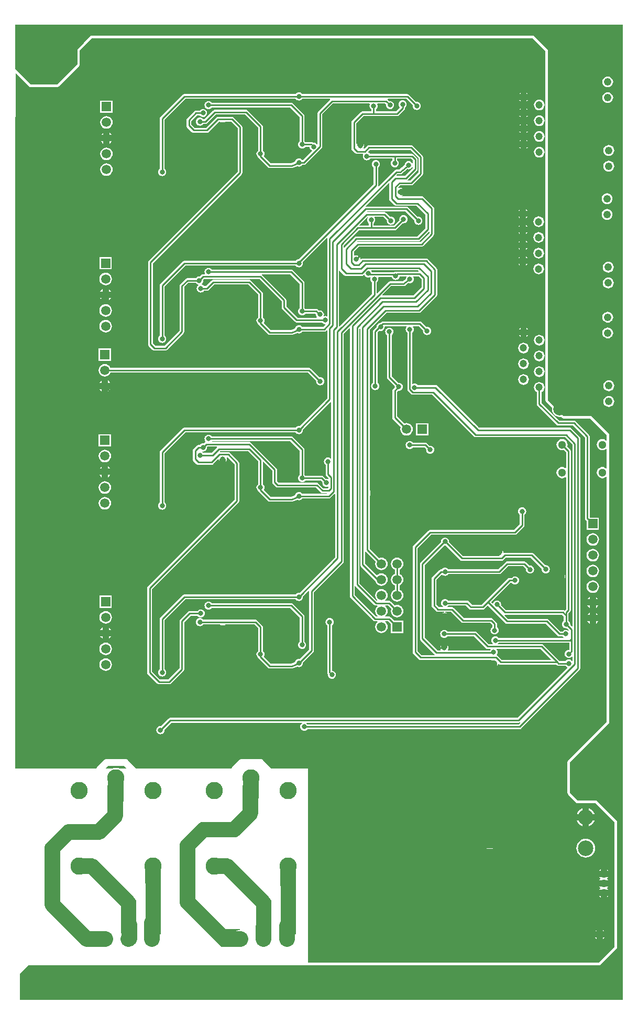
<source format=gbl>
G04 Layer_Physical_Order=2*
G04 Layer_Color=16711680*
%FSLAX25Y25*%
%MOIN*%
G70*
G01*
G75*
%ADD29C,0.01000*%
%ADD33C,0.09843*%
%ADD34C,0.04843*%
%ADD35C,0.07874*%
%ADD36C,0.04724*%
%ADD37C,0.13780*%
%ADD38C,0.05906*%
%ADD39R,0.05906X0.05906*%
%ADD40C,0.11024*%
%ADD41R,0.05906X0.05906*%
%ADD42C,0.05118*%
%ADD43C,0.09843*%
%ADD44C,0.03150*%
%ADD45R,0.09843X0.09843*%
%ADD46C,0.03600*%
%ADD47C,0.05000*%
G36*
X2984122Y1837880D02*
X2984899Y1837956D01*
X2986126Y1838329D01*
X2987257Y1838933D01*
X2987642Y1839249D01*
X2988094Y1839035D01*
X2988094Y1820612D01*
X2988094Y1820127D01*
X2987905Y1819176D01*
X2987533Y1818280D01*
X2986995Y1817474D01*
X2986652Y1817131D01*
X2986652Y1817131D01*
Y1817131D01*
X2976115Y1806594D01*
X2975772Y1806252D01*
X2974966Y1805713D01*
X2974070Y1805342D01*
X2973119Y1805153D01*
X2972634Y1805153D01*
X2955173D01*
X2948057Y1798036D01*
Y1766114D01*
X2967173Y1746998D01*
X2972560D01*
X2972738Y1746498D01*
X2972428Y1746243D01*
X2971688Y1745342D01*
X2971138Y1744313D01*
X2970800Y1743197D01*
X2970735Y1742536D01*
X2976636D01*
Y1741536D01*
X2970735D01*
X2970800Y1740875D01*
X2971138Y1739759D01*
X2971688Y1738731D01*
X2972428Y1737829D01*
X2972679Y1737623D01*
X2972510Y1737152D01*
X2965134D01*
X2964649Y1737152D01*
X2963698Y1737342D01*
X2962802Y1737713D01*
X2961996Y1738251D01*
X2961653Y1738594D01*
X2961653Y1738594D01*
X2939653Y1760594D01*
X2939310Y1760937D01*
X2938771Y1761744D01*
X2938400Y1762639D01*
X2938211Y1763590D01*
X2938211Y1764075D01*
Y1800075D01*
X2938211Y1800560D01*
X2938400Y1801511D01*
X2938771Y1802407D01*
X2939310Y1803213D01*
X2939653Y1803556D01*
X2939653D01*
X2949653Y1813556D01*
X2949996Y1813899D01*
X2950802Y1814438D01*
X2951698Y1814809D01*
X2952649Y1814998D01*
X2953134Y1814998D01*
Y1814998D01*
X2970595D01*
X2978248Y1822651D01*
Y1839915D01*
X2978719Y1840084D01*
X2978995Y1839747D01*
X2979987Y1838933D01*
X2981118Y1838329D01*
X2982346Y1837956D01*
X2983122Y1837880D01*
Y1844374D01*
X2984122D01*
Y1837880D01*
D02*
G37*
G36*
X2990194Y1850757D02*
X2990043Y1850394D01*
X2986140D01*
X2986120Y1850405D01*
X2984896Y1850776D01*
X2983622Y1850901D01*
X2982349Y1850776D01*
X2981124Y1850405D01*
X2981104Y1850394D01*
X2977240D01*
X2977090Y1850757D01*
X2978496Y1852164D01*
X2988787D01*
X2990194Y1850757D01*
D02*
G37*
G36*
X2969589Y1793202D02*
X2970485Y1792831D01*
X2971291Y1792292D01*
X2971634Y1791949D01*
X2995077Y1768506D01*
X2995420Y1768163D01*
X2995959Y1767357D01*
X2996330Y1766461D01*
X2996519Y1765510D01*
X2996519Y1765025D01*
X2996519D01*
Y1746114D01*
X2996048Y1745945D01*
X2995803Y1746243D01*
X2994902Y1746983D01*
X2993873Y1747533D01*
X2992757Y1747872D01*
X2992096Y1747937D01*
Y1742036D01*
X2991096D01*
Y1747937D01*
X2990435Y1747872D01*
X2989319Y1747533D01*
X2988290Y1746983D01*
X2987389Y1746243D01*
X2987144Y1745945D01*
X2986673Y1746114D01*
Y1762986D01*
X2966114Y1783546D01*
X2965031D01*
X2964794Y1784046D01*
X2965441Y1784833D01*
X2966045Y1785965D01*
X2966418Y1787192D01*
X2966494Y1787968D01*
X2960000D01*
Y1788968D01*
X2966494D01*
X2966418Y1789745D01*
X2966045Y1790973D01*
X2965441Y1792104D01*
X2964794Y1792891D01*
X2965031Y1793391D01*
X2968153D01*
X2968638Y1793391D01*
X2969589Y1793202D01*
D02*
G37*
G36*
X3065006Y1839758D02*
X3065996Y1838947D01*
X3067124Y1838343D01*
X3068349Y1837972D01*
X3069622Y1837847D01*
X3070896Y1837972D01*
X3072120Y1838343D01*
X3073248Y1838947D01*
X3073642Y1839269D01*
X3074094Y1839055D01*
X3074094Y1822112D01*
X3074094Y1821627D01*
X3073904Y1820676D01*
X3073533Y1819781D01*
X3072995Y1818974D01*
X3072652Y1818631D01*
X3072652Y1818631D01*
X3072652Y1818631D01*
X3062115Y1808094D01*
X3061772Y1807751D01*
X3060966Y1807213D01*
X3060070Y1806842D01*
X3059119Y1806652D01*
X3058634Y1806652D01*
X3041173D01*
X3034057Y1799536D01*
Y1767614D01*
X3053173Y1748498D01*
X3062457D01*
X3062500Y1748459D01*
X3062329Y1747940D01*
X3061478Y1747856D01*
X3060365Y1747519D01*
X3059339Y1746970D01*
X3058439Y1746232D01*
X3057701Y1745333D01*
X3057153Y1744307D01*
X3056815Y1743194D01*
X3056701Y1742036D01*
X3056815Y1740878D01*
X3057153Y1739765D01*
X3057701Y1738739D01*
X3058439Y1737840D01*
X3058817Y1737531D01*
X3058638Y1737031D01*
X3050717D01*
X3025653Y1762094D01*
X3025310Y1762437D01*
X3024771Y1763243D01*
X3024400Y1764139D01*
X3024211Y1765090D01*
Y1765575D01*
Y1801575D01*
X3024211Y1802060D01*
X3024400Y1803011D01*
X3024771Y1803907D01*
X3025310Y1804713D01*
X3025653Y1805056D01*
X3025653Y1805056D01*
X3035653Y1815056D01*
X3035996Y1815399D01*
X3036802Y1815938D01*
X3037698Y1816309D01*
X3038649Y1816498D01*
X3039134Y1816498D01*
X3039134Y1816498D01*
X3056595D01*
X3064248Y1824151D01*
Y1839940D01*
X3064719Y1840109D01*
X3065006Y1839758D01*
D02*
G37*
G36*
X3007744Y1781974D02*
X3008521Y1782051D01*
X3009748Y1782423D01*
X3010879Y1783028D01*
X3011667Y1783674D01*
X3012167Y1783438D01*
Y1745162D01*
X3011667Y1745037D01*
X3011504Y1745342D01*
X3010764Y1746243D01*
X3009862Y1746983D01*
X3008834Y1747533D01*
X3007718Y1747872D01*
X3007057Y1747937D01*
Y1742036D01*
X3006057D01*
Y1747937D01*
X3005396Y1747872D01*
X3004280Y1747533D01*
X3003251Y1746983D01*
X3002821Y1746631D01*
X3002321Y1746867D01*
Y1783438D01*
X3002821Y1783674D01*
X3003609Y1783028D01*
X3004740Y1782423D01*
X3005968Y1782051D01*
X3006744Y1781974D01*
Y1788468D01*
X3007744D01*
Y1781974D01*
D02*
G37*
G36*
X3093744D02*
X3094521Y1782051D01*
X3095748Y1782423D01*
X3096879Y1783028D01*
X3097667Y1783674D01*
X3098167Y1783438D01*
Y1745162D01*
X3097667Y1745037D01*
X3097504Y1745342D01*
X3096764Y1746243D01*
X3095862Y1746983D01*
X3094834Y1747533D01*
X3093718Y1747872D01*
X3093057Y1747937D01*
Y1742036D01*
X3092057D01*
Y1747937D01*
X3091396Y1747872D01*
X3090280Y1747533D01*
X3089251Y1746983D01*
X3088821Y1746631D01*
X3088321Y1746867D01*
Y1783438D01*
X3088821Y1783674D01*
X3089609Y1783028D01*
X3090740Y1782423D01*
X3091968Y1782051D01*
X3092744Y1781974D01*
Y1788468D01*
X3093744D01*
Y1781974D01*
D02*
G37*
G36*
X3055589Y1793202D02*
X3056484Y1792831D01*
X3057291Y1792292D01*
X3057634Y1791949D01*
X3081077Y1768506D01*
X3081420Y1768163D01*
X3081959Y1767357D01*
X3082330Y1766461D01*
X3082519Y1765510D01*
X3082519Y1765025D01*
X3082519D01*
Y1746089D01*
X3082048Y1745920D01*
X3081792Y1746232D01*
X3080893Y1746970D01*
X3079867Y1747519D01*
X3078754Y1747856D01*
X3077596Y1747970D01*
X3076438Y1747856D01*
X3075325Y1747519D01*
X3074299Y1746970D01*
X3073400Y1746232D01*
X3073144Y1745920D01*
X3072673Y1746089D01*
Y1762986D01*
X3052114Y1783546D01*
X3051010D01*
X3050774Y1784046D01*
X3051427Y1784842D01*
X3052031Y1785970D01*
X3052402Y1787195D01*
X3052527Y1788469D01*
X3052402Y1789742D01*
X3052031Y1790966D01*
X3051427Y1792095D01*
X3050774Y1792891D01*
X3051010Y1793391D01*
X3054153D01*
X3054638Y1793391D01*
X3055589Y1793202D01*
D02*
G37*
G36*
X3256894Y2306335D02*
Y2085000D01*
Y2084500D01*
X3257017Y2083886D01*
X3257365Y2083365D01*
X3257365Y2083365D01*
X3261096Y2079633D01*
X3260981Y2078760D01*
X3261150Y2077475D01*
X3261646Y2076278D01*
X3262435Y2075250D01*
X3263463Y2074461D01*
X3264660Y2073965D01*
X3265945Y2073796D01*
X3266818Y2073911D01*
X3267365Y2073365D01*
X3267886Y2073017D01*
X3268500Y2072894D01*
X3268500Y2072894D01*
X3285335D01*
X3295894Y2062335D01*
Y2058992D01*
X3295501Y2058834D01*
X3294878Y2059312D01*
X3294016Y2059669D01*
X3293090Y2059790D01*
X3292166Y2059669D01*
X3291304Y2059312D01*
X3290564Y2058744D01*
X3289996Y2058003D01*
X3289639Y2057141D01*
X3289517Y2056216D01*
X3289639Y2055292D01*
X3289996Y2054430D01*
X3290564Y2053689D01*
X3291304Y2053122D01*
X3292166Y2052764D01*
X3293090Y2052643D01*
X3294016Y2052764D01*
X3294878Y2053122D01*
X3295501Y2053600D01*
X3295894Y2053441D01*
X3295894Y2041275D01*
X3295501Y2041117D01*
X3294878Y2041595D01*
X3294016Y2041952D01*
X3293090Y2042074D01*
X3292166Y2041952D01*
X3291304Y2041595D01*
X3290564Y2041027D01*
X3289996Y2040287D01*
X3289639Y2039425D01*
X3289517Y2038500D01*
X3289639Y2037575D01*
X3289996Y2036713D01*
X3290564Y2035973D01*
X3291304Y2035405D01*
X3292166Y2035048D01*
X3293090Y2034926D01*
X3294016Y2035048D01*
X3294878Y2035405D01*
X3295501Y2035883D01*
X3295894Y2035725D01*
X3295894Y2012500D01*
Y1881500D01*
Y1880165D01*
X3274865Y1859135D01*
X3274865Y1859135D01*
X3271365Y1855635D01*
X3271017Y1855115D01*
X3270894Y1854500D01*
X3270894Y1854500D01*
Y1846500D01*
Y1835000D01*
X3271017Y1834385D01*
X3271365Y1833865D01*
X3271365Y1833865D01*
X3273865Y1831365D01*
X3273865Y1831365D01*
X3276365Y1828865D01*
X3276886Y1828517D01*
X3277500Y1828394D01*
X3277500Y1828394D01*
X3288835D01*
X3292865Y1824365D01*
X3292865Y1824365D01*
X3300895Y1816335D01*
Y1783000D01*
Y1737165D01*
X3292865Y1729135D01*
X3292865Y1729135D01*
X3290835Y1727106D01*
X3105906D01*
Y1850394D01*
X3082857D01*
X3082529Y1850552D01*
X3082528D01*
X3077220Y1855860D01*
X3077219Y1855861D01*
X3077218Y1855862D01*
X3077070Y1856011D01*
X3076925Y1856108D01*
X3076714Y1856249D01*
X3076319Y1856414D01*
X3075899Y1856498D01*
X3063384D01*
X3062964Y1856414D01*
X3062569Y1856249D01*
X3062214Y1856011D01*
X3062063Y1855859D01*
X3057542Y1851339D01*
X3057391Y1851188D01*
X3057152Y1850832D01*
X3056988Y1850437D01*
X3056979Y1850394D01*
X2996857D01*
X2996529Y1850552D01*
X2996528D01*
X2991220Y1855860D01*
X2991219Y1855861D01*
X2991218Y1855862D01*
X2991070Y1856011D01*
X2990925Y1856108D01*
X2990714Y1856249D01*
X2990319Y1856414D01*
X2989899Y1856498D01*
X2977384D01*
X2976965Y1856414D01*
X2976569Y1856249D01*
X2976214Y1856011D01*
X2976063Y1855859D01*
X2971542Y1851339D01*
X2971391Y1851188D01*
X2971152Y1850832D01*
X2970988Y1850437D01*
X2970979Y1850394D01*
X2919472D01*
Y2236008D01*
X2919641Y2292074D01*
X2920005Y2292224D01*
X2927365Y2284865D01*
X2927365Y2284865D01*
X2928365Y2283865D01*
X2928885Y2283517D01*
X2929500Y2283394D01*
X2929500Y2283394D01*
X2946000D01*
X2946000Y2283394D01*
X2946614Y2283517D01*
X2947135Y2283865D01*
X2947135Y2283865D01*
X2957135Y2293865D01*
X2960135Y2296865D01*
X2960483Y2297385D01*
X2960606Y2298000D01*
X2960606Y2298000D01*
Y2306835D01*
X2964135Y2310365D01*
X2964135Y2310365D01*
X2968165Y2314394D01*
X3248835Y2314394D01*
X3256894Y2306335D01*
D02*
G37*
G36*
X3306276Y1703606D02*
X2922500D01*
Y1709000D01*
Y1711000D01*
Y1720000D01*
X2923500Y1721000D01*
X2928000Y1725500D01*
X3291500D01*
X3294000Y1728000D01*
X3302500Y1736500D01*
Y1783000D01*
Y1817000D01*
X3294000Y1825500D01*
X3289500Y1830000D01*
X3277500D01*
X3275000Y1832500D01*
X3272500Y1835000D01*
Y1846500D01*
Y1854500D01*
X3276000Y1858000D01*
X3297500Y1879500D01*
Y1881500D01*
Y2012500D01*
X3297500Y2063000D01*
X3286000Y2074500D01*
X3268500D01*
X3267500Y2075500D01*
X3258500Y2084500D01*
Y2085000D01*
Y2307000D01*
X3249500Y2316000D01*
X2967500Y2316000D01*
X2963000Y2311500D01*
X2959000Y2307500D01*
Y2307000D01*
Y2298000D01*
X2956000Y2295000D01*
X2946000Y2285000D01*
X2929500D01*
X2928500Y2286000D01*
X2919472Y2295028D01*
Y2323205D01*
X3306276D01*
Y1703606D01*
D02*
G37*
%LPC*%
G36*
X3178519Y1815031D02*
X3178469D01*
Y1814981D01*
X3178497Y1815003D01*
X3178519Y1815031D01*
D02*
G37*
G36*
X3174532D02*
X3174481D01*
X3174503Y1815003D01*
X3174532Y1814981D01*
Y1815031D01*
D02*
G37*
G36*
X3280531Y1817531D02*
X3276910D01*
X3277003Y1817223D01*
X3277553Y1816194D01*
X3278293Y1815293D01*
X3279194Y1814553D01*
X3280223Y1814003D01*
X3280531Y1813910D01*
Y1817531D01*
D02*
G37*
G36*
X3125532Y1814031D02*
X3125481D01*
X3125503Y1814003D01*
X3125532Y1813981D01*
Y1814031D01*
D02*
G37*
G36*
X3129519D02*
X3129469D01*
Y1813981D01*
X3129497Y1814003D01*
X3129519Y1814031D01*
D02*
G37*
G36*
X3201532Y1817031D02*
X3201481D01*
X3201503Y1817003D01*
X3201532Y1816981D01*
Y1817031D01*
D02*
G37*
G36*
X3232519D02*
X3232468D01*
Y1816981D01*
X3232497Y1817003D01*
X3232519Y1817031D01*
D02*
G37*
G36*
X3245531D02*
X3245481D01*
X3245503Y1817003D01*
X3245531Y1816981D01*
Y1817031D01*
D02*
G37*
G36*
X3249519D02*
X3249469D01*
Y1816981D01*
X3249497Y1817003D01*
X3249519Y1817031D01*
D02*
G37*
G36*
X3228532D02*
X3228481D01*
X3228503Y1817003D01*
X3228532Y1816981D01*
Y1817031D01*
D02*
G37*
G36*
X3205519D02*
X3205468D01*
Y1816981D01*
X3205497Y1817003D01*
X3205519Y1817031D01*
D02*
G37*
G36*
X3214531D02*
X3214481D01*
X3214503Y1817003D01*
X3214531Y1816981D01*
Y1817031D01*
D02*
G37*
G36*
X3218519D02*
X3218468D01*
Y1816981D01*
X3218497Y1817003D01*
X3218519Y1817031D01*
D02*
G37*
G36*
X3219432Y1803619D02*
X3219403Y1803597D01*
X3219381Y1803568D01*
X3219432D01*
Y1803619D01*
D02*
G37*
G36*
X3223368D02*
Y1803568D01*
X3223419D01*
X3223397Y1803597D01*
X3223368Y1803619D01*
D02*
G37*
G36*
X3125532Y1805519D02*
X3125503Y1805497D01*
X3125481Y1805469D01*
X3125532D01*
Y1805519D01*
D02*
G37*
G36*
X3129519Y1801531D02*
X3129469D01*
Y1801481D01*
X3129497Y1801503D01*
X3129519Y1801531D01*
D02*
G37*
G36*
X3125532D02*
X3125481D01*
X3125503Y1801503D01*
X3125532Y1801481D01*
Y1801531D01*
D02*
G37*
G36*
X3223419Y1799632D02*
X3219381D01*
X3219403Y1799603D01*
Y1799597D01*
X3219381Y1799569D01*
X3223419D01*
X3223397Y1799597D01*
Y1799603D01*
X3223419Y1799632D01*
D02*
G37*
G36*
X3118969Y1799519D02*
Y1799468D01*
X3119019D01*
X3118997Y1799497D01*
X3118969Y1799519D01*
D02*
G37*
G36*
X3114631Y1813419D02*
X3114603Y1813397D01*
X3114581Y1813368D01*
X3114631D01*
Y1813419D01*
D02*
G37*
G36*
X3118568D02*
Y1813368D01*
X3118619D01*
X3118597Y1813397D01*
X3118568Y1813419D01*
D02*
G37*
G36*
X3288091Y1817531D02*
X3284468D01*
Y1813909D01*
X3284777Y1814003D01*
X3285806Y1814553D01*
X3286707Y1815293D01*
X3287447Y1816194D01*
X3287997Y1817223D01*
X3288091Y1817531D01*
D02*
G37*
G36*
X3118619Y1809431D02*
X3118568D01*
Y1809381D01*
X3118597Y1809403D01*
X3118619Y1809431D01*
D02*
G37*
G36*
X3129469Y1805519D02*
Y1805469D01*
X3129519D01*
X3129497Y1805497D01*
X3129469Y1805519D01*
D02*
G37*
G36*
X3114631Y1809431D02*
X3114581D01*
X3114603Y1809403D01*
X3114631Y1809381D01*
Y1809431D01*
D02*
G37*
G36*
X3115031Y1799519D02*
X3115003Y1799497D01*
X3114981Y1799468D01*
X3115031D01*
Y1799519D01*
D02*
G37*
G36*
X3168519Y1829032D02*
X3168468D01*
Y1828981D01*
X3168497Y1829003D01*
X3168519Y1829032D01*
D02*
G37*
G36*
X3164532D02*
X3164481D01*
X3164503Y1829003D01*
X3164532Y1828981D01*
Y1829032D01*
D02*
G37*
G36*
X3131469Y1831019D02*
Y1830968D01*
X3131519D01*
X3131497Y1830997D01*
X3131469Y1831019D01*
D02*
G37*
G36*
X3127531D02*
X3127503Y1830997D01*
X3127481Y1830968D01*
X3127531D01*
Y1831019D01*
D02*
G37*
G36*
X3168468Y1824019D02*
Y1823969D01*
X3168519D01*
X3168497Y1823997D01*
X3168468Y1824019D01*
D02*
G37*
G36*
X3164532D02*
X3164503Y1823997D01*
X3164481Y1823969D01*
X3164532D01*
Y1824019D01*
D02*
G37*
G36*
X3131519Y1827032D02*
X3131469D01*
Y1826981D01*
X3131497Y1827003D01*
X3131519Y1827032D01*
D02*
G37*
G36*
X3127531D02*
X3127481D01*
X3127503Y1827003D01*
X3127531Y1826981D01*
Y1827032D01*
D02*
G37*
G36*
X3042478Y1956608D02*
X3041810Y1956520D01*
X3041187Y1956262D01*
X3040653Y1955852D01*
X3040243Y1955317D01*
X3039985Y1954695D01*
X3039897Y1954027D01*
X3039985Y1953359D01*
X3040243Y1952736D01*
X3040653Y1952202D01*
X3041187Y1951791D01*
X3041810Y1951534D01*
X3042478Y1951446D01*
X3043146Y1951534D01*
X3043769Y1951791D01*
X3044303Y1952202D01*
X3044542Y1952513D01*
X3094351D01*
X3100502Y1946363D01*
Y1931054D01*
X3100190Y1930815D01*
X3099780Y1930280D01*
X3099522Y1929658D01*
X3099434Y1928990D01*
X3099522Y1928322D01*
X3099780Y1927699D01*
X3100190Y1927165D01*
X3100724Y1926754D01*
X3101347Y1926497D01*
X3102015Y1926409D01*
X3102683Y1926497D01*
X3103305Y1926754D01*
X3103840Y1927165D01*
X3104250Y1927699D01*
X3104508Y1928322D01*
X3104596Y1928990D01*
X3104508Y1929658D01*
X3104250Y1930280D01*
X3103840Y1930815D01*
X3103528Y1931054D01*
Y1946990D01*
X3103528Y1946990D01*
X3103413Y1947569D01*
X3103085Y1948060D01*
X3096048Y1955097D01*
X3095557Y1955425D01*
X3094978Y1955540D01*
X3094978Y1955540D01*
X3044542D01*
X3044303Y1955852D01*
X3043769Y1956262D01*
X3043146Y1956520D01*
X3042478Y1956608D01*
D02*
G37*
G36*
X2977000Y1930471D02*
X2975972Y1930336D01*
X2975014Y1929939D01*
X2974192Y1929308D01*
X2973561Y1928485D01*
X2973164Y1927528D01*
X2973029Y1926500D01*
X2973164Y1925472D01*
X2973561Y1924515D01*
X2974192Y1923692D01*
X2975014Y1923061D01*
X2975972Y1922664D01*
X2977000Y1922529D01*
X2978028Y1922664D01*
X2978985Y1923061D01*
X2979808Y1923692D01*
X2980439Y1924515D01*
X2980836Y1925472D01*
X2980971Y1926500D01*
X2980836Y1927528D01*
X2980439Y1928485D01*
X2979808Y1929308D01*
X2978985Y1929939D01*
X2978028Y1930336D01*
X2977000Y1930471D01*
D02*
G37*
G36*
X2980463Y1934532D02*
X2978968D01*
Y1933037D01*
X2978993Y1933047D01*
X2979819Y1933681D01*
X2980453Y1934507D01*
X2980463Y1934532D01*
D02*
G37*
G36*
X2975031D02*
X2973537D01*
X2973547Y1934507D01*
X2974181Y1933681D01*
X2975007Y1933047D01*
X2975031Y1933037D01*
Y1934532D01*
D02*
G37*
G36*
X3168468Y1833019D02*
Y1832969D01*
X3168519D01*
X3168497Y1832997D01*
X3168468Y1833019D01*
D02*
G37*
G36*
X3164532D02*
X3164503Y1832997D01*
X3164481Y1832969D01*
X3164532D01*
Y1833019D01*
D02*
G37*
G36*
X2977000Y1920471D02*
X2975972Y1920336D01*
X2975014Y1919939D01*
X2974192Y1919308D01*
X2973561Y1918485D01*
X2973164Y1917528D01*
X2973029Y1916500D01*
X2973164Y1915472D01*
X2973561Y1914515D01*
X2974192Y1913692D01*
X2975014Y1913061D01*
X2975972Y1912664D01*
X2977000Y1912529D01*
X2978028Y1912664D01*
X2978985Y1913061D01*
X2979808Y1913692D01*
X2980439Y1914515D01*
X2980836Y1915472D01*
X2980971Y1916500D01*
X2980836Y1917528D01*
X2980439Y1918485D01*
X2979808Y1919308D01*
X2978985Y1919939D01*
X2978028Y1920336D01*
X2977000Y1920471D01*
D02*
G37*
G36*
X3119500Y1946081D02*
X3118832Y1945993D01*
X3118209Y1945735D01*
X3117675Y1945325D01*
X3117265Y1944791D01*
X3117007Y1944168D01*
X3116919Y1943500D01*
X3117007Y1942832D01*
X3117265Y1942209D01*
X3117675Y1941675D01*
X3117987Y1941436D01*
Y1911505D01*
X3117987Y1911505D01*
X3118102Y1910926D01*
X3118430Y1910435D01*
X3118470Y1910394D01*
X3118419Y1910005D01*
X3118507Y1909337D01*
X3118765Y1908714D01*
X3119175Y1908180D01*
X3119709Y1907769D01*
X3120332Y1907512D01*
X3121000Y1907424D01*
X3121668Y1907512D01*
X3122291Y1907769D01*
X3122825Y1908180D01*
X3123235Y1908714D01*
X3123493Y1909337D01*
X3123581Y1910005D01*
X3123493Y1910673D01*
X3123235Y1911295D01*
X3122825Y1911830D01*
X3122291Y1912240D01*
X3121668Y1912498D01*
X3121013Y1912584D01*
Y1941436D01*
X3121325Y1941675D01*
X3121735Y1942209D01*
X3121993Y1942832D01*
X3122081Y1943500D01*
X3121993Y1944168D01*
X3121735Y1944791D01*
X3121325Y1945325D01*
X3120791Y1945735D01*
X3120168Y1945993D01*
X3119500Y1946081D01*
D02*
G37*
G36*
X3168519Y1820032D02*
X3168468D01*
Y1819981D01*
X3168497Y1820003D01*
X3168519Y1820032D01*
D02*
G37*
G36*
X3164532D02*
X3164481D01*
X3164503Y1820003D01*
X3164532Y1819981D01*
Y1820032D01*
D02*
G37*
G36*
X3205468Y1821019D02*
Y1820968D01*
X3205519D01*
X3205497Y1820997D01*
X3205468Y1821019D01*
D02*
G37*
G36*
X3201532D02*
X3201503Y1820997D01*
X3201481Y1820968D01*
X3201532D01*
Y1821019D01*
D02*
G37*
G36*
X3129469Y1818019D02*
Y1817969D01*
X3129519D01*
X3129497Y1817997D01*
X3129469Y1818019D01*
D02*
G37*
G36*
X3125532D02*
X3125503Y1817997D01*
X3125481Y1817969D01*
X3125532D01*
Y1818019D01*
D02*
G37*
G36*
X3178469Y1819019D02*
Y1818969D01*
X3178519D01*
X3178497Y1818997D01*
X3178469Y1819019D01*
D02*
G37*
G36*
X3174532D02*
X3174503Y1818997D01*
X3174481Y1818969D01*
X3174532D01*
Y1819019D01*
D02*
G37*
G36*
X3249469Y1821019D02*
Y1820968D01*
X3249519D01*
X3249497Y1820997D01*
X3249469Y1821019D01*
D02*
G37*
G36*
X3245531D02*
X3245503Y1820997D01*
X3245481Y1820968D01*
X3245531D01*
Y1821019D01*
D02*
G37*
G36*
X3284468Y1825091D02*
Y1821468D01*
X3288091D01*
X3287997Y1821777D01*
X3287447Y1822806D01*
X3286707Y1823707D01*
X3285806Y1824447D01*
X3284777Y1824997D01*
X3284468Y1825091D01*
D02*
G37*
G36*
X3280531Y1825090D02*
X3280223Y1824997D01*
X3279194Y1824447D01*
X3278293Y1823707D01*
X3277553Y1822806D01*
X3277003Y1821777D01*
X3276909Y1821468D01*
X3280531D01*
Y1825090D01*
D02*
G37*
G36*
X3218468Y1821019D02*
Y1820968D01*
X3218519D01*
X3218497Y1820997D01*
X3218468Y1821019D01*
D02*
G37*
G36*
X3214531D02*
X3214503Y1820997D01*
X3214481Y1820968D01*
X3214531D01*
Y1821019D01*
D02*
G37*
G36*
X3232468D02*
Y1820968D01*
X3232519D01*
X3232497Y1820997D01*
X3232468Y1821019D01*
D02*
G37*
G36*
X3228532D02*
X3228503Y1820997D01*
X3228481Y1820968D01*
X3228532D01*
Y1821019D01*
D02*
G37*
G36*
X3223419Y1795631D02*
X3223368D01*
Y1795581D01*
X3223397Y1795603D01*
X3223419Y1795631D01*
D02*
G37*
G36*
X3180532Y1739302D02*
X3180503Y1739280D01*
X3180481Y1739252D01*
X3180532D01*
Y1739302D01*
D02*
G37*
G36*
X3184468D02*
Y1739252D01*
X3184519D01*
X3184497Y1739280D01*
X3184468Y1739302D01*
D02*
G37*
G36*
X3213531D02*
X3213503Y1739280D01*
X3213481Y1739252D01*
X3213531D01*
Y1739302D01*
D02*
G37*
G36*
X3171968D02*
Y1739252D01*
X3172019D01*
X3171997Y1739280D01*
X3171968Y1739302D01*
D02*
G37*
G36*
X3142874D02*
X3142846Y1739280D01*
X3142824Y1739252D01*
X3142874D01*
Y1739302D01*
D02*
G37*
G36*
X3146811D02*
Y1739252D01*
X3146861D01*
X3146840Y1739280D01*
X3146811Y1739302D01*
D02*
G37*
G36*
X3168032D02*
X3168003Y1739280D01*
X3167981Y1739252D01*
X3168032D01*
Y1739302D01*
D02*
G37*
G36*
X3217469D02*
Y1739252D01*
X3217519D01*
X3217497Y1739280D01*
X3217469Y1739302D01*
D02*
G37*
G36*
X3125031Y1740532D02*
X3124981D01*
X3125003Y1740503D01*
X3125031Y1740481D01*
Y1740532D01*
D02*
G37*
G36*
X3129019D02*
X3128968D01*
Y1740481D01*
X3128997Y1740503D01*
X3129019Y1740532D01*
D02*
G37*
G36*
X3289531Y1743032D02*
X3288599D01*
X3289004Y1742504D01*
X3289531Y1742099D01*
Y1743032D01*
D02*
G37*
G36*
X3249469Y1739302D02*
Y1739252D01*
X3249519D01*
X3249497Y1739280D01*
X3249469Y1739302D01*
D02*
G37*
G36*
X3232032D02*
X3232003Y1739280D01*
X3231981Y1739252D01*
X3232032D01*
Y1739302D01*
D02*
G37*
G36*
X3235968D02*
Y1739252D01*
X3236019D01*
X3235997Y1739280D01*
X3235968Y1739302D01*
D02*
G37*
G36*
X3245531D02*
X3245503Y1739280D01*
X3245481Y1739252D01*
X3245531D01*
Y1739302D01*
D02*
G37*
G36*
X3159370Y1738751D02*
Y1738701D01*
X3159420D01*
X3159398Y1738729D01*
X3159370Y1738751D01*
D02*
G37*
G36*
X3168032Y1735315D02*
X3167981D01*
X3168003Y1735287D01*
X3168032Y1735265D01*
Y1735315D01*
D02*
G37*
G36*
X3172019D02*
X3171968D01*
Y1735265D01*
X3171997Y1735287D01*
X3172019Y1735315D01*
D02*
G37*
G36*
X3180532D02*
X3180481D01*
X3180503Y1735287D01*
X3180532Y1735265D01*
Y1735315D01*
D02*
G37*
G36*
X3146861D02*
X3146811D01*
Y1735265D01*
X3146840Y1735287D01*
X3146861Y1735315D01*
D02*
G37*
G36*
X3155433Y1734764D02*
X3155383D01*
X3155405Y1734735D01*
X3155433Y1734714D01*
Y1734764D01*
D02*
G37*
G36*
X3159420D02*
X3159370D01*
Y1734714D01*
X3159398Y1734735D01*
X3159420Y1734764D01*
D02*
G37*
G36*
X3142874Y1735315D02*
X3142824D01*
X3142846Y1735287D01*
X3142874Y1735265D01*
Y1735315D01*
D02*
G37*
G36*
X3184519D02*
X3184468D01*
Y1735265D01*
X3184497Y1735287D01*
X3184519Y1735315D01*
D02*
G37*
G36*
X3245531D02*
X3245481D01*
X3245503Y1735287D01*
X3245531Y1735265D01*
Y1735315D01*
D02*
G37*
G36*
X3249519D02*
X3249469D01*
Y1735265D01*
X3249497Y1735287D01*
X3249519Y1735315D01*
D02*
G37*
G36*
X3155433Y1738751D02*
X3155405Y1738729D01*
X3155383Y1738701D01*
X3155433D01*
Y1738751D01*
D02*
G37*
G36*
X3236019Y1735315D02*
X3235968D01*
Y1735265D01*
X3235997Y1735287D01*
X3236019Y1735315D01*
D02*
G37*
G36*
X3213531D02*
X3213481D01*
X3213503Y1735287D01*
X3213531Y1735265D01*
Y1735315D01*
D02*
G37*
G36*
X3217519D02*
X3217469D01*
Y1735265D01*
X3217497Y1735287D01*
X3217519Y1735315D01*
D02*
G37*
G36*
X3232032D02*
X3231981D01*
X3232003Y1735287D01*
X3232032Y1735265D01*
Y1735315D01*
D02*
G37*
G36*
X3129469Y1780019D02*
Y1779968D01*
X3129519D01*
X3129497Y1779997D01*
X3129469Y1780019D01*
D02*
G37*
G36*
X3292031Y1786401D02*
X3291504Y1785996D01*
X3291099Y1785468D01*
X3292031D01*
Y1786401D01*
D02*
G37*
G36*
X3295969D02*
Y1785468D01*
X3296901D01*
X3296496Y1785996D01*
X3295969Y1786401D01*
D02*
G37*
G36*
X3125532Y1780019D02*
X3125503Y1779997D01*
X3125481Y1779968D01*
X3125532D01*
Y1780019D01*
D02*
G37*
G36*
Y1776031D02*
X3125481D01*
X3125503Y1776003D01*
X3125532Y1775981D01*
Y1776031D01*
D02*
G37*
G36*
X3129519D02*
X3129469D01*
Y1775981D01*
X3129497Y1776003D01*
X3129519Y1776031D01*
D02*
G37*
G36*
X3296901Y1781532D02*
X3291099D01*
X3291504Y1781004D01*
X3291904Y1780697D01*
Y1780303D01*
X3291504Y1779996D01*
X3291099Y1779469D01*
X3296901D01*
X3296496Y1779996D01*
X3296096Y1780303D01*
Y1780697D01*
X3296496Y1781004D01*
X3296901Y1781532D01*
D02*
G37*
G36*
X3125532Y1789031D02*
X3125481D01*
X3125503Y1789003D01*
X3125532Y1788981D01*
Y1789031D01*
D02*
G37*
G36*
X3115031Y1795531D02*
X3114981D01*
X3115003Y1795503D01*
X3115031Y1795481D01*
Y1795531D01*
D02*
G37*
G36*
X3119019D02*
X3118969D01*
Y1795481D01*
X3118997Y1795503D01*
X3119019Y1795531D01*
D02*
G37*
G36*
X3219432Y1795631D02*
X3219381D01*
X3219403Y1795603D01*
X3219432Y1795581D01*
Y1795631D01*
D02*
G37*
G36*
X3282500Y1805749D02*
X3281342Y1805635D01*
X3280229Y1805297D01*
X3279203Y1804749D01*
X3278304Y1804011D01*
X3277566Y1803112D01*
X3277018Y1802086D01*
X3276680Y1800973D01*
X3276566Y1799815D01*
X3276680Y1798657D01*
X3277018Y1797544D01*
X3277566Y1796518D01*
X3278304Y1795619D01*
X3279203Y1794881D01*
X3280229Y1794333D01*
X3281342Y1793995D01*
X3282500Y1793881D01*
X3283658Y1793995D01*
X3284771Y1794333D01*
X3285797Y1794881D01*
X3286696Y1795619D01*
X3287434Y1796518D01*
X3287983Y1797544D01*
X3288320Y1798657D01*
X3288434Y1799815D01*
X3288320Y1800973D01*
X3287983Y1802086D01*
X3287434Y1803112D01*
X3286696Y1804011D01*
X3285797Y1804749D01*
X3284771Y1805297D01*
X3283658Y1805635D01*
X3282500Y1805749D01*
D02*
G37*
G36*
X3129519Y1789031D02*
X3129469D01*
Y1788981D01*
X3129497Y1789003D01*
X3129519Y1789031D01*
D02*
G37*
G36*
X3125532Y1793019D02*
X3125503Y1792997D01*
X3125481Y1792969D01*
X3125532D01*
Y1793019D01*
D02*
G37*
G36*
X3129469D02*
Y1792969D01*
X3129519D01*
X3129497Y1792997D01*
X3129469Y1793019D01*
D02*
G37*
G36*
X3296901Y1775532D02*
X3291099D01*
X3291504Y1775004D01*
X3291904Y1774697D01*
Y1774303D01*
X3291504Y1773996D01*
X3291099Y1773469D01*
X3296901D01*
X3296496Y1773996D01*
X3296096Y1774303D01*
Y1774697D01*
X3296496Y1775004D01*
X3296901Y1775532D01*
D02*
G37*
G36*
X3293468Y1747901D02*
Y1746968D01*
X3294401D01*
X3293996Y1747496D01*
X3293468Y1747901D01*
D02*
G37*
G36*
X3125031Y1753032D02*
X3124981D01*
X3125003Y1753003D01*
X3125031Y1752981D01*
Y1753032D01*
D02*
G37*
G36*
X3129019D02*
X3128968D01*
Y1752981D01*
X3128997Y1753003D01*
X3129019Y1753032D01*
D02*
G37*
G36*
X3289531Y1747901D02*
X3289004Y1747496D01*
X3288599Y1746968D01*
X3289531D01*
Y1747901D01*
D02*
G37*
G36*
X3294401Y1743032D02*
X3293468D01*
Y1742099D01*
X3293996Y1742504D01*
X3294401Y1743032D01*
D02*
G37*
G36*
X3125031Y1744519D02*
X3125003Y1744497D01*
X3124981Y1744468D01*
X3125031D01*
Y1744519D01*
D02*
G37*
G36*
X3128968D02*
Y1744468D01*
X3129019D01*
X3128997Y1744497D01*
X3128968Y1744519D01*
D02*
G37*
G36*
X3125031Y1757019D02*
X3125003Y1756997D01*
X3124981Y1756968D01*
X3125031D01*
Y1757019D01*
D02*
G37*
G36*
X3296901Y1769531D02*
X3295969D01*
Y1768599D01*
X3296496Y1769004D01*
X3296901Y1769531D01*
D02*
G37*
G36*
X3125031Y1769519D02*
X3125003Y1769497D01*
X3124981Y1769468D01*
X3125031D01*
Y1769519D01*
D02*
G37*
G36*
X3128968D02*
Y1769468D01*
X3129019D01*
X3128997Y1769497D01*
X3128968Y1769519D01*
D02*
G37*
G36*
X3292031Y1769531D02*
X3291099D01*
X3291504Y1769004D01*
X3292031Y1768599D01*
Y1769531D01*
D02*
G37*
G36*
X3128968Y1757019D02*
Y1756968D01*
X3129019D01*
X3128997Y1756997D01*
X3128968Y1757019D01*
D02*
G37*
G36*
X3125031Y1765532D02*
X3124981D01*
X3125003Y1765503D01*
X3125031Y1765481D01*
Y1765532D01*
D02*
G37*
G36*
X3129019D02*
X3128968D01*
Y1765481D01*
X3128997Y1765503D01*
X3129019Y1765532D01*
D02*
G37*
G36*
X3240630Y2190962D02*
X3239871D01*
X3240200Y2190532D01*
X3240630Y2190203D01*
Y2190962D01*
D02*
G37*
G36*
X3252599Y2201306D02*
X3251725Y2201191D01*
X3250911Y2200853D01*
X3250212Y2200317D01*
X3249675Y2199618D01*
X3249338Y2198804D01*
X3249223Y2197930D01*
X3249338Y2197057D01*
X3249675Y2196243D01*
X3250212Y2195543D01*
X3250911Y2195007D01*
X3251725Y2194670D01*
X3252599Y2194555D01*
X3253472Y2194670D01*
X3254286Y2195007D01*
X3254985Y2195543D01*
X3255521Y2196243D01*
X3255859Y2197057D01*
X3255974Y2197930D01*
X3255859Y2198804D01*
X3255521Y2199618D01*
X3254985Y2200317D01*
X3254286Y2200853D01*
X3253472Y2201191D01*
X3252599Y2201306D01*
D02*
G37*
G36*
X3240630Y2195658D02*
X3240200Y2195328D01*
X3239871Y2194899D01*
X3240630D01*
Y2195658D01*
D02*
G37*
G36*
X3245326Y2190962D02*
X3244567D01*
Y2190203D01*
X3244996Y2190532D01*
X3245326Y2190962D01*
D02*
G37*
G36*
X3252599Y2191306D02*
X3251725Y2191191D01*
X3250911Y2190853D01*
X3250212Y2190317D01*
X3249675Y2189618D01*
X3249338Y2188804D01*
X3249223Y2187930D01*
X3249338Y2187057D01*
X3249675Y2186242D01*
X3250212Y2185543D01*
X3250911Y2185007D01*
X3251725Y2184670D01*
X3252599Y2184555D01*
X3253472Y2184670D01*
X3254286Y2185007D01*
X3254985Y2185543D01*
X3255521Y2186242D01*
X3255859Y2187057D01*
X3255974Y2187930D01*
X3255859Y2188804D01*
X3255521Y2189618D01*
X3254985Y2190317D01*
X3254286Y2190853D01*
X3253472Y2191191D01*
X3252599Y2191306D01*
D02*
G37*
G36*
X3240630Y2185658D02*
X3240200Y2185328D01*
X3239871Y2184899D01*
X3240630D01*
Y2185658D01*
D02*
G37*
G36*
X3244567Y2185658D02*
Y2184899D01*
X3245326D01*
X3244996Y2185328D01*
X3244567Y2185658D01*
D02*
G37*
G36*
Y2195658D02*
Y2194899D01*
X3245326D01*
X3244996Y2195328D01*
X3244567Y2195658D01*
D02*
G37*
G36*
Y2205658D02*
Y2204899D01*
X3245326D01*
X3244996Y2205328D01*
X3244567Y2205658D01*
D02*
G37*
G36*
X2977500Y2234971D02*
X2976472Y2234836D01*
X2975514Y2234439D01*
X2974692Y2233808D01*
X2974061Y2232985D01*
X2973664Y2232028D01*
X2973529Y2231000D01*
X2973664Y2229972D01*
X2974061Y2229015D01*
X2974692Y2228192D01*
X2975514Y2227561D01*
X2976472Y2227164D01*
X2977500Y2227029D01*
X2978528Y2227164D01*
X2979486Y2227561D01*
X2980308Y2228192D01*
X2980939Y2229015D01*
X2981336Y2229972D01*
X2981471Y2231000D01*
X2981336Y2232028D01*
X2980939Y2232985D01*
X2980308Y2233808D01*
X2979486Y2234439D01*
X2978528Y2234836D01*
X2977500Y2234971D01*
D02*
G37*
G36*
X3240630Y2205658D02*
X3240200Y2205328D01*
X3239871Y2204899D01*
X3240630D01*
Y2205658D01*
D02*
G37*
G36*
X3245326Y2200962D02*
X3244567D01*
Y2200203D01*
X3244996Y2200532D01*
X3245326Y2200962D01*
D02*
G37*
G36*
X3240630D02*
X3239871D01*
X3240200Y2200532D01*
X3240630Y2200203D01*
Y2200962D01*
D02*
G37*
G36*
Y2180962D02*
X3239871D01*
X3240200Y2180532D01*
X3240630Y2180203D01*
Y2180962D01*
D02*
G37*
G36*
X2977000Y2165546D02*
X2975972Y2165410D01*
X2975014Y2165014D01*
X2974192Y2164383D01*
X2973561Y2163560D01*
X2973164Y2162603D01*
X2973029Y2161575D01*
X2973164Y2160547D01*
X2973561Y2159589D01*
X2974192Y2158767D01*
X2975014Y2158136D01*
X2975972Y2157739D01*
X2977000Y2157604D01*
X2978028Y2157739D01*
X2978985Y2158136D01*
X2979808Y2158767D01*
X2980439Y2159589D01*
X2980836Y2160547D01*
X2980971Y2161575D01*
X2980836Y2162603D01*
X2980439Y2163560D01*
X2979808Y2164383D01*
X2978985Y2165014D01*
X2978028Y2165410D01*
X2977000Y2165546D01*
D02*
G37*
G36*
X3252599Y2171305D02*
X3251725Y2171190D01*
X3250911Y2170853D01*
X3250212Y2170317D01*
X3249675Y2169618D01*
X3249338Y2168804D01*
X3249223Y2167930D01*
X3249338Y2167057D01*
X3249675Y2166242D01*
X3250212Y2165543D01*
X3250911Y2165007D01*
X3251725Y2164670D01*
X3252599Y2164555D01*
X3253472Y2164670D01*
X3254286Y2165007D01*
X3254985Y2165543D01*
X3255521Y2166242D01*
X3255859Y2167057D01*
X3255974Y2167930D01*
X3255859Y2168804D01*
X3255521Y2169618D01*
X3254985Y2170317D01*
X3254286Y2170853D01*
X3253472Y2171190D01*
X3252599Y2171305D01*
D02*
G37*
G36*
X2978969Y2155038D02*
Y2153543D01*
X2980463D01*
X2980453Y2153568D01*
X2979819Y2154394D01*
X2978993Y2155028D01*
X2978969Y2155038D01*
D02*
G37*
G36*
X2975032Y2149606D02*
X2973537D01*
X2973547Y2149581D01*
X2974181Y2148756D01*
X2975007Y2148122D01*
X2975032Y2148112D01*
Y2149606D01*
D02*
G37*
G36*
X2980463D02*
X2978969D01*
Y2148112D01*
X2978993Y2148122D01*
X2979819Y2148756D01*
X2980453Y2149581D01*
X2980463Y2149606D01*
D02*
G37*
G36*
X2975032Y2155038D02*
X2975007Y2155028D01*
X2974181Y2154394D01*
X2973547Y2153568D01*
X2973537Y2153543D01*
X2975032D01*
Y2155038D01*
D02*
G37*
G36*
X3240630Y2175658D02*
X3240200Y2175328D01*
X3239871Y2174899D01*
X3240630D01*
Y2175658D01*
D02*
G37*
G36*
X3244567Y2175658D02*
Y2174899D01*
X3245326D01*
X3244996Y2175328D01*
X3244567Y2175658D01*
D02*
G37*
G36*
X3245326Y2180962D02*
X3244567D01*
Y2180203D01*
X3244996Y2180532D01*
X3245326Y2180962D01*
D02*
G37*
G36*
X3252599Y2181306D02*
X3251725Y2181190D01*
X3250911Y2180853D01*
X3250212Y2180317D01*
X3249675Y2179618D01*
X3249338Y2178804D01*
X3249223Y2177930D01*
X3249338Y2177057D01*
X3249675Y2176242D01*
X3250212Y2175543D01*
X3250911Y2175007D01*
X3251725Y2174670D01*
X3252599Y2174555D01*
X3253472Y2174670D01*
X3254286Y2175007D01*
X3254985Y2175543D01*
X3255521Y2176242D01*
X3255859Y2177057D01*
X3255974Y2177930D01*
X3255859Y2178804D01*
X3255521Y2179618D01*
X3254985Y2180317D01*
X3254286Y2180853D01*
X3253472Y2181190D01*
X3252599Y2181306D01*
D02*
G37*
G36*
X2980937Y2175512D02*
X2973063D01*
Y2167638D01*
X2980937D01*
Y2175512D01*
D02*
G37*
G36*
X3245326Y2170962D02*
X3244567D01*
Y2170203D01*
X3244996Y2170532D01*
X3245326Y2170962D01*
D02*
G37*
G36*
X3240630D02*
X3239871D01*
X3240200Y2170532D01*
X3240630Y2170203D01*
Y2170962D01*
D02*
G37*
G36*
X2981437Y2274937D02*
X2973563D01*
Y2267063D01*
X2981437D01*
Y2274937D01*
D02*
G37*
G36*
X3252953Y2275574D02*
X3252079Y2275459D01*
X3251265Y2275122D01*
X3250566Y2274586D01*
X3250030Y2273886D01*
X3249693Y2273072D01*
X3249577Y2272199D01*
X3249693Y2271325D01*
X3250030Y2270511D01*
X3250566Y2269812D01*
X3251265Y2269276D01*
X3252079Y2268939D01*
X3252953Y2268823D01*
X3253827Y2268939D01*
X3254641Y2269276D01*
X3255339Y2269812D01*
X3255876Y2270511D01*
X3256213Y2271325D01*
X3256328Y2272199D01*
X3256213Y2273072D01*
X3255876Y2273886D01*
X3255339Y2274586D01*
X3254641Y2275122D01*
X3253827Y2275459D01*
X3252953Y2275574D01*
D02*
G37*
G36*
X3240984Y2269926D02*
X3240555Y2269597D01*
X3240225Y2269168D01*
X3240984D01*
Y2269926D01*
D02*
G37*
G36*
Y2265231D02*
X3240225D01*
X3240555Y2264801D01*
X3240984Y2264471D01*
Y2265231D01*
D02*
G37*
G36*
Y2259926D02*
X3240555Y2259597D01*
X3240225Y2259167D01*
X3240984D01*
Y2259926D01*
D02*
G37*
G36*
X3244921Y2259926D02*
Y2259167D01*
X3245680D01*
X3245351Y2259597D01*
X3244921Y2259926D01*
D02*
G37*
G36*
X3245680Y2265231D02*
X3244921D01*
Y2264471D01*
X3245351Y2264801D01*
X3245680Y2265231D01*
D02*
G37*
G36*
X3244921Y2269926D02*
Y2269168D01*
X3245680D01*
X3245351Y2269597D01*
X3244921Y2269926D01*
D02*
G37*
G36*
X3240984Y2279926D02*
X3240555Y2279597D01*
X3240225Y2279168D01*
X3240984D01*
Y2279926D01*
D02*
G37*
G36*
X3244921Y2279926D02*
Y2279168D01*
X3245680D01*
X3245351Y2279597D01*
X3244921Y2279926D01*
D02*
G37*
G36*
X3100015Y2280071D02*
X3099347Y2279983D01*
X3098724Y2279725D01*
X3098190Y2279315D01*
X3097951Y2279003D01*
X3027015D01*
X3027015Y2279003D01*
X3026436Y2278888D01*
X3025945Y2278560D01*
X3011945Y2264560D01*
X3011617Y2264069D01*
X3011502Y2263490D01*
X3011502Y2263490D01*
Y2231554D01*
X3011190Y2231315D01*
X3010780Y2230780D01*
X3010522Y2230158D01*
X3010434Y2229490D01*
X3010522Y2228822D01*
X3010780Y2228199D01*
X3011190Y2227665D01*
X3011724Y2227254D01*
X3012347Y2226997D01*
X3013015Y2226909D01*
X3013683Y2226997D01*
X3014305Y2227254D01*
X3014840Y2227665D01*
X3015250Y2228199D01*
X3015508Y2228822D01*
X3015596Y2229490D01*
X3015508Y2230158D01*
X3015250Y2230780D01*
X3014840Y2231315D01*
X3014528Y2231554D01*
Y2262863D01*
X3027642Y2275976D01*
X3097951D01*
X3098190Y2275665D01*
X3098724Y2275254D01*
X3099347Y2274997D01*
X3100015Y2274909D01*
X3100683Y2274997D01*
X3101306Y2275254D01*
X3101840Y2275665D01*
X3102087Y2275987D01*
X3119845D01*
X3119964Y2275593D01*
X3119930Y2275570D01*
X3119930Y2275570D01*
X3112316Y2267956D01*
X3111988Y2267465D01*
X3111872Y2266886D01*
X3111872Y2266886D01*
Y2247243D01*
X3111479Y2247109D01*
X3111274Y2247376D01*
X3110739Y2247787D01*
X3110117Y2248044D01*
X3109449Y2248132D01*
X3109050Y2248080D01*
X3108589Y2248388D01*
X3108010Y2248503D01*
X3108010Y2248503D01*
X3104079D01*
X3103840Y2248815D01*
X3103528Y2249054D01*
Y2264990D01*
X3103528Y2264990D01*
X3103413Y2265569D01*
X3103085Y2266060D01*
X3096048Y2273097D01*
X3095557Y2273425D01*
X3094978Y2273540D01*
X3094978Y2273540D01*
X3044542D01*
X3044303Y2273852D01*
X3043769Y2274262D01*
X3043146Y2274520D01*
X3042478Y2274608D01*
X3041810Y2274520D01*
X3041187Y2274262D01*
X3040653Y2273852D01*
X3040243Y2273317D01*
X3039985Y2272695D01*
X3039897Y2272027D01*
X3039985Y2271359D01*
X3040243Y2270736D01*
X3040653Y2270202D01*
X3041187Y2269791D01*
X3041810Y2269534D01*
X3042478Y2269446D01*
X3043146Y2269534D01*
X3043769Y2269791D01*
X3044303Y2270202D01*
X3044542Y2270513D01*
X3094351D01*
X3100502Y2264363D01*
Y2249054D01*
X3100190Y2248815D01*
X3099780Y2248280D01*
X3099522Y2247658D01*
X3099434Y2246990D01*
X3099522Y2246322D01*
X3099780Y2245699D01*
X3100190Y2245165D01*
X3100724Y2244754D01*
X3101347Y2244497D01*
X3102015Y2244409D01*
X3102683Y2244497D01*
X3103305Y2244754D01*
X3103840Y2245165D01*
X3104079Y2245476D01*
X3106878D01*
X3106956Y2244883D01*
X3107214Y2244261D01*
X3107624Y2243726D01*
X3108158Y2243316D01*
X3108315Y2243251D01*
X3108392Y2242865D01*
X3102530Y2237003D01*
X3102079D01*
X3101840Y2237315D01*
X3101306Y2237725D01*
X3100683Y2237983D01*
X3100015Y2238071D01*
X3099347Y2237983D01*
X3098724Y2237725D01*
X3098190Y2237315D01*
X3097780Y2236780D01*
X3097522Y2236158D01*
X3097507Y2236043D01*
X3095220Y2235040D01*
X3082164D01*
X3077640Y2239564D01*
X3077772Y2239736D01*
X3078030Y2240359D01*
X3078118Y2241027D01*
X3078030Y2241695D01*
X3077772Y2242317D01*
X3077362Y2242852D01*
X3077050Y2243091D01*
Y2258468D01*
X3077050Y2258468D01*
X3076935Y2259047D01*
X3076607Y2259538D01*
X3076607Y2259538D01*
X3067575Y2268570D01*
X3067084Y2268898D01*
X3066505Y2269013D01*
X3066505Y2269013D01*
X3046500D01*
X3045921Y2268898D01*
X3045430Y2268570D01*
X3045430Y2268570D01*
X3039873Y2263013D01*
X3039064D01*
X3038825Y2263325D01*
X3038291Y2263735D01*
X3037668Y2263993D01*
X3037000Y2264081D01*
X3036332Y2263993D01*
X3035709Y2263735D01*
X3035175Y2263325D01*
X3034765Y2262791D01*
X3034507Y2262168D01*
X3034419Y2261500D01*
X3034507Y2260832D01*
X3034765Y2260209D01*
X3035175Y2259675D01*
X3035709Y2259265D01*
X3036332Y2259007D01*
X3037000Y2258919D01*
X3037668Y2259007D01*
X3038291Y2259265D01*
X3038825Y2259675D01*
X3039064Y2259987D01*
X3040500D01*
X3040500Y2259987D01*
X3041079Y2260102D01*
X3041570Y2260430D01*
X3047127Y2265987D01*
X3065878D01*
X3074024Y2257841D01*
Y2243091D01*
X3073712Y2242852D01*
X3073302Y2242317D01*
X3073044Y2241695D01*
X3072956Y2241027D01*
X3073044Y2240359D01*
X3073302Y2239736D01*
X3073712Y2239202D01*
X3074240Y2238796D01*
X3074467Y2238457D01*
X3080467Y2232457D01*
X3080467Y2232457D01*
X3080958Y2232129D01*
X3081537Y2232013D01*
X3095537D01*
X3095552Y2232017D01*
X3095568Y2232014D01*
X3095841Y2232074D01*
X3096116Y2232129D01*
X3096129Y2232137D01*
X3096145Y2232141D01*
X3098710Y2233265D01*
X3098724Y2233254D01*
X3099347Y2232997D01*
X3100015Y2232909D01*
X3100683Y2232997D01*
X3101306Y2233254D01*
X3101840Y2233665D01*
X3102079Y2233976D01*
X3103157D01*
X3103157Y2233976D01*
X3103736Y2234092D01*
X3104227Y2234420D01*
X3114456Y2244649D01*
X3114456Y2244649D01*
X3114784Y2245140D01*
X3114899Y2245719D01*
X3114899Y2245719D01*
Y2266259D01*
X3121627Y2272987D01*
X3144946D01*
X3145183Y2272593D01*
X3145007Y2272168D01*
X3144919Y2271500D01*
X3145007Y2270832D01*
X3145265Y2270209D01*
X3145675Y2269675D01*
X3145987Y2269436D01*
Y2268013D01*
X3140500D01*
X3139921Y2267898D01*
X3139430Y2267570D01*
X3139430Y2267570D01*
X3133930Y2262070D01*
X3133602Y2261579D01*
X3133487Y2261000D01*
X3133487Y2261000D01*
Y2244500D01*
X3133487Y2244500D01*
X3133602Y2243921D01*
X3133930Y2243430D01*
X3135930Y2241430D01*
X3135930Y2241430D01*
X3136421Y2241102D01*
X3137000Y2240987D01*
X3137000Y2240987D01*
X3140698D01*
X3140935Y2240593D01*
X3140759Y2240168D01*
X3140671Y2239500D01*
X3140759Y2238832D01*
X3141017Y2238209D01*
X3141427Y2237675D01*
X3141961Y2237265D01*
X3142584Y2237007D01*
X3143252Y2236919D01*
X3143920Y2237007D01*
X3144543Y2237265D01*
X3145077Y2237675D01*
X3145316Y2237987D01*
X3159487D01*
Y2237064D01*
X3159175Y2236825D01*
X3158765Y2236291D01*
X3158507Y2235668D01*
X3158419Y2235000D01*
X3158507Y2234332D01*
X3158765Y2233709D01*
X3159175Y2233175D01*
X3159709Y2232765D01*
X3160332Y2232507D01*
X3161000Y2232419D01*
X3161668Y2232507D01*
X3162291Y2232765D01*
X3162825Y2233175D01*
X3163235Y2233709D01*
X3163493Y2234332D01*
X3163581Y2235000D01*
X3163493Y2235668D01*
X3163235Y2236291D01*
X3162825Y2236825D01*
X3162513Y2237064D01*
Y2237987D01*
X3171373D01*
X3172487Y2236873D01*
Y2235056D01*
X3172093Y2234978D01*
X3172038Y2235110D01*
X3171628Y2235644D01*
X3171094Y2236054D01*
X3170471Y2236312D01*
X3169803Y2236400D01*
X3169135Y2236312D01*
X3168513Y2236054D01*
X3167978Y2235644D01*
X3167568Y2235110D01*
X3167310Y2234487D01*
X3167222Y2233819D01*
X3167240Y2233683D01*
X3163962Y2231013D01*
X3162000D01*
X3162000Y2231013D01*
X3161421Y2230898D01*
X3160930Y2230570D01*
X3160930Y2230570D01*
X3150804Y2220444D01*
X3150441Y2220638D01*
X3150513Y2221000D01*
X3150513Y2221000D01*
Y2232436D01*
X3150825Y2232675D01*
X3151235Y2233209D01*
X3151493Y2233832D01*
X3151581Y2234500D01*
X3151493Y2235168D01*
X3151235Y2235791D01*
X3150825Y2236325D01*
X3150291Y2236735D01*
X3149668Y2236993D01*
X3149000Y2237081D01*
X3148332Y2236993D01*
X3147709Y2236735D01*
X3147175Y2236325D01*
X3146765Y2235791D01*
X3146507Y2235168D01*
X3146419Y2234500D01*
X3146507Y2233832D01*
X3146765Y2233209D01*
X3147175Y2232675D01*
X3147487Y2232436D01*
Y2221627D01*
X3099918Y2174058D01*
X3099347Y2173983D01*
X3098724Y2173725D01*
X3098190Y2173315D01*
X3097951Y2173003D01*
X3027015D01*
X3027015Y2173003D01*
X3026436Y2172888D01*
X3025945Y2172560D01*
X3011945Y2158560D01*
X3011617Y2158069D01*
X3011502Y2157490D01*
X3011502Y2157490D01*
Y2125554D01*
X3011190Y2125315D01*
X3010780Y2124780D01*
X3010522Y2124158D01*
X3010434Y2123490D01*
X3010522Y2122822D01*
X3010780Y2122199D01*
X3011190Y2121665D01*
X3011724Y2121254D01*
X3012347Y2120997D01*
X3013015Y2120909D01*
X3013683Y2120997D01*
X3014305Y2121254D01*
X3014840Y2121665D01*
X3015250Y2122199D01*
X3015508Y2122822D01*
X3015596Y2123490D01*
X3015508Y2124158D01*
X3015250Y2124780D01*
X3014840Y2125315D01*
X3014528Y2125554D01*
Y2156863D01*
X3027642Y2169976D01*
X3097951D01*
X3098190Y2169665D01*
X3098724Y2169254D01*
X3099347Y2168997D01*
X3100015Y2168909D01*
X3100683Y2168997D01*
X3101306Y2169254D01*
X3101840Y2169665D01*
X3102250Y2170199D01*
X3102508Y2170822D01*
X3102596Y2171490D01*
X3102508Y2172158D01*
X3102447Y2172306D01*
X3117790Y2187650D01*
X3118153Y2187456D01*
X3118081Y2187094D01*
X3118081Y2187094D01*
Y2138080D01*
X3117754Y2137861D01*
X3117597Y2137926D01*
X3116929Y2138014D01*
X3116261Y2137926D01*
X3116123Y2137869D01*
X3115822Y2138170D01*
X3115879Y2138308D01*
X3115967Y2138976D01*
X3115879Y2139644D01*
X3115621Y2140267D01*
X3115211Y2140801D01*
X3114676Y2141212D01*
X3114054Y2141470D01*
X3113386Y2141558D01*
X3112718Y2141470D01*
X3112662Y2141446D01*
X3112049Y2142060D01*
X3111558Y2142388D01*
X3110979Y2142503D01*
X3110979Y2142503D01*
X3104079D01*
X3103840Y2142815D01*
X3103528Y2143054D01*
Y2158990D01*
X3103528Y2158990D01*
X3103413Y2159569D01*
X3103085Y2160060D01*
X3096048Y2167097D01*
X3095557Y2167425D01*
X3094978Y2167540D01*
X3094978Y2167540D01*
X3044542D01*
X3044303Y2167852D01*
X3043769Y2168262D01*
X3043146Y2168520D01*
X3042478Y2168608D01*
X3041810Y2168520D01*
X3041187Y2168262D01*
X3040653Y2167852D01*
X3040243Y2167317D01*
X3039985Y2166695D01*
X3039897Y2166027D01*
X3039985Y2165359D01*
X3040172Y2164907D01*
X3039951Y2164513D01*
X3039000D01*
X3038421Y2164398D01*
X3037930Y2164070D01*
X3037930Y2164070D01*
X3036890Y2163030D01*
X3036500Y2163081D01*
X3035832Y2162993D01*
X3035209Y2162735D01*
X3034675Y2162325D01*
X3034436Y2162013D01*
X3029000D01*
X3029000Y2162013D01*
X3028421Y2161898D01*
X3027930Y2161570D01*
X3027930Y2161570D01*
X3024430Y2158070D01*
X3024102Y2157579D01*
X3023987Y2157000D01*
X3023987Y2157000D01*
Y2128627D01*
X3014373Y2119013D01*
X3008627D01*
X3007013Y2120627D01*
Y2171373D01*
X3063570Y2227930D01*
X3063570Y2227930D01*
X3063898Y2228421D01*
X3064013Y2229000D01*
Y2258000D01*
X3064013Y2258000D01*
X3063898Y2258579D01*
X3063570Y2259070D01*
X3063570Y2259070D01*
X3058570Y2264070D01*
X3058079Y2264398D01*
X3057500Y2264513D01*
X3057500Y2264513D01*
X3048500D01*
X3047921Y2264398D01*
X3047430Y2264070D01*
X3047430Y2264070D01*
X3040873Y2257513D01*
X3033627D01*
X3031513Y2259627D01*
Y2261873D01*
X3035127Y2265487D01*
X3036936D01*
X3037175Y2265175D01*
X3037709Y2264765D01*
X3038332Y2264507D01*
X3039000Y2264419D01*
X3039668Y2264507D01*
X3040291Y2264765D01*
X3040825Y2265175D01*
X3041235Y2265709D01*
X3041493Y2266332D01*
X3041581Y2267000D01*
X3041493Y2267668D01*
X3041235Y2268291D01*
X3040825Y2268825D01*
X3040291Y2269235D01*
X3039668Y2269493D01*
X3039000Y2269581D01*
X3038332Y2269493D01*
X3037709Y2269235D01*
X3037175Y2268825D01*
X3036936Y2268513D01*
X3034500D01*
X3034500Y2268513D01*
X3033921Y2268398D01*
X3033430Y2268070D01*
X3028930Y2263570D01*
X3028602Y2263079D01*
X3028487Y2262500D01*
X3028487Y2262500D01*
Y2259000D01*
X3028487Y2259000D01*
X3028602Y2258421D01*
X3028930Y2257930D01*
X3031930Y2254930D01*
X3032421Y2254602D01*
X3033000Y2254487D01*
X3033000Y2254487D01*
X3041500D01*
X3041500Y2254487D01*
X3042079Y2254602D01*
X3042570Y2254930D01*
X3049127Y2261487D01*
X3049903D01*
X3050037Y2261093D01*
X3049910Y2260995D01*
X3053238D01*
X3053111Y2261093D01*
X3053245Y2261487D01*
X3056873D01*
X3060987Y2257373D01*
Y2229627D01*
X3004430Y2173070D01*
X3004102Y2172579D01*
X3003987Y2172000D01*
X3003987Y2172000D01*
Y2120000D01*
X3003987Y2120000D01*
X3004102Y2119421D01*
X3004430Y2118930D01*
X3006930Y2116430D01*
X3006930Y2116430D01*
X3007421Y2116102D01*
X3008000Y2115987D01*
X3015000D01*
X3015000Y2115987D01*
X3015579Y2116102D01*
X3016070Y2116430D01*
X3026570Y2126930D01*
X3026570Y2126930D01*
X3026898Y2127421D01*
X3027013Y2128000D01*
Y2156373D01*
X3029627Y2158987D01*
X3034436D01*
X3034675Y2158675D01*
X3035209Y2158265D01*
X3035832Y2158007D01*
X3035904Y2157997D01*
X3036014Y2157586D01*
X3035675Y2157325D01*
X3035265Y2156791D01*
X3035007Y2156168D01*
X3034919Y2155500D01*
X3035007Y2154832D01*
X3035265Y2154209D01*
X3035675Y2153675D01*
X3036209Y2153265D01*
X3036832Y2153007D01*
X3037500Y2152919D01*
X3038168Y2153007D01*
X3038791Y2153265D01*
X3039325Y2153675D01*
X3039564Y2153987D01*
X3041515D01*
X3041515Y2153987D01*
X3042094Y2154102D01*
X3042585Y2154430D01*
X3046142Y2157987D01*
X3067878D01*
X3074024Y2151841D01*
Y2137091D01*
X3073712Y2136852D01*
X3073302Y2136317D01*
X3073044Y2135695D01*
X3072956Y2135027D01*
X3073044Y2134359D01*
X3073302Y2133736D01*
X3073712Y2133202D01*
X3074240Y2132796D01*
X3074467Y2132457D01*
X3080467Y2126457D01*
X3080467Y2126457D01*
X3080958Y2126129D01*
X3081537Y2126013D01*
X3095537D01*
X3095552Y2126016D01*
X3095568Y2126014D01*
X3095841Y2126074D01*
X3096116Y2126129D01*
X3096129Y2126137D01*
X3096145Y2126141D01*
X3098710Y2127265D01*
X3098724Y2127254D01*
X3099347Y2126997D01*
X3100015Y2126909D01*
X3100683Y2126997D01*
X3101306Y2127254D01*
X3101840Y2127665D01*
X3102079Y2127976D01*
X3116104D01*
X3116104Y2127976D01*
X3116683Y2128092D01*
X3117174Y2128420D01*
X3117623Y2128869D01*
X3117987Y2128718D01*
Y2085602D01*
X3100405Y2068020D01*
X3100015Y2068071D01*
X3099347Y2067983D01*
X3098724Y2067725D01*
X3098190Y2067315D01*
X3097951Y2067003D01*
X3027015D01*
X3027015Y2067003D01*
X3026436Y2066888D01*
X3025945Y2066560D01*
X3011945Y2052560D01*
X3011617Y2052069D01*
X3011502Y2051490D01*
X3011502Y2051490D01*
Y2019554D01*
X3011190Y2019315D01*
X3010780Y2018780D01*
X3010522Y2018158D01*
X3010434Y2017490D01*
X3010522Y2016822D01*
X3010780Y2016199D01*
X3011190Y2015665D01*
X3011724Y2015254D01*
X3012347Y2014997D01*
X3013015Y2014909D01*
X3013683Y2014997D01*
X3014305Y2015254D01*
X3014840Y2015665D01*
X3015250Y2016199D01*
X3015508Y2016822D01*
X3015596Y2017490D01*
X3015508Y2018158D01*
X3015250Y2018780D01*
X3014840Y2019315D01*
X3014528Y2019554D01*
Y2050863D01*
X3027642Y2063976D01*
X3097951D01*
X3098190Y2063665D01*
X3098724Y2063254D01*
X3099347Y2062997D01*
X3100015Y2062909D01*
X3100683Y2062997D01*
X3101306Y2063254D01*
X3101840Y2063665D01*
X3102250Y2064199D01*
X3102508Y2064822D01*
X3102596Y2065490D01*
X3102545Y2065879D01*
X3120123Y2083458D01*
X3120487Y2083307D01*
Y2047697D01*
X3120093Y2047503D01*
X3119791Y2047735D01*
X3119168Y2047993D01*
X3118500Y2048081D01*
X3117832Y2047993D01*
X3117209Y2047735D01*
X3116675Y2047325D01*
X3116265Y2046791D01*
X3116007Y2046168D01*
X3115919Y2045500D01*
X3116007Y2044832D01*
X3116265Y2044209D01*
X3116675Y2043675D01*
X3116987Y2043436D01*
Y2037500D01*
X3116987Y2037500D01*
X3117102Y2036921D01*
X3117430Y2036430D01*
X3118875Y2034985D01*
X3118852Y2034588D01*
X3118502Y2034355D01*
X3118168Y2034493D01*
X3117500Y2034581D01*
X3117110Y2034530D01*
X3115580Y2036060D01*
X3115089Y2036388D01*
X3114510Y2036503D01*
X3114510Y2036503D01*
X3104079D01*
X3103840Y2036815D01*
X3103528Y2037054D01*
Y2052990D01*
X3103528Y2052990D01*
X3103413Y2053569D01*
X3103085Y2054060D01*
X3096048Y2061097D01*
X3095557Y2061425D01*
X3094978Y2061540D01*
X3094978Y2061540D01*
X3044542D01*
X3044303Y2061852D01*
X3043769Y2062262D01*
X3043146Y2062520D01*
X3042478Y2062608D01*
X3041810Y2062520D01*
X3041187Y2062262D01*
X3040653Y2061852D01*
X3040243Y2061317D01*
X3039985Y2060695D01*
X3039897Y2060027D01*
X3039985Y2059359D01*
X3040243Y2058736D01*
X3040557Y2058327D01*
X3040443Y2057903D01*
X3040421Y2057898D01*
X3039930Y2057570D01*
X3039930Y2057570D01*
X3039390Y2057030D01*
X3039000Y2057081D01*
X3038332Y2056993D01*
X3037709Y2056735D01*
X3037175Y2056325D01*
X3036936Y2056013D01*
X3036000D01*
X3036000Y2056013D01*
X3035421Y2055898D01*
X3034930Y2055570D01*
X3034930Y2055570D01*
X3032930Y2053570D01*
X3032602Y2053079D01*
X3032487Y2052500D01*
X3032487Y2052500D01*
Y2047000D01*
X3032487Y2047000D01*
X3032602Y2046421D01*
X3032930Y2045930D01*
X3034930Y2043930D01*
X3034930Y2043930D01*
X3035421Y2043602D01*
X3036000Y2043487D01*
X3036000Y2043487D01*
X3044500D01*
X3044500Y2043487D01*
X3045079Y2043602D01*
X3045570Y2043930D01*
X3048590Y2046950D01*
X3049006Y2046809D01*
X3049066Y2046355D01*
X3049325Y2045728D01*
X3049606Y2045363D01*
Y2047027D01*
X3053543D01*
Y2045363D01*
X3053823Y2045728D01*
X3054083Y2046355D01*
X3054171Y2047027D01*
X3054083Y2047699D01*
X3053981Y2047944D01*
X3054211Y2048315D01*
X3054519Y2048341D01*
X3058987Y2043873D01*
Y2021127D01*
X3003930Y1966070D01*
X3003602Y1965579D01*
X3003487Y1965000D01*
X3003487Y1965000D01*
Y1911500D01*
X3003487Y1911500D01*
X3003602Y1910921D01*
X3003930Y1910430D01*
X3009930Y1904430D01*
X3009930Y1904430D01*
X3010421Y1904102D01*
X3011000Y1903987D01*
X3017500D01*
X3017500Y1903987D01*
X3018079Y1904102D01*
X3018570Y1904430D01*
X3026570Y1912430D01*
X3026570Y1912430D01*
X3026898Y1912921D01*
X3027013Y1913500D01*
X3027013Y1913500D01*
Y1943373D01*
X3031127Y1947487D01*
X3035436D01*
X3035675Y1947175D01*
X3036209Y1946765D01*
X3036832Y1946507D01*
X3037500Y1946419D01*
X3038168Y1946507D01*
X3038791Y1946765D01*
X3039325Y1947175D01*
X3039735Y1947709D01*
X3039993Y1948332D01*
X3040081Y1949000D01*
X3039993Y1949668D01*
X3039735Y1950291D01*
X3039325Y1950825D01*
X3038791Y1951235D01*
X3038168Y1951493D01*
X3037500Y1951581D01*
X3036832Y1951493D01*
X3036209Y1951235D01*
X3035675Y1950825D01*
X3035436Y1950513D01*
X3030500D01*
X3030500Y1950513D01*
X3029921Y1950398D01*
X3029430Y1950070D01*
X3029430Y1950070D01*
X3024430Y1945070D01*
X3024102Y1944579D01*
X3023987Y1944000D01*
X3023987Y1944000D01*
Y1914127D01*
X3016873Y1907013D01*
X3011627D01*
X3006513Y1912127D01*
Y1964373D01*
X3061570Y2019430D01*
X3061570Y2019430D01*
X3061898Y2019921D01*
X3062013Y2020500D01*
Y2044500D01*
X3061898Y2045079D01*
X3061570Y2045570D01*
X3061570Y2045570D01*
X3056070Y2051070D01*
X3055579Y2051398D01*
X3055000Y2051513D01*
X3055000Y2051513D01*
X3050098D01*
X3049887Y2051907D01*
X3049940Y2051987D01*
X3067878D01*
X3074024Y2045841D01*
Y2031091D01*
X3073712Y2030852D01*
X3073302Y2030317D01*
X3073044Y2029695D01*
X3072956Y2029027D01*
X3073044Y2028359D01*
X3073302Y2027736D01*
X3073712Y2027202D01*
X3074240Y2026797D01*
X3074467Y2026457D01*
X3080467Y2020457D01*
X3080467Y2020457D01*
X3080958Y2020129D01*
X3081537Y2020013D01*
X3095537D01*
X3095552Y2020016D01*
X3095568Y2020014D01*
X3095841Y2020074D01*
X3096116Y2020129D01*
X3096129Y2020137D01*
X3096145Y2020141D01*
X3098710Y2021265D01*
X3098724Y2021254D01*
X3099347Y2020997D01*
X3100015Y2020909D01*
X3100683Y2020997D01*
X3101306Y2021254D01*
X3101840Y2021665D01*
X3102079Y2021976D01*
X3118990D01*
X3118990Y2021976D01*
X3119569Y2022092D01*
X3120060Y2022420D01*
X3122623Y2024983D01*
X3122987Y2024832D01*
Y1984602D01*
X3100405Y1962020D01*
X3100015Y1962071D01*
X3099347Y1961983D01*
X3098724Y1961725D01*
X3098190Y1961315D01*
X3097951Y1961003D01*
X3027015D01*
X3027015Y1961003D01*
X3026436Y1960888D01*
X3025945Y1960560D01*
X3011945Y1946560D01*
X3011617Y1946069D01*
X3011502Y1945490D01*
X3011502Y1945490D01*
Y1913554D01*
X3011190Y1913315D01*
X3010780Y1912780D01*
X3010522Y1912158D01*
X3010434Y1911490D01*
X3010522Y1910822D01*
X3010780Y1910199D01*
X3011190Y1909665D01*
X3011724Y1909254D01*
X3012347Y1908997D01*
X3013015Y1908909D01*
X3013683Y1908997D01*
X3014305Y1909254D01*
X3014840Y1909665D01*
X3015250Y1910199D01*
X3015508Y1910822D01*
X3015596Y1911490D01*
X3015508Y1912158D01*
X3015250Y1912780D01*
X3014840Y1913315D01*
X3014528Y1913554D01*
Y1944863D01*
X3027642Y1957976D01*
X3097951D01*
X3098190Y1957665D01*
X3098724Y1957254D01*
X3099347Y1956997D01*
X3100015Y1956909D01*
X3100683Y1956997D01*
X3101306Y1957254D01*
X3101840Y1957665D01*
X3102250Y1958199D01*
X3102508Y1958822D01*
X3102596Y1959490D01*
X3102545Y1959879D01*
X3106190Y1963524D01*
X3106552Y1963330D01*
X3106487Y1963000D01*
X3106487Y1963000D01*
Y1926102D01*
X3100405Y1920020D01*
X3100015Y1920071D01*
X3099347Y1919983D01*
X3098724Y1919725D01*
X3098190Y1919315D01*
X3097780Y1918780D01*
X3097522Y1918158D01*
X3097507Y1918043D01*
X3095220Y1917040D01*
X3082164D01*
X3077640Y1921564D01*
X3077772Y1921736D01*
X3078030Y1922359D01*
X3078118Y1923027D01*
X3078030Y1923695D01*
X3077772Y1924317D01*
X3077362Y1924852D01*
X3077050Y1925091D01*
Y1940468D01*
X3077050Y1940468D01*
X3076935Y1941047D01*
X3076607Y1941538D01*
X3076607Y1941538D01*
X3073575Y1944570D01*
X3073084Y1944898D01*
X3072505Y1945013D01*
X3072505Y1945013D01*
X3039064D01*
X3038825Y1945325D01*
X3038291Y1945735D01*
X3037668Y1945993D01*
X3037000Y1946081D01*
X3036332Y1945993D01*
X3035709Y1945735D01*
X3035175Y1945325D01*
X3034765Y1944791D01*
X3034507Y1944168D01*
X3034419Y1943500D01*
X3034507Y1942832D01*
X3034765Y1942209D01*
X3035175Y1941675D01*
X3035709Y1941265D01*
X3036332Y1941007D01*
X3037000Y1940919D01*
X3037668Y1941007D01*
X3038291Y1941265D01*
X3038825Y1941675D01*
X3039064Y1941987D01*
X3049965D01*
X3050025Y1941911D01*
X3049961Y1941377D01*
X3049911Y1941339D01*
X3053239D01*
X3053188Y1941377D01*
X3053125Y1941911D01*
X3053184Y1941987D01*
X3071878D01*
X3074024Y1939841D01*
Y1925091D01*
X3073712Y1924852D01*
X3073302Y1924317D01*
X3073044Y1923695D01*
X3072956Y1923027D01*
X3073044Y1922359D01*
X3073302Y1921736D01*
X3073712Y1921202D01*
X3074240Y1920797D01*
X3074467Y1920457D01*
X3080467Y1914457D01*
X3080467Y1914457D01*
X3080958Y1914129D01*
X3081537Y1914013D01*
X3095537D01*
X3095552Y1914017D01*
X3095568Y1914014D01*
X3095841Y1914074D01*
X3096116Y1914129D01*
X3096129Y1914137D01*
X3096145Y1914141D01*
X3098710Y1915265D01*
X3098724Y1915254D01*
X3099347Y1914997D01*
X3100015Y1914909D01*
X3100683Y1914997D01*
X3101306Y1915254D01*
X3101840Y1915665D01*
X3102250Y1916199D01*
X3102508Y1916822D01*
X3102596Y1917490D01*
X3102545Y1917879D01*
X3109070Y1924405D01*
X3109070Y1924405D01*
X3109398Y1924896D01*
X3109513Y1925475D01*
Y1962373D01*
X3128070Y1980930D01*
X3128070Y1980930D01*
X3128398Y1981421D01*
X3128513Y1982000D01*
X3128513Y1982000D01*
Y2126873D01*
X3132123Y2130483D01*
X3132487Y2130332D01*
Y1960000D01*
X3132487Y1960000D01*
X3132602Y1959421D01*
X3132930Y1958930D01*
X3147430Y1944430D01*
X3147430Y1944430D01*
X3147921Y1944102D01*
X3148500Y1943987D01*
X3148500Y1943987D01*
X3149930D01*
X3150064Y1943593D01*
X3149692Y1943308D01*
X3149061Y1942485D01*
X3148664Y1941528D01*
X3148529Y1940500D01*
X3148664Y1939472D01*
X3149061Y1938515D01*
X3149692Y1937692D01*
X3150514Y1937061D01*
X3151472Y1936664D01*
X3152500Y1936529D01*
X3153528Y1936664D01*
X3154486Y1937061D01*
X3155308Y1937692D01*
X3155939Y1938515D01*
X3156336Y1939472D01*
X3156471Y1940500D01*
X3156336Y1941528D01*
X3155939Y1942485D01*
X3155308Y1943308D01*
X3154936Y1943593D01*
X3155070Y1943987D01*
X3156873D01*
X3158563Y1942297D01*
Y1936563D01*
X3166437D01*
Y1944437D01*
X3160703D01*
X3158570Y1946570D01*
X3158079Y1946898D01*
X3157500Y1947013D01*
X3157500Y1947013D01*
X3155070D01*
X3154936Y1947407D01*
X3155308Y1947692D01*
X3155939Y1948515D01*
X3156336Y1949472D01*
X3156471Y1950500D01*
X3156336Y1951528D01*
X3155939Y1952485D01*
X3155308Y1953308D01*
X3154936Y1953593D01*
X3155070Y1953987D01*
X3156873D01*
X3158860Y1952000D01*
X3158664Y1951528D01*
X3158529Y1950500D01*
X3158664Y1949472D01*
X3159061Y1948515D01*
X3159692Y1947692D01*
X3160514Y1947061D01*
X3161472Y1946664D01*
X3162500Y1946529D01*
X3163528Y1946664D01*
X3164486Y1947061D01*
X3165308Y1947692D01*
X3165939Y1948515D01*
X3166336Y1949472D01*
X3166471Y1950500D01*
X3166336Y1951528D01*
X3165939Y1952485D01*
X3165308Y1953308D01*
X3164486Y1953939D01*
X3163528Y1954336D01*
X3162500Y1954471D01*
X3161472Y1954336D01*
X3161000Y1954140D01*
X3158570Y1956570D01*
X3158079Y1956898D01*
X3157500Y1957013D01*
X3157500Y1957013D01*
X3155070D01*
X3154936Y1957407D01*
X3155308Y1957692D01*
X3155939Y1958515D01*
X3156336Y1959472D01*
X3156471Y1960500D01*
X3156336Y1961528D01*
X3155939Y1962486D01*
X3155308Y1963308D01*
X3154486Y1963939D01*
X3153528Y1964336D01*
X3152500Y1964471D01*
X3151472Y1964336D01*
X3150514Y1963939D01*
X3149692Y1963308D01*
X3149061Y1962486D01*
X3148664Y1961528D01*
X3148529Y1960500D01*
X3148664Y1959472D01*
X3149061Y1958515D01*
X3149692Y1957692D01*
X3149912Y1957523D01*
X3149803Y1957111D01*
X3149561Y1957079D01*
X3138513Y1968127D01*
Y2129803D01*
X3138593Y2129856D01*
X3138987Y2129646D01*
Y1980000D01*
X3138987Y1980000D01*
X3139102Y1979421D01*
X3139430Y1978930D01*
X3148631Y1969729D01*
X3148664Y1969472D01*
X3149061Y1968514D01*
X3149692Y1967692D01*
X3150514Y1967061D01*
X3151472Y1966664D01*
X3152500Y1966529D01*
X3153528Y1966664D01*
X3154486Y1967061D01*
X3155308Y1967692D01*
X3155939Y1968514D01*
X3156336Y1969472D01*
X3156471Y1970500D01*
X3156336Y1971528D01*
X3155939Y1972486D01*
X3155308Y1973308D01*
X3154486Y1973939D01*
X3153528Y1974336D01*
X3152500Y1974471D01*
X3151472Y1974336D01*
X3150514Y1973939D01*
X3149692Y1973308D01*
X3149354Y1973286D01*
X3142013Y1980627D01*
Y1988345D01*
X3142407Y1988464D01*
X3142430Y1988430D01*
X3148860Y1982000D01*
X3148664Y1981528D01*
X3148529Y1980500D01*
X3148664Y1979472D01*
X3149061Y1978514D01*
X3149692Y1977692D01*
X3150514Y1977061D01*
X3151472Y1976664D01*
X3152500Y1976529D01*
X3153528Y1976664D01*
X3154486Y1977061D01*
X3155308Y1977692D01*
X3155939Y1978514D01*
X3156336Y1979472D01*
X3156471Y1980500D01*
X3156336Y1981528D01*
X3155939Y1982486D01*
X3155308Y1983308D01*
X3154486Y1983939D01*
X3153528Y1984336D01*
X3152500Y1984471D01*
X3151472Y1984336D01*
X3151000Y1984140D01*
X3145013Y1990127D01*
Y2023864D01*
X3145407Y2023998D01*
X3145531Y2023836D01*
Y2025500D01*
Y2027164D01*
X3145407Y2027002D01*
X3145013Y2027136D01*
Y2129094D01*
X3155906Y2139987D01*
X3176500D01*
X3176500Y2139987D01*
X3177079Y2140102D01*
X3177570Y2140430D01*
X3187570Y2150430D01*
X3187570Y2150430D01*
X3187898Y2150921D01*
X3188013Y2151500D01*
X3188013Y2151500D01*
Y2167500D01*
X3187898Y2168079D01*
X3187570Y2168570D01*
X3187570Y2168570D01*
X3182070Y2174070D01*
X3181579Y2174398D01*
X3181000Y2174513D01*
X3181000Y2174513D01*
X3140500D01*
X3139921Y2174398D01*
X3139480Y2174104D01*
X3139286Y2174145D01*
X3139063Y2174260D01*
X3139009Y2174672D01*
X3138749Y2175299D01*
X3138336Y2175836D01*
X3137799Y2176249D01*
X3137172Y2176509D01*
X3136500Y2176597D01*
X3135828Y2176509D01*
X3135407Y2176334D01*
X3135013Y2176575D01*
Y2178873D01*
X3138127Y2181987D01*
X3178000D01*
X3178000Y2181987D01*
X3178579Y2182102D01*
X3179070Y2182430D01*
X3185570Y2188930D01*
X3185570Y2188930D01*
X3185898Y2189421D01*
X3186013Y2190000D01*
X3186013Y2190000D01*
Y2206500D01*
X3185898Y2207079D01*
X3185570Y2207570D01*
X3185570Y2207570D01*
X3179570Y2213570D01*
X3179079Y2213898D01*
X3178500Y2214013D01*
X3178500Y2214013D01*
X3165557D01*
X3165479Y2214407D01*
X3165799Y2214539D01*
X3166164Y2214820D01*
X3164500D01*
Y2218757D01*
X3166164D01*
X3165799Y2219037D01*
X3165172Y2219297D01*
X3164500Y2219386D01*
X3163828Y2219297D01*
X3163737Y2219259D01*
X3163311Y2219509D01*
X3163294Y2219654D01*
X3164627Y2220987D01*
X3171500D01*
X3171500Y2220987D01*
X3172079Y2221102D01*
X3172570Y2221430D01*
X3178570Y2227430D01*
X3178570Y2227430D01*
X3178898Y2227921D01*
X3179013Y2228500D01*
Y2239000D01*
X3178898Y2239579D01*
X3178570Y2240070D01*
X3178570Y2240070D01*
X3172570Y2246070D01*
X3172079Y2246398D01*
X3171500Y2246513D01*
X3171500Y2246513D01*
X3144500D01*
X3143921Y2246398D01*
X3143430Y2246070D01*
X3143430Y2246070D01*
X3141563Y2244203D01*
X3141384Y2244230D01*
X3141213Y2244655D01*
X3141249Y2244702D01*
X3141508Y2245328D01*
X3141597Y2246000D01*
X3141508Y2246672D01*
X3141249Y2247298D01*
X3140969Y2247664D01*
Y2246000D01*
X3137032D01*
Y2247664D01*
X3136907Y2247502D01*
X3136513Y2247636D01*
Y2260373D01*
X3141127Y2264987D01*
X3162500D01*
X3162500Y2264987D01*
X3163079Y2265102D01*
X3163570Y2265430D01*
X3167070Y2268930D01*
X3167070Y2268930D01*
X3167398Y2269421D01*
X3167513Y2270000D01*
X3167513Y2270000D01*
Y2270436D01*
X3167825Y2270675D01*
X3168235Y2271209D01*
X3168493Y2271832D01*
X3168581Y2272500D01*
X3168493Y2273168D01*
X3168235Y2273791D01*
X3167825Y2274325D01*
X3167291Y2274735D01*
X3166668Y2274993D01*
X3166000Y2275081D01*
X3165332Y2274993D01*
X3164709Y2274735D01*
X3164175Y2274325D01*
X3163765Y2273791D01*
X3163507Y2273168D01*
X3163419Y2272500D01*
X3163507Y2271832D01*
X3163765Y2271209D01*
X3164175Y2270675D01*
X3164197Y2270337D01*
X3161873Y2268013D01*
X3149013D01*
Y2269436D01*
X3149325Y2269675D01*
X3149735Y2270209D01*
X3149993Y2270832D01*
X3150081Y2271500D01*
X3149993Y2272168D01*
X3149817Y2272593D01*
X3150054Y2272987D01*
X3154873D01*
X3155470Y2272390D01*
X3155419Y2272000D01*
X3155507Y2271332D01*
X3155765Y2270709D01*
X3156175Y2270175D01*
X3156709Y2269765D01*
X3157332Y2269507D01*
X3158000Y2269419D01*
X3158668Y2269507D01*
X3159291Y2269765D01*
X3159825Y2270175D01*
X3160235Y2270709D01*
X3160493Y2271332D01*
X3160581Y2272000D01*
X3160493Y2272668D01*
X3160235Y2273291D01*
X3159825Y2273825D01*
X3159291Y2274235D01*
X3158668Y2274493D01*
X3158000Y2274581D01*
X3157610Y2274530D01*
X3156570Y2275570D01*
X3156536Y2275593D01*
X3156655Y2275987D01*
X3168373D01*
X3172470Y2271890D01*
X3172419Y2271500D01*
X3172507Y2270832D01*
X3172765Y2270209D01*
X3173175Y2269675D01*
X3173709Y2269265D01*
X3174332Y2269007D01*
X3175000Y2268919D01*
X3175668Y2269007D01*
X3176291Y2269265D01*
X3176825Y2269675D01*
X3177235Y2270209D01*
X3177493Y2270832D01*
X3177581Y2271500D01*
X3177493Y2272168D01*
X3177235Y2272791D01*
X3176825Y2273325D01*
X3176291Y2273735D01*
X3175668Y2273993D01*
X3175000Y2274081D01*
X3174610Y2274030D01*
X3170070Y2278570D01*
X3169579Y2278898D01*
X3169000Y2279013D01*
X3169000Y2279013D01*
X3102072D01*
X3101840Y2279315D01*
X3101306Y2279725D01*
X3100683Y2279983D01*
X3100015Y2280071D01*
D02*
G37*
G36*
X3245680Y2275230D02*
X3244921D01*
Y2274471D01*
X3245351Y2274801D01*
X3245680Y2275230D01*
D02*
G37*
G36*
X3240984D02*
X3240225D01*
X3240555Y2274801D01*
X3240984Y2274471D01*
Y2275230D01*
D02*
G37*
G36*
X3252953Y2265574D02*
X3252079Y2265459D01*
X3251265Y2265122D01*
X3250566Y2264586D01*
X3250030Y2263886D01*
X3249693Y2263073D01*
X3249577Y2262199D01*
X3249693Y2261325D01*
X3250030Y2260511D01*
X3250566Y2259812D01*
X3251265Y2259276D01*
X3252079Y2258939D01*
X3252953Y2258824D01*
X3253827Y2258939D01*
X3254641Y2259276D01*
X3255339Y2259812D01*
X3255876Y2260511D01*
X3256213Y2261325D01*
X3256328Y2262199D01*
X3256213Y2263073D01*
X3255876Y2263886D01*
X3255339Y2264586D01*
X3254641Y2265122D01*
X3253827Y2265459D01*
X3252953Y2265574D01*
D02*
G37*
G36*
X3240984Y2245230D02*
X3240225D01*
X3240555Y2244801D01*
X3240984Y2244472D01*
Y2245230D01*
D02*
G37*
G36*
X2975532Y2249032D02*
X2974037D01*
X2974047Y2249007D01*
X2974681Y2248181D01*
X2975507Y2247547D01*
X2975532Y2247537D01*
Y2249032D01*
D02*
G37*
G36*
X2980963D02*
X2979469D01*
Y2247537D01*
X2979493Y2247547D01*
X2980319Y2248181D01*
X2980953Y2249007D01*
X2980963Y2249032D01*
D02*
G37*
G36*
X3245680Y2245230D02*
X3244921D01*
Y2244471D01*
X3245351Y2244801D01*
X3245680Y2245230D01*
D02*
G37*
G36*
X2977500Y2244971D02*
X2976472Y2244836D01*
X2975514Y2244439D01*
X2974692Y2243808D01*
X2974061Y2242986D01*
X2973664Y2242028D01*
X2973529Y2241000D01*
X2973664Y2239972D01*
X2974061Y2239014D01*
X2974692Y2238192D01*
X2975514Y2237561D01*
X2976472Y2237164D01*
X2977500Y2237029D01*
X2978528Y2237164D01*
X2979486Y2237561D01*
X2980308Y2238192D01*
X2980939Y2239014D01*
X2981336Y2239972D01*
X2981471Y2241000D01*
X2981336Y2242028D01*
X2980939Y2242986D01*
X2980308Y2243808D01*
X2979486Y2244439D01*
X2978528Y2244836D01*
X2977500Y2244971D01*
D02*
G37*
G36*
X3252953Y2245574D02*
X3252079Y2245459D01*
X3251265Y2245122D01*
X3250566Y2244586D01*
X3250030Y2243887D01*
X3249693Y2243073D01*
X3249577Y2242199D01*
X3249693Y2241325D01*
X3250030Y2240511D01*
X3250566Y2239812D01*
X3251265Y2239276D01*
X3252079Y2238939D01*
X3252953Y2238824D01*
X3253827Y2238939D01*
X3254641Y2239276D01*
X3255339Y2239812D01*
X3255876Y2240511D01*
X3256213Y2241325D01*
X3256328Y2242199D01*
X3256213Y2243073D01*
X3255876Y2243887D01*
X3255339Y2244586D01*
X3254641Y2245122D01*
X3253827Y2245459D01*
X3252953Y2245574D01*
D02*
G37*
G36*
Y2255574D02*
X3252079Y2255459D01*
X3251265Y2255122D01*
X3250566Y2254586D01*
X3250030Y2253886D01*
X3249693Y2253073D01*
X3249577Y2252199D01*
X3249693Y2251325D01*
X3250030Y2250511D01*
X3250566Y2249812D01*
X3251265Y2249276D01*
X3252079Y2248939D01*
X3252953Y2248824D01*
X3253827Y2248939D01*
X3254641Y2249276D01*
X3255339Y2249812D01*
X3255876Y2250511D01*
X3256213Y2251325D01*
X3256328Y2252199D01*
X3256213Y2253073D01*
X3255876Y2253886D01*
X3255339Y2254586D01*
X3254641Y2255122D01*
X3253827Y2255459D01*
X3252953Y2255574D01*
D02*
G37*
G36*
X3245680Y2255231D02*
X3244921D01*
Y2254471D01*
X3245351Y2254801D01*
X3245680Y2255231D01*
D02*
G37*
G36*
X3240984D02*
X3240225D01*
X3240555Y2254801D01*
X3240984Y2254472D01*
Y2255231D01*
D02*
G37*
G36*
X2977500Y2264971D02*
X2976472Y2264836D01*
X2975514Y2264439D01*
X2974692Y2263808D01*
X2974061Y2262985D01*
X2973664Y2262028D01*
X2973529Y2261000D01*
X2973664Y2259972D01*
X2974061Y2259015D01*
X2974692Y2258192D01*
X2975514Y2257561D01*
X2976472Y2257164D01*
X2977500Y2257029D01*
X2978528Y2257164D01*
X2979486Y2257561D01*
X2980308Y2258192D01*
X2980939Y2259015D01*
X2981336Y2259972D01*
X2981471Y2261000D01*
X2981336Y2262028D01*
X2980939Y2262985D01*
X2980308Y2263808D01*
X2979486Y2264439D01*
X2978528Y2264836D01*
X2977500Y2264971D01*
D02*
G37*
G36*
X2979469Y2254463D02*
Y2252969D01*
X2980963D01*
X2980953Y2252993D01*
X2980319Y2253819D01*
X2979493Y2254453D01*
X2979469Y2254463D01*
D02*
G37*
G36*
X3240984Y2249926D02*
X3240555Y2249597D01*
X3240225Y2249167D01*
X3240984D01*
Y2249926D01*
D02*
G37*
G36*
X3244921Y2249926D02*
Y2249167D01*
X3245680D01*
X3245351Y2249597D01*
X3244921Y2249926D01*
D02*
G37*
G36*
X2975532Y2254463D02*
X2975507Y2254453D01*
X2974681Y2253819D01*
X2974047Y2252993D01*
X2974037Y2252969D01*
X2975532D01*
Y2254463D01*
D02*
G37*
G36*
X3288969Y1949463D02*
Y1947968D01*
X3290463D01*
X3290453Y1947993D01*
X3289819Y1948819D01*
X3288993Y1949453D01*
X3288969Y1949463D01*
D02*
G37*
G36*
X2976500Y2052971D02*
X2975472Y2052836D01*
X2974515Y2052439D01*
X2973692Y2051808D01*
X2973061Y2050986D01*
X2972664Y2050028D01*
X2972529Y2049000D01*
X2972664Y2047972D01*
X2973061Y2047014D01*
X2973692Y2046192D01*
X2974515Y2045561D01*
X2975472Y2045164D01*
X2976500Y2045029D01*
X2977528Y2045164D01*
X2978485Y2045561D01*
X2979308Y2046192D01*
X2979939Y2047014D01*
X2980336Y2047972D01*
X2980471Y2049000D01*
X2980336Y2050028D01*
X2979939Y2050986D01*
X2979308Y2051808D01*
X2978485Y2052439D01*
X2977528Y2052836D01*
X2976500Y2052971D01*
D02*
G37*
G36*
X3170500Y2058581D02*
X3169832Y2058493D01*
X3169209Y2058235D01*
X3168675Y2057825D01*
X3168265Y2057291D01*
X3168007Y2056668D01*
X3167919Y2056000D01*
X3168007Y2055332D01*
X3168265Y2054709D01*
X3168675Y2054175D01*
X3169209Y2053765D01*
X3169832Y2053507D01*
X3170500Y2053419D01*
X3171168Y2053507D01*
X3171791Y2053765D01*
X3172325Y2054175D01*
X3172564Y2054487D01*
X3179873D01*
X3180970Y2053390D01*
X3180919Y2053000D01*
X3181007Y2052332D01*
X3181265Y2051709D01*
X3181675Y2051175D01*
X3182209Y2050765D01*
X3182832Y2050507D01*
X3183500Y2050419D01*
X3184168Y2050507D01*
X3184791Y2050765D01*
X3185325Y2051175D01*
X3185735Y2051709D01*
X3185993Y2052332D01*
X3186081Y2053000D01*
X3185993Y2053668D01*
X3185735Y2054291D01*
X3185325Y2054825D01*
X3184791Y2055235D01*
X3184168Y2055493D01*
X3183500Y2055581D01*
X3183110Y2055530D01*
X3181570Y2057070D01*
X3181079Y2057398D01*
X3180500Y2057513D01*
X3180500Y2057513D01*
X3172564D01*
X3172325Y2057825D01*
X3171791Y2058235D01*
X3171168Y2058493D01*
X3170500Y2058581D01*
D02*
G37*
G36*
X2974531Y2037031D02*
X2973037D01*
X2973047Y2037007D01*
X2973681Y2036181D01*
X2974507Y2035547D01*
X2974531Y2035537D01*
Y2037031D01*
D02*
G37*
G36*
Y2042463D02*
X2974507Y2042453D01*
X2973681Y2041819D01*
X2973047Y2040993D01*
X2973037Y2040968D01*
X2974531D01*
Y2042463D01*
D02*
G37*
G36*
X2978468Y2042463D02*
Y2040968D01*
X2979963D01*
X2979953Y2040993D01*
X2979319Y2041819D01*
X2978493Y2042453D01*
X2978468Y2042463D01*
D02*
G37*
G36*
X3285032Y1949463D02*
X3285007Y1949453D01*
X3284181Y1948819D01*
X3283547Y1947993D01*
X3283537Y1947968D01*
X3285032D01*
Y1949463D01*
D02*
G37*
G36*
X2979963Y2091531D02*
X2978468D01*
Y2090037D01*
X2978493Y2090047D01*
X2979319Y2090681D01*
X2979953Y2091507D01*
X2979963Y2091531D01*
D02*
G37*
G36*
X2974531D02*
X2973037D01*
X2973047Y2091507D01*
X2973681Y2090681D01*
X2974507Y2090047D01*
X2974531Y2090037D01*
Y2091531D01*
D02*
G37*
G36*
X3290463Y1944032D02*
X3288969D01*
Y1942537D01*
X3288993Y1942547D01*
X3289819Y1943181D01*
X3290453Y1944007D01*
X3290463Y1944032D01*
D02*
G37*
G36*
X2980437Y2062937D02*
X2972563D01*
Y2055063D01*
X2980437D01*
Y2062937D01*
D02*
G37*
G36*
X3182437Y2069937D02*
X3174563D01*
Y2062063D01*
X3182437D01*
Y2069937D01*
D02*
G37*
G36*
X2979963Y2037031D02*
X2978468D01*
Y2035537D01*
X2978493Y2035547D01*
X2979319Y2036181D01*
X2979953Y2037007D01*
X2979963Y2037031D01*
D02*
G37*
G36*
X3288969Y1959463D02*
Y1957969D01*
X3290463D01*
X3290453Y1957993D01*
X3289819Y1958819D01*
X3288993Y1959453D01*
X3288969Y1959463D01*
D02*
G37*
G36*
X3287000Y1969971D02*
X3285972Y1969836D01*
X3285014Y1969439D01*
X3284192Y1968808D01*
X3283561Y1967986D01*
X3283164Y1967028D01*
X3283029Y1966000D01*
X3283164Y1964972D01*
X3283561Y1964014D01*
X3284192Y1963192D01*
X3285014Y1962561D01*
X3285972Y1962164D01*
X3287000Y1962029D01*
X3288028Y1962164D01*
X3288985Y1962561D01*
X3289808Y1963192D01*
X3290439Y1964014D01*
X3290836Y1964972D01*
X3290971Y1966000D01*
X3290836Y1967028D01*
X3290439Y1967986D01*
X3289808Y1968808D01*
X3288985Y1969439D01*
X3288028Y1969836D01*
X3287000Y1969971D01*
D02*
G37*
G36*
Y1979971D02*
X3285972Y1979836D01*
X3285014Y1979439D01*
X3284192Y1978808D01*
X3283561Y1977986D01*
X3283164Y1977028D01*
X3283029Y1976000D01*
X3283164Y1974972D01*
X3283561Y1974014D01*
X3284192Y1973192D01*
X3285014Y1972561D01*
X3285972Y1972164D01*
X3287000Y1972029D01*
X3288028Y1972164D01*
X3288985Y1972561D01*
X3289808Y1973192D01*
X3290439Y1974014D01*
X3290836Y1974972D01*
X3290971Y1976000D01*
X3290836Y1977028D01*
X3290439Y1977986D01*
X3289808Y1978808D01*
X3288985Y1979439D01*
X3288028Y1979836D01*
X3287000Y1979971D01*
D02*
G37*
G36*
X2980937Y1960437D02*
X2973063D01*
Y1952563D01*
X2980937D01*
Y1960437D01*
D02*
G37*
G36*
X3162500Y1984471D02*
X3161472Y1984336D01*
X3160514Y1983939D01*
X3159692Y1983308D01*
X3159061Y1982486D01*
X3158664Y1981528D01*
X3158529Y1980500D01*
X3158664Y1979472D01*
X3159061Y1978514D01*
X3159692Y1977692D01*
X3160514Y1977061D01*
X3160987Y1976866D01*
Y1974134D01*
X3160514Y1973939D01*
X3159692Y1973308D01*
X3159061Y1972486D01*
X3158664Y1971528D01*
X3158529Y1970500D01*
X3158664Y1969472D01*
X3159061Y1968514D01*
X3159692Y1967692D01*
X3160514Y1967061D01*
X3160987Y1966866D01*
Y1964134D01*
X3160514Y1963939D01*
X3159692Y1963308D01*
X3159061Y1962486D01*
X3158664Y1961528D01*
X3158529Y1960500D01*
X3158664Y1959472D01*
X3159061Y1958515D01*
X3159692Y1957692D01*
X3160514Y1957061D01*
X3161472Y1956664D01*
X3162500Y1956529D01*
X3163528Y1956664D01*
X3164486Y1957061D01*
X3165308Y1957692D01*
X3165939Y1958515D01*
X3166336Y1959472D01*
X3166471Y1960500D01*
X3166336Y1961528D01*
X3165939Y1962486D01*
X3165308Y1963308D01*
X3164486Y1963939D01*
X3164013Y1964134D01*
Y1966866D01*
X3164486Y1967061D01*
X3165308Y1967692D01*
X3165939Y1968514D01*
X3166336Y1969472D01*
X3166471Y1970500D01*
X3166336Y1971528D01*
X3165939Y1972486D01*
X3165308Y1973308D01*
X3164486Y1973939D01*
X3164013Y1974134D01*
Y1976866D01*
X3164486Y1977061D01*
X3165308Y1977692D01*
X3165939Y1978514D01*
X3166336Y1979472D01*
X3166471Y1980500D01*
X3166336Y1981528D01*
X3165939Y1982486D01*
X3165308Y1983308D01*
X3164486Y1983939D01*
X3163528Y1984336D01*
X3162500Y1984471D01*
D02*
G37*
G36*
X3285032Y1959463D02*
X3285007Y1959453D01*
X3284181Y1958819D01*
X3283547Y1957993D01*
X3283537Y1957969D01*
X3285032D01*
Y1959463D01*
D02*
G37*
G36*
X3287000Y1989971D02*
X3285972Y1989836D01*
X3285014Y1989439D01*
X3284192Y1988808D01*
X3283561Y1987985D01*
X3283164Y1987028D01*
X3283029Y1986000D01*
X3283164Y1984972D01*
X3283561Y1984015D01*
X3284192Y1983192D01*
X3285014Y1982561D01*
X3285972Y1982164D01*
X3287000Y1982029D01*
X3288028Y1982164D01*
X3288985Y1982561D01*
X3289808Y1983192D01*
X3290439Y1984015D01*
X3290836Y1984972D01*
X3290971Y1986000D01*
X3290836Y1987028D01*
X3290439Y1987985D01*
X3289808Y1988808D01*
X3288985Y1989439D01*
X3288028Y1989836D01*
X3287000Y1989971D01*
D02*
G37*
G36*
X3290463Y1954032D02*
X3288969D01*
Y1952537D01*
X3288993Y1952547D01*
X3289819Y1953181D01*
X3290453Y1954007D01*
X3290463Y1954032D01*
D02*
G37*
G36*
X2976500Y2032971D02*
X2975472Y2032836D01*
X2974515Y2032439D01*
X2973692Y2031808D01*
X2973061Y2030985D01*
X2972664Y2030028D01*
X2972529Y2029000D01*
X2972664Y2027972D01*
X2973061Y2027015D01*
X2973692Y2026192D01*
X2974515Y2025561D01*
X2975472Y2025164D01*
X2976500Y2025029D01*
X2977528Y2025164D01*
X2978485Y2025561D01*
X2979308Y2026192D01*
X2979939Y2027015D01*
X2980336Y2027972D01*
X2980471Y2029000D01*
X2980336Y2030028D01*
X2979939Y2030985D01*
X2979308Y2031808D01*
X2978485Y2032439D01*
X2977528Y2032836D01*
X2976500Y2032971D01*
D02*
G37*
G36*
X3285032Y1954032D02*
X3283537D01*
X3283547Y1954007D01*
X3284181Y1953181D01*
X3285007Y1952547D01*
X3285032Y1952537D01*
Y1954032D01*
D02*
G37*
G36*
X3287000Y1999971D02*
X3285972Y1999836D01*
X3285014Y1999439D01*
X3284192Y1998808D01*
X3283561Y1997985D01*
X3283164Y1997028D01*
X3283029Y1996000D01*
X3283164Y1994972D01*
X3283561Y1994015D01*
X3284192Y1993192D01*
X3285014Y1992561D01*
X3285972Y1992164D01*
X3287000Y1992029D01*
X3288028Y1992164D01*
X3288985Y1992561D01*
X3289808Y1993192D01*
X3290439Y1994015D01*
X3290836Y1994972D01*
X3290971Y1996000D01*
X3290836Y1997028D01*
X3290439Y1997985D01*
X3289808Y1998808D01*
X3288985Y1999439D01*
X3288028Y1999836D01*
X3287000Y1999971D01*
D02*
G37*
G36*
X3252953Y2095993D02*
X3252079Y2095878D01*
X3251265Y2095541D01*
X3250566Y2095005D01*
X3250030Y2094306D01*
X3249693Y2093492D01*
X3249577Y2092618D01*
X3249693Y2091744D01*
X3250030Y2090931D01*
X3250566Y2090231D01*
X3251265Y2089695D01*
X3251439Y2089623D01*
Y2082032D01*
X3251439Y2082031D01*
X3251554Y2081452D01*
X3251883Y2080961D01*
X3263914Y2068930D01*
X3264405Y2068602D01*
X3264984Y2068487D01*
X3264984Y2068487D01*
X3274373D01*
X3281987Y2060873D01*
Y2009500D01*
X3281987Y2009500D01*
X3282102Y2008921D01*
X3282430Y2008430D01*
X3283063Y2007797D01*
Y2002063D01*
X3290937D01*
Y2009937D01*
X3285203D01*
X3285013Y2010127D01*
Y2061500D01*
X3285013Y2061500D01*
X3284898Y2062079D01*
X3284570Y2062570D01*
X3284570Y2062570D01*
X3276070Y2071070D01*
X3275579Y2071398D01*
X3275000Y2071513D01*
X3275000Y2071513D01*
X3265611D01*
X3254466Y2082658D01*
Y2089623D01*
X3254641Y2089695D01*
X3255339Y2090231D01*
X3255876Y2090931D01*
X3256213Y2091744D01*
X3256328Y2092618D01*
X3256213Y2093492D01*
X3255876Y2094306D01*
X3255339Y2095005D01*
X3254641Y2095541D01*
X3253827Y2095878D01*
X3252953Y2095993D01*
D02*
G37*
G36*
X2976500Y2022971D02*
X2975472Y2022836D01*
X2974515Y2022439D01*
X2973692Y2021808D01*
X2973061Y2020985D01*
X2972664Y2020028D01*
X2972529Y2019000D01*
X2972664Y2017972D01*
X2973061Y2017015D01*
X2973692Y2016192D01*
X2974515Y2015561D01*
X2975472Y2015164D01*
X2976500Y2015029D01*
X2977528Y2015164D01*
X2978485Y2015561D01*
X2979308Y2016192D01*
X2979939Y2017015D01*
X2980336Y2017972D01*
X2980471Y2019000D01*
X2980336Y2020028D01*
X2979939Y2020985D01*
X2979308Y2021808D01*
X2978485Y2022439D01*
X2977528Y2022836D01*
X2976500Y2022971D01*
D02*
G37*
G36*
X2977000Y2135546D02*
X2975972Y2135410D01*
X2975014Y2135014D01*
X2974192Y2134383D01*
X2973561Y2133560D01*
X2973164Y2132603D01*
X2973029Y2131575D01*
X2973164Y2130547D01*
X2973561Y2129589D01*
X2974192Y2128767D01*
X2975014Y2128136D01*
X2975972Y2127739D01*
X2977000Y2127604D01*
X2978028Y2127739D01*
X2978985Y2128136D01*
X2979808Y2128767D01*
X2980439Y2129589D01*
X2980836Y2130547D01*
X2980971Y2131575D01*
X2980836Y2132603D01*
X2980439Y2133560D01*
X2979808Y2134383D01*
X2978985Y2135014D01*
X2978028Y2135410D01*
X2977000Y2135546D01*
D02*
G37*
G36*
X3240984Y2130346D02*
X3240555Y2130016D01*
X3240225Y2129587D01*
X3240984D01*
Y2130346D01*
D02*
G37*
G36*
X3244921Y2130346D02*
Y2129587D01*
X3245680D01*
X3245351Y2130016D01*
X3244921Y2130346D01*
D02*
G37*
G36*
X3245680Y2125650D02*
X3244921D01*
Y2124891D01*
X3245351Y2125220D01*
X3245680Y2125650D01*
D02*
G37*
G36*
X3240984D02*
X3240225D01*
X3240555Y2125220D01*
X3240984Y2124891D01*
Y2125650D01*
D02*
G37*
G36*
X3285032Y1944032D02*
X3283537D01*
X3283547Y1944007D01*
X3284181Y1943181D01*
X3285007Y1942547D01*
X3285032Y1942537D01*
Y1944032D01*
D02*
G37*
G36*
X3176929Y2134584D02*
X3176929Y2134584D01*
X3153543D01*
X3153543Y2134584D01*
X3152964Y2134469D01*
X3152473Y2134141D01*
X3152473Y2134141D01*
X3152010Y2133678D01*
X3151969Y2133684D01*
X3151300Y2133595D01*
X3150678Y2133338D01*
X3150143Y2132928D01*
X3149733Y2132393D01*
X3149475Y2131770D01*
X3149387Y2131102D01*
X3149393Y2131061D01*
X3147430Y2129098D01*
X3147102Y2128607D01*
X3146987Y2128028D01*
X3146987Y2128028D01*
Y2095564D01*
X3146675Y2095325D01*
X3146265Y2094791D01*
X3146007Y2094168D01*
X3145919Y2093500D01*
X3146007Y2092832D01*
X3146265Y2092209D01*
X3146675Y2091675D01*
X3147209Y2091265D01*
X3147832Y2091007D01*
X3148500Y2090919D01*
X3149168Y2091007D01*
X3149791Y2091265D01*
X3150325Y2091675D01*
X3150735Y2092209D01*
X3150993Y2092832D01*
X3151081Y2093500D01*
X3150993Y2094168D01*
X3150735Y2094791D01*
X3150325Y2095325D01*
X3150013Y2095564D01*
Y2127401D01*
X3151245Y2128632D01*
X3151300Y2128609D01*
X3151969Y2128521D01*
X3152637Y2128609D01*
X3153259Y2128867D01*
X3153794Y2129277D01*
X3154204Y2129812D01*
X3154462Y2130434D01*
X3154550Y2131102D01*
X3154529Y2131261D01*
X3154788Y2131557D01*
X3168357D01*
X3168551Y2131164D01*
X3168265Y2130791D01*
X3168007Y2130168D01*
X3167919Y2129500D01*
X3168007Y2128832D01*
X3168265Y2128209D01*
X3168675Y2127675D01*
X3168987Y2127436D01*
Y2091500D01*
X3168987Y2091500D01*
X3169102Y2090921D01*
X3169430Y2090430D01*
X3171430Y2088430D01*
X3171430Y2088430D01*
X3171921Y2088102D01*
X3172500Y2087987D01*
X3172500Y2087987D01*
X3184873D01*
X3211430Y2061430D01*
X3211430Y2061430D01*
X3211921Y2061102D01*
X3212500Y2060987D01*
X3212500Y2060987D01*
X3269373D01*
X3274117Y2056243D01*
Y1940782D01*
X3273753Y1940631D01*
X3272648Y1941736D01*
X3272699Y1942126D01*
X3272611Y1942794D01*
X3272353Y1943416D01*
X3271943Y1943951D01*
X3271631Y1944190D01*
Y1947500D01*
X3271632Y1947500D01*
X3271631Y1947500D01*
Y1948991D01*
X3272570Y1949930D01*
X3272570Y1949930D01*
X3272898Y1950421D01*
X3273013Y1951000D01*
X3273013Y1951000D01*
Y2052217D01*
X3272898Y2052796D01*
X3272570Y2053287D01*
X3272570Y2053287D01*
X3270839Y2055018D01*
X3270952Y2055292D01*
X3271074Y2056216D01*
X3270952Y2057141D01*
X3270595Y2058003D01*
X3270027Y2058744D01*
X3269287Y2059312D01*
X3268425Y2059669D01*
X3267500Y2059790D01*
X3266575Y2059669D01*
X3265713Y2059312D01*
X3264973Y2058744D01*
X3264405Y2058003D01*
X3264048Y2057141D01*
X3263926Y2056216D01*
X3264048Y2055292D01*
X3264405Y2054430D01*
X3264973Y2053689D01*
X3265713Y2053122D01*
X3266575Y2052764D01*
X3267500Y2052643D01*
X3268425Y2052764D01*
X3268699Y2052878D01*
X3269987Y2051590D01*
Y2041503D01*
X3269633Y2041329D01*
X3269287Y2041595D01*
X3268425Y2041952D01*
X3267500Y2042074D01*
X3266575Y2041952D01*
X3265713Y2041595D01*
X3264973Y2041027D01*
X3264405Y2040287D01*
X3264048Y2039425D01*
X3263926Y2038500D01*
X3264048Y2037575D01*
X3264405Y2036713D01*
X3264973Y2035973D01*
X3265713Y2035405D01*
X3266575Y2035048D01*
X3267500Y2034926D01*
X3268425Y2035048D01*
X3269287Y2035405D01*
X3269633Y2035671D01*
X3269987Y2035497D01*
Y1972557D01*
X3269593Y1972531D01*
X3269508Y1973172D01*
X3269249Y1973799D01*
X3268969Y1974164D01*
Y1972500D01*
Y1970836D01*
X3269249Y1971202D01*
X3269508Y1971828D01*
X3269593Y1972469D01*
X3269987Y1972443D01*
Y1951627D01*
X3269057Y1950697D01*
X3268579Y1951016D01*
X3268000Y1951131D01*
X3268000Y1951131D01*
X3231796D01*
X3228632Y1954295D01*
X3228683Y1954685D01*
X3228595Y1955353D01*
X3228338Y1955976D01*
X3227927Y1956510D01*
X3227393Y1956920D01*
X3226770Y1957178D01*
X3226102Y1957266D01*
X3225434Y1957178D01*
X3224812Y1956920D01*
X3224277Y1956510D01*
X3223867Y1955976D01*
X3223678Y1955519D01*
X3223245Y1955395D01*
X3222379Y1956262D01*
X3234603Y1968487D01*
X3235435D01*
X3235675Y1968175D01*
X3236209Y1967765D01*
X3236832Y1967507D01*
X3237500Y1967419D01*
X3238168Y1967507D01*
X3238791Y1967765D01*
X3239325Y1968175D01*
X3239735Y1968709D01*
X3239993Y1969332D01*
X3240081Y1970000D01*
X3239993Y1970668D01*
X3239735Y1971291D01*
X3239325Y1971825D01*
X3238791Y1972235D01*
X3238168Y1972493D01*
X3237500Y1972581D01*
X3236832Y1972493D01*
X3236209Y1972235D01*
X3235675Y1971825D01*
X3235435Y1971513D01*
X3233976D01*
X3233976Y1971513D01*
X3233397Y1971398D01*
X3232906Y1971070D01*
X3216349Y1954513D01*
X3210127D01*
X3207983Y1956658D01*
X3207492Y1956986D01*
X3206912Y1957101D01*
X3206912Y1957101D01*
X3195064D01*
X3194825Y1957413D01*
X3194291Y1957823D01*
X3193668Y1958081D01*
X3193000Y1958169D01*
X3192332Y1958081D01*
X3191709Y1957823D01*
X3191175Y1957413D01*
X3190765Y1956878D01*
X3190507Y1956256D01*
X3190419Y1955588D01*
X3190507Y1954920D01*
X3190765Y1954297D01*
X3191175Y1953762D01*
X3191638Y1953407D01*
X3191587Y1953116D01*
X3191534Y1953013D01*
X3189127D01*
X3187513Y1954627D01*
Y1970373D01*
X3190837Y1973697D01*
X3191175Y1973675D01*
X3191709Y1973265D01*
X3192332Y1973007D01*
X3193000Y1972919D01*
X3193668Y1973007D01*
X3194291Y1973265D01*
X3194825Y1973675D01*
X3195064Y1973987D01*
X3227500D01*
X3227500Y1973987D01*
X3228079Y1974102D01*
X3228570Y1974430D01*
X3233127Y1978987D01*
X3242873D01*
X3244559Y1977301D01*
X3244507Y1976912D01*
X3244595Y1976244D01*
X3244853Y1975621D01*
X3245263Y1975087D01*
X3245798Y1974676D01*
X3246420Y1974418D01*
X3247088Y1974331D01*
X3247757Y1974418D01*
X3248379Y1974676D01*
X3248914Y1975087D01*
X3249324Y1975621D01*
X3249582Y1976244D01*
X3249670Y1976912D01*
X3249582Y1977580D01*
X3249324Y1978202D01*
X3248914Y1978737D01*
X3248379Y1979147D01*
X3247757Y1979405D01*
X3247088Y1979493D01*
X3246699Y1979441D01*
X3244570Y1981570D01*
X3244079Y1981898D01*
X3243500Y1982013D01*
X3243500Y1982013D01*
X3232500D01*
X3232500Y1982013D01*
X3231921Y1981898D01*
X3231430Y1981570D01*
X3231430Y1981570D01*
X3226873Y1977013D01*
X3195064D01*
X3194825Y1977325D01*
X3194291Y1977735D01*
X3193668Y1977993D01*
X3193000Y1978081D01*
X3192332Y1977993D01*
X3191709Y1977735D01*
X3191175Y1977325D01*
X3190936Y1977013D01*
X3190500D01*
X3190500Y1977013D01*
X3189921Y1976898D01*
X3189430Y1976570D01*
X3184930Y1972070D01*
X3184602Y1971579D01*
X3184487Y1971000D01*
X3184487Y1971000D01*
Y1954000D01*
X3184487Y1954000D01*
X3184602Y1953421D01*
X3184930Y1952930D01*
X3187430Y1950430D01*
X3187430Y1950430D01*
X3187921Y1950102D01*
X3188500Y1949987D01*
X3192463D01*
X3192489Y1949593D01*
X3192128Y1949546D01*
X3191502Y1949286D01*
X3191136Y1949006D01*
X3194465D01*
X3194099Y1949286D01*
X3193473Y1949546D01*
X3193113Y1949593D01*
X3193138Y1949987D01*
X3196873D01*
X3203430Y1943430D01*
X3203430Y1943430D01*
X3203921Y1943102D01*
X3204500Y1942987D01*
X3221873D01*
X3223014Y1941846D01*
Y1940332D01*
X3222702Y1940093D01*
X3222292Y1939558D01*
X3222034Y1938936D01*
X3221946Y1938268D01*
X3222034Y1937600D01*
X3222292Y1936977D01*
X3222702Y1936443D01*
X3223237Y1936032D01*
X3223859Y1935774D01*
X3224528Y1935687D01*
X3225196Y1935774D01*
X3225818Y1936032D01*
X3226353Y1936443D01*
X3226763Y1936977D01*
X3227021Y1937600D01*
X3227109Y1938268D01*
X3227021Y1938936D01*
X3226763Y1939558D01*
X3226353Y1940093D01*
X3226041Y1940332D01*
Y1942472D01*
X3225926Y1943052D01*
X3225598Y1943542D01*
X3225598Y1943543D01*
X3223570Y1945570D01*
X3223079Y1945898D01*
X3222500Y1946013D01*
X3222500Y1946013D01*
X3205127D01*
X3198570Y1952570D01*
X3198079Y1952898D01*
X3197500Y1953013D01*
X3197500Y1953013D01*
X3194466D01*
X3194413Y1953116D01*
X3194362Y1953407D01*
X3194825Y1953762D01*
X3195064Y1954074D01*
X3206285D01*
X3208430Y1951930D01*
X3208430Y1951930D01*
X3208921Y1951602D01*
X3209500Y1951487D01*
X3216976D01*
X3216977Y1951487D01*
X3217556Y1951602D01*
X3218047Y1951930D01*
X3220238Y1954122D01*
X3231430Y1942930D01*
X3231921Y1942602D01*
X3232500Y1942487D01*
X3232500Y1942487D01*
X3257178D01*
X3264755Y1934910D01*
X3264755Y1934910D01*
X3265246Y1934582D01*
X3265825Y1934467D01*
X3265825Y1934467D01*
X3267732D01*
X3267971Y1934155D01*
X3268387Y1933836D01*
X3268254Y1933442D01*
X3227104D01*
X3226865Y1933754D01*
X3226330Y1934164D01*
X3225707Y1934422D01*
X3225039Y1934510D01*
X3224371Y1934422D01*
X3223749Y1934164D01*
X3223214Y1933754D01*
X3222804Y1933220D01*
X3222546Y1932597D01*
X3222458Y1931929D01*
X3222546Y1931261D01*
X3222804Y1930639D01*
X3223214Y1930104D01*
X3223471Y1929907D01*
X3223337Y1929513D01*
X3220627D01*
X3213070Y1937070D01*
X3212579Y1937398D01*
X3212000Y1937513D01*
X3212000Y1937513D01*
X3194564D01*
X3194325Y1937825D01*
X3193791Y1938235D01*
X3193168Y1938493D01*
X3192500Y1938581D01*
X3191832Y1938493D01*
X3191209Y1938235D01*
X3190675Y1937825D01*
X3190265Y1937291D01*
X3190007Y1936668D01*
X3189919Y1936000D01*
X3190007Y1935332D01*
X3190265Y1934709D01*
X3190675Y1934175D01*
X3191209Y1933765D01*
X3191832Y1933507D01*
X3192500Y1933419D01*
X3193168Y1933507D01*
X3193791Y1933765D01*
X3194325Y1934175D01*
X3194564Y1934487D01*
X3211373D01*
X3218930Y1926930D01*
X3218930Y1926930D01*
X3219421Y1926602D01*
X3220000Y1926487D01*
X3220000Y1926487D01*
X3221850D01*
X3221994Y1926093D01*
X3221662Y1925661D01*
X3221601Y1925513D01*
X3195038D01*
X3194819Y1925907D01*
X3195008Y1926365D01*
X3195097Y1927037D01*
X3195008Y1927709D01*
X3194749Y1928336D01*
X3194468Y1928701D01*
Y1927037D01*
X3190532D01*
Y1928701D01*
X3190251Y1928336D01*
X3189992Y1927709D01*
X3189903Y1927037D01*
X3189992Y1926365D01*
X3190181Y1925907D01*
X3189962Y1925513D01*
X3188127D01*
X3180013Y1933627D01*
Y1979873D01*
X3192335Y1992195D01*
X3193000Y1992108D01*
X3193390Y1992159D01*
X3202619Y1982930D01*
X3202619Y1982930D01*
X3203110Y1982602D01*
X3203689Y1982487D01*
X3203689Y1982487D01*
X3229000D01*
X3229000Y1982487D01*
X3229579Y1982602D01*
X3230070Y1982930D01*
X3231627Y1984487D01*
X3247550D01*
X3254559Y1977478D01*
X3254507Y1977088D01*
X3254595Y1976420D01*
X3254853Y1975798D01*
X3255263Y1975263D01*
X3255798Y1974853D01*
X3256420Y1974595D01*
X3257088Y1974507D01*
X3257756Y1974595D01*
X3258379Y1974853D01*
X3258913Y1975263D01*
X3259324Y1975798D01*
X3259582Y1976420D01*
X3259669Y1977088D01*
X3259582Y1977756D01*
X3259324Y1978379D01*
X3258913Y1978913D01*
X3258379Y1979324D01*
X3257756Y1979582D01*
X3257088Y1979670D01*
X3256699Y1979618D01*
X3249247Y1987070D01*
X3248756Y1987398D01*
X3248177Y1987513D01*
X3248177Y1987513D01*
X3231000D01*
X3231000Y1987513D01*
X3230421Y1987398D01*
X3230307Y1987442D01*
X3230049Y1987623D01*
X3229971Y1988209D01*
X3229712Y1988836D01*
X3229432Y1989201D01*
Y1987537D01*
X3227463D01*
Y1985568D01*
X3225301D01*
X3225274Y1985513D01*
X3204316D01*
X3195530Y1994299D01*
X3195581Y1994689D01*
X3195493Y1995357D01*
X3195235Y1995979D01*
X3194825Y1996514D01*
X3194291Y1996924D01*
X3193668Y1997182D01*
X3193000Y1997270D01*
X3192332Y1997182D01*
X3191709Y1996924D01*
X3191175Y1996514D01*
X3190765Y1995979D01*
X3190507Y1995357D01*
X3190419Y1994689D01*
X3190434Y1994574D01*
X3177430Y1981570D01*
X3177102Y1981079D01*
X3176987Y1980500D01*
X3176987Y1980500D01*
Y1933000D01*
X3176987Y1933000D01*
X3177102Y1932421D01*
X3177430Y1931930D01*
X3186430Y1922930D01*
X3186430Y1922930D01*
X3186464Y1922907D01*
X3186345Y1922513D01*
X3178127D01*
X3175513Y1925127D01*
Y1990373D01*
X3184127Y1998987D01*
X3237500D01*
X3237500Y1998987D01*
X3238079Y1999102D01*
X3238570Y1999430D01*
X3243158Y2004018D01*
X3243158Y2004018D01*
X3243486Y2004509D01*
X3243602Y2005088D01*
Y2011847D01*
X3243914Y2012086D01*
X3244324Y2012621D01*
X3244582Y2013244D01*
X3244669Y2013912D01*
X3244582Y2014580D01*
X3244324Y2015202D01*
X3243914Y2015737D01*
X3243379Y2016147D01*
X3242756Y2016405D01*
X3242088Y2016493D01*
X3241420Y2016405D01*
X3240798Y2016147D01*
X3240263Y2015737D01*
X3239853Y2015202D01*
X3239595Y2014580D01*
X3239507Y2013912D01*
X3239595Y2013244D01*
X3239853Y2012621D01*
X3240263Y2012086D01*
X3240575Y2011847D01*
Y2005715D01*
X3236873Y2002013D01*
X3183500D01*
X3183500Y2002013D01*
X3182921Y2001898D01*
X3182430Y2001570D01*
X3172930Y1992070D01*
X3172602Y1991579D01*
X3172487Y1991000D01*
X3172487Y1991000D01*
Y1924500D01*
X3172487Y1924500D01*
X3172602Y1923921D01*
X3172930Y1923430D01*
X3176430Y1919930D01*
X3176430Y1919930D01*
X3176921Y1919602D01*
X3177500Y1919487D01*
X3177500Y1919487D01*
X3222339D01*
X3222389Y1919274D01*
X3224305D01*
Y1917305D01*
X3226274D01*
Y1915641D01*
X3226554Y1916007D01*
X3226814Y1916633D01*
X3226855Y1916948D01*
X3227271Y1917089D01*
X3227430Y1916930D01*
X3227921Y1916602D01*
X3228500Y1916487D01*
X3228500Y1916487D01*
X3263873D01*
X3264225Y1916135D01*
X3264225Y1916135D01*
X3264716Y1915807D01*
X3265295Y1915691D01*
X3265295Y1915691D01*
X3269707D01*
X3269947Y1915380D01*
X3270481Y1914969D01*
X3270864Y1914811D01*
X3270958Y1914348D01*
X3239226Y1882616D01*
X3018110D01*
X3018110Y1882616D01*
X3017531Y1882500D01*
X3017040Y1882173D01*
X3017040Y1882172D01*
X3012201Y1877333D01*
X3011811Y1877384D01*
X3011143Y1877296D01*
X3010521Y1877039D01*
X3009986Y1876628D01*
X3009576Y1876094D01*
X3009318Y1875471D01*
X3009230Y1874803D01*
X3009318Y1874135D01*
X3009576Y1873513D01*
X3009986Y1872978D01*
X3010521Y1872568D01*
X3011143Y1872310D01*
X3011811Y1872222D01*
X3012479Y1872310D01*
X3013102Y1872568D01*
X3013636Y1872978D01*
X3014046Y1873513D01*
X3014304Y1874135D01*
X3014392Y1874803D01*
X3014341Y1875193D01*
X3018737Y1879589D01*
X3101927D01*
X3102019Y1879385D01*
X3102035Y1879195D01*
X3101553Y1878825D01*
X3101143Y1878291D01*
X3100885Y1877668D01*
X3100797Y1877000D01*
X3100885Y1876332D01*
X3101143Y1875709D01*
X3101553Y1875175D01*
X3102087Y1874765D01*
X3102710Y1874507D01*
X3103378Y1874419D01*
X3104046Y1874507D01*
X3104668Y1874765D01*
X3105203Y1875175D01*
X3105442Y1875487D01*
X3240500D01*
X3240500Y1875487D01*
X3241079Y1875602D01*
X3241570Y1875930D01*
X3278629Y1912989D01*
X3278629Y1912989D01*
X3278957Y1913480D01*
X3279073Y1914059D01*
X3279073Y1914059D01*
Y2060441D01*
X3278957Y2061020D01*
X3278629Y2061511D01*
X3273570Y2066570D01*
X3273079Y2066898D01*
X3272500Y2067013D01*
X3272500Y2067013D01*
X3214627D01*
X3188011Y2093629D01*
X3187520Y2093957D01*
X3186941Y2094072D01*
X3186941Y2094072D01*
X3175608D01*
X3175368Y2094384D01*
X3174834Y2094794D01*
X3174211Y2095052D01*
X3173543Y2095140D01*
X3172875Y2095052D01*
X3172407Y2094858D01*
X3172013Y2095069D01*
Y2127436D01*
X3172325Y2127675D01*
X3172735Y2128209D01*
X3172993Y2128832D01*
X3173081Y2129500D01*
X3172993Y2130168D01*
X3172735Y2130791D01*
X3172449Y2131164D01*
X3172643Y2131557D01*
X3176302D01*
X3178970Y2128890D01*
X3178919Y2128500D01*
X3179007Y2127832D01*
X3179265Y2127209D01*
X3179675Y2126675D01*
X3180209Y2126265D01*
X3180832Y2126007D01*
X3181500Y2125919D01*
X3182168Y2126007D01*
X3182791Y2126265D01*
X3183325Y2126675D01*
X3183735Y2127209D01*
X3183993Y2127832D01*
X3184081Y2128500D01*
X3183993Y2129168D01*
X3183735Y2129791D01*
X3183325Y2130325D01*
X3182791Y2130735D01*
X3182168Y2130993D01*
X3181500Y2131081D01*
X3181110Y2131030D01*
X3177999Y2134141D01*
X3177508Y2134469D01*
X3177412Y2134488D01*
X3176929Y2134584D01*
D02*
G37*
G36*
X2977000Y2145546D02*
X2975972Y2145411D01*
X2975014Y2145014D01*
X2974192Y2144383D01*
X2973561Y2143560D01*
X2973164Y2142603D01*
X2973029Y2141575D01*
X2973164Y2140547D01*
X2973561Y2139589D01*
X2974192Y2138767D01*
X2975014Y2138136D01*
X2975972Y2137739D01*
X2977000Y2137604D01*
X2978028Y2137739D01*
X2978985Y2138136D01*
X2979808Y2138767D01*
X2980439Y2139589D01*
X2980836Y2140547D01*
X2980971Y2141575D01*
X2980836Y2142603D01*
X2980439Y2143560D01*
X2979808Y2144383D01*
X2978985Y2145014D01*
X2978028Y2145411D01*
X2977000Y2145546D01*
D02*
G37*
G36*
Y1950471D02*
X2975972Y1950336D01*
X2975014Y1949939D01*
X2974192Y1949308D01*
X2973561Y1948486D01*
X2973164Y1947528D01*
X2973029Y1946500D01*
X2973164Y1945472D01*
X2973561Y1944514D01*
X2974192Y1943692D01*
X2975014Y1943061D01*
X2975972Y1942664D01*
X2977000Y1942529D01*
X2978028Y1942664D01*
X2978985Y1943061D01*
X2979808Y1943692D01*
X2980439Y1944514D01*
X2980836Y1945472D01*
X2980971Y1946500D01*
X2980836Y1947528D01*
X2980439Y1948486D01*
X2979808Y1949308D01*
X2978985Y1949939D01*
X2978028Y1950336D01*
X2977000Y1950471D01*
D02*
G37*
G36*
X2978968Y1939963D02*
Y1938469D01*
X2980463D01*
X2980453Y1938493D01*
X2979819Y1939319D01*
X2978993Y1939953D01*
X2978968Y1939963D01*
D02*
G37*
G36*
X2975031D02*
X2975007Y1939953D01*
X2974181Y1939319D01*
X2973547Y1938493D01*
X2973537Y1938469D01*
X2975031D01*
Y1939963D01*
D02*
G37*
G36*
X3252953Y2125994D02*
X3252079Y2125879D01*
X3251265Y2125541D01*
X3250566Y2125005D01*
X3250030Y2124306D01*
X3249693Y2123492D01*
X3249577Y2122618D01*
X3249693Y2121745D01*
X3250030Y2120930D01*
X3250566Y2120231D01*
X3251265Y2119695D01*
X3252079Y2119358D01*
X3252953Y2119243D01*
X3253827Y2119358D01*
X3254641Y2119695D01*
X3255339Y2120231D01*
X3255876Y2120930D01*
X3256213Y2121745D01*
X3256328Y2122618D01*
X3256213Y2123492D01*
X3255876Y2124306D01*
X3255339Y2125005D01*
X3254641Y2125541D01*
X3253827Y2125879D01*
X3252953Y2125994D01*
D02*
G37*
G36*
X2974531Y2096963D02*
X2974507Y2096953D01*
X2973681Y2096319D01*
X2973047Y2095493D01*
X2973037Y2095468D01*
X2974531D01*
Y2096963D01*
D02*
G37*
G36*
X2978468Y2096963D02*
Y2095468D01*
X2979963D01*
X2979953Y2095493D01*
X2979319Y2096319D01*
X2978493Y2096953D01*
X2978468Y2096963D01*
D02*
G37*
G36*
X3242953Y2100994D02*
X3242079Y2100879D01*
X3241265Y2100541D01*
X3240566Y2100005D01*
X3240030Y2099306D01*
X3239692Y2098492D01*
X3239577Y2097618D01*
X3239692Y2096745D01*
X3240030Y2095930D01*
X3240566Y2095231D01*
X3241265Y2094695D01*
X3242079Y2094358D01*
X3242953Y2094243D01*
X3243826Y2094358D01*
X3244640Y2094695D01*
X3245340Y2095231D01*
X3245876Y2095930D01*
X3246213Y2096745D01*
X3246328Y2097618D01*
X3246213Y2098492D01*
X3245876Y2099306D01*
X3245340Y2100005D01*
X3244640Y2100541D01*
X3243826Y2100879D01*
X3242953Y2100994D01*
D02*
G37*
G36*
X3157500Y2130581D02*
X3156832Y2130493D01*
X3156209Y2130235D01*
X3155675Y2129825D01*
X3155265Y2129291D01*
X3155007Y2128668D01*
X3154919Y2128000D01*
X3155007Y2127332D01*
X3155265Y2126709D01*
X3155675Y2126175D01*
X3155987Y2125936D01*
Y2099000D01*
X3155987Y2099000D01*
X3156102Y2098421D01*
X3156430Y2097930D01*
X3160970Y2093390D01*
X3160919Y2093000D01*
X3160970Y2092610D01*
X3159930Y2091570D01*
X3159602Y2091079D01*
X3159487Y2090500D01*
X3159487Y2090500D01*
Y2073500D01*
X3159487Y2073500D01*
X3159602Y2072921D01*
X3159930Y2072430D01*
X3164860Y2067500D01*
X3164664Y2067028D01*
X3164529Y2066000D01*
X3164664Y2064972D01*
X3165061Y2064014D01*
X3165692Y2063192D01*
X3166515Y2062561D01*
X3167472Y2062164D01*
X3168500Y2062029D01*
X3169528Y2062164D01*
X3170485Y2062561D01*
X3171308Y2063192D01*
X3171939Y2064014D01*
X3172336Y2064972D01*
X3172471Y2066000D01*
X3172336Y2067028D01*
X3171939Y2067986D01*
X3171308Y2068808D01*
X3170485Y2069439D01*
X3169528Y2069836D01*
X3168500Y2069971D01*
X3167472Y2069836D01*
X3167000Y2069640D01*
X3162513Y2074127D01*
Y2089873D01*
X3163110Y2090470D01*
X3163500Y2090419D01*
X3164168Y2090507D01*
X3164791Y2090765D01*
X3165325Y2091175D01*
X3165735Y2091709D01*
X3165993Y2092332D01*
X3166081Y2093000D01*
X3165993Y2093668D01*
X3165735Y2094291D01*
X3165325Y2094825D01*
X3164791Y2095235D01*
X3164168Y2095493D01*
X3163500Y2095581D01*
X3163110Y2095530D01*
X3159013Y2099627D01*
Y2125936D01*
X3159325Y2126175D01*
X3159735Y2126709D01*
X3159993Y2127332D01*
X3160081Y2128000D01*
X3159993Y2128668D01*
X3159735Y2129291D01*
X3159325Y2129825D01*
X3158791Y2130235D01*
X3158168Y2130493D01*
X3157500Y2130581D01*
D02*
G37*
G36*
X2976500Y2107471D02*
X2975472Y2107336D01*
X2974515Y2106939D01*
X2973692Y2106308D01*
X2973061Y2105486D01*
X2972664Y2104528D01*
X2972529Y2103500D01*
X2972664Y2102472D01*
X2973061Y2101514D01*
X2973692Y2100692D01*
X2974515Y2100061D01*
X2975472Y2099664D01*
X2976500Y2099529D01*
X2977528Y2099664D01*
X2978485Y2100061D01*
X2979308Y2100692D01*
X2979939Y2101514D01*
X2980135Y2101987D01*
X3105873D01*
X3110970Y2096890D01*
X3110919Y2096500D01*
X3111007Y2095832D01*
X3111265Y2095209D01*
X3111675Y2094675D01*
X3112209Y2094265D01*
X3112832Y2094007D01*
X3113500Y2093919D01*
X3114168Y2094007D01*
X3114791Y2094265D01*
X3115325Y2094675D01*
X3115735Y2095209D01*
X3115993Y2095832D01*
X3116081Y2096500D01*
X3115993Y2097168D01*
X3115735Y2097791D01*
X3115325Y2098325D01*
X3114791Y2098735D01*
X3114168Y2098993D01*
X3113500Y2099081D01*
X3113110Y2099030D01*
X3107570Y2104570D01*
X3107079Y2104898D01*
X3106500Y2105013D01*
X3106500Y2105013D01*
X2980135D01*
X2979939Y2105486D01*
X2979308Y2106308D01*
X2978485Y2106939D01*
X2977528Y2107336D01*
X2976500Y2107471D01*
D02*
G37*
G36*
X3252953Y2105993D02*
X3252079Y2105878D01*
X3251265Y2105541D01*
X3250566Y2105005D01*
X3250030Y2104306D01*
X3249693Y2103492D01*
X3249577Y2102618D01*
X3249693Y2101744D01*
X3250030Y2100930D01*
X3250566Y2100231D01*
X3251265Y2099695D01*
X3252079Y2099358D01*
X3252953Y2099243D01*
X3253827Y2099358D01*
X3254641Y2099695D01*
X3255339Y2100231D01*
X3255876Y2100930D01*
X3256213Y2101744D01*
X3256328Y2102618D01*
X3256213Y2103492D01*
X3255876Y2104306D01*
X3255339Y2105005D01*
X3254641Y2105541D01*
X3253827Y2105878D01*
X3252953Y2105993D01*
D02*
G37*
G36*
Y2115993D02*
X3252079Y2115878D01*
X3251265Y2115541D01*
X3250566Y2115005D01*
X3250030Y2114306D01*
X3249693Y2113492D01*
X3249577Y2112618D01*
X3249693Y2111744D01*
X3250030Y2110930D01*
X3250566Y2110231D01*
X3251265Y2109695D01*
X3252079Y2109358D01*
X3252953Y2109243D01*
X3253827Y2109358D01*
X3254641Y2109695D01*
X3255339Y2110231D01*
X3255876Y2110930D01*
X3256213Y2111744D01*
X3256328Y2112618D01*
X3256213Y2113492D01*
X3255876Y2114306D01*
X3255339Y2115005D01*
X3254641Y2115541D01*
X3253827Y2115878D01*
X3252953Y2115993D01*
D02*
G37*
G36*
X2980437Y2117437D02*
X2972563D01*
Y2113884D01*
X2972487Y2113500D01*
X2972563Y2113116D01*
Y2109563D01*
X2980437D01*
Y2117437D01*
D02*
G37*
G36*
X3242953Y2120993D02*
X3242079Y2120878D01*
X3241265Y2120541D01*
X3240566Y2120005D01*
X3240030Y2119306D01*
X3239692Y2118492D01*
X3239577Y2117618D01*
X3239692Y2116744D01*
X3240030Y2115931D01*
X3240566Y2115231D01*
X3241265Y2114695D01*
X3242079Y2114358D01*
X3242953Y2114243D01*
X3243826Y2114358D01*
X3244640Y2114695D01*
X3245340Y2115231D01*
X3245876Y2115931D01*
X3246213Y2116744D01*
X3246328Y2117618D01*
X3246213Y2118492D01*
X3245876Y2119306D01*
X3245340Y2120005D01*
X3244640Y2120541D01*
X3243826Y2120878D01*
X3242953Y2120993D01*
D02*
G37*
G36*
Y2110994D02*
X3242079Y2110879D01*
X3241265Y2110541D01*
X3240566Y2110005D01*
X3240030Y2109306D01*
X3239692Y2108492D01*
X3239577Y2107618D01*
X3239692Y2106745D01*
X3240030Y2105931D01*
X3240566Y2105231D01*
X3241265Y2104695D01*
X3242079Y2104358D01*
X3242953Y2104243D01*
X3243826Y2104358D01*
X3244640Y2104695D01*
X3245340Y2105231D01*
X3245876Y2105931D01*
X3246213Y2106745D01*
X3246328Y2107618D01*
X3246213Y2108492D01*
X3245876Y2109306D01*
X3245340Y2110005D01*
X3244640Y2110541D01*
X3243826Y2110879D01*
X3242953Y2110994D01*
D02*
G37*
%LPD*%
G36*
X3135930Y1966430D02*
X3147930Y1954430D01*
X3147930Y1954430D01*
X3148421Y1954102D01*
X3149000Y1953987D01*
X3149930D01*
X3150064Y1953593D01*
X3149692Y1953308D01*
X3149061Y1952485D01*
X3148664Y1951528D01*
X3148529Y1950500D01*
X3148664Y1949472D01*
X3149061Y1948515D01*
X3149692Y1947692D01*
X3150064Y1947407D01*
X3149930Y1947013D01*
X3149127D01*
X3135513Y1960627D01*
Y1966345D01*
X3135907Y1966464D01*
X3135930Y1966430D01*
D02*
G37*
G36*
X3168500Y2162857D02*
X3168355Y2162668D01*
X3168097Y2162046D01*
X3168014Y2161416D01*
X3166021Y2160013D01*
X3158000D01*
X3158000Y2160013D01*
X3157421Y2159898D01*
X3156930Y2159570D01*
X3149877Y2152517D01*
X3149513Y2152668D01*
Y2159436D01*
X3149825Y2159675D01*
X3150235Y2160209D01*
X3150493Y2160832D01*
X3150581Y2161500D01*
X3150493Y2162168D01*
X3150387Y2162424D01*
X3150650Y2162817D01*
X3159013D01*
X3159265Y2162209D01*
X3159675Y2161675D01*
X3160209Y2161265D01*
X3160832Y2161007D01*
X3161500Y2160919D01*
X3162168Y2161007D01*
X3162791Y2161265D01*
X3163325Y2161675D01*
X3163735Y2162209D01*
X3163993Y2162832D01*
X3164048Y2163250D01*
X3168306D01*
X3168500Y2162857D01*
D02*
G37*
G36*
X3176219Y2166641D02*
X3176068Y2166277D01*
X3162764D01*
X3162185Y2166162D01*
X3161971Y2166019D01*
X3161500Y2166081D01*
X3160832Y2165993D01*
X3160472Y2165844D01*
X3146420D01*
X3146235Y2166291D01*
X3146003Y2166593D01*
X3146197Y2166987D01*
X3175873D01*
X3176219Y2166641D01*
D02*
G37*
G36*
X3182987Y2191332D02*
Y2190627D01*
X3177373Y2185013D01*
X3137500D01*
X3137428Y2184999D01*
X3137199Y2185355D01*
X3137293Y2185487D01*
X3176000D01*
X3176000Y2185487D01*
X3176579Y2185602D01*
X3177070Y2185930D01*
X3182623Y2191483D01*
X3182987Y2191332D01*
D02*
G37*
G36*
X3177987Y2161373D02*
Y2156127D01*
X3172873Y2151013D01*
X3153168D01*
X3153017Y2151377D01*
X3158627Y2156987D01*
X3166500D01*
X3166664Y2157019D01*
X3166831Y2157023D01*
X3166951Y2157076D01*
X3167079Y2157102D01*
X3167218Y2157195D01*
X3167371Y2157262D01*
X3169768Y2158949D01*
X3169922Y2158885D01*
X3170591Y2158797D01*
X3171259Y2158885D01*
X3171881Y2159143D01*
X3172416Y2159553D01*
X3172826Y2160087D01*
X3173084Y2160710D01*
X3173172Y2161378D01*
X3173084Y2162046D01*
X3172826Y2162668D01*
X3172681Y2162857D01*
X3172876Y2163250D01*
X3176109D01*
X3177987Y2161373D01*
D02*
G37*
G36*
X3100502Y2158363D02*
Y2143054D01*
X3100190Y2142815D01*
X3099780Y2142280D01*
X3099522Y2141658D01*
X3099434Y2140990D01*
X3099522Y2140322D01*
X3099780Y2139699D01*
X3100190Y2139165D01*
X3100724Y2138754D01*
X3101347Y2138497D01*
X3102015Y2138409D01*
X3102683Y2138497D01*
X3103305Y2138754D01*
X3103840Y2139165D01*
X3104079Y2139476D01*
X3110352D01*
X3110810Y2139018D01*
X3110805Y2138976D01*
X3110893Y2138308D01*
X3111151Y2137686D01*
X3111416Y2137340D01*
X3111222Y2136946D01*
X3099194D01*
X3092013Y2144127D01*
Y2148000D01*
X3091898Y2148579D01*
X3091570Y2149070D01*
X3091570Y2149070D01*
X3076570Y2164070D01*
X3076496Y2164120D01*
X3076615Y2164513D01*
X3094351D01*
X3100502Y2158363D01*
D02*
G37*
G36*
X3125930Y2166930D02*
X3128930Y2163930D01*
X3129421Y2163602D01*
X3130000Y2163487D01*
X3130000Y2163487D01*
X3140000D01*
X3140000Y2163487D01*
X3140579Y2163602D01*
X3141070Y2163930D01*
X3141195Y2164055D01*
X3141660Y2163963D01*
X3141765Y2163709D01*
X3142175Y2163175D01*
X3142709Y2162765D01*
X3143332Y2162507D01*
X3144000Y2162419D01*
X3144668Y2162507D01*
X3145291Y2162765D01*
X3145406Y2162745D01*
X3145613Y2162424D01*
X3145507Y2162168D01*
X3145419Y2161500D01*
X3145507Y2160832D01*
X3145765Y2160209D01*
X3145982Y2159926D01*
X3146123Y2159705D01*
X3146272Y2159600D01*
X3146487Y2159436D01*
Y2152127D01*
X3125877Y2131517D01*
X3125513Y2131668D01*
Y2166845D01*
X3125907Y2166964D01*
X3125930Y2166930D01*
D02*
G37*
G36*
X3088987Y2147373D02*
Y2143500D01*
X3088987Y2143500D01*
X3089102Y2142921D01*
X3089430Y2142430D01*
X3097497Y2134363D01*
X3097497Y2134363D01*
X3097988Y2134035D01*
X3098567Y2133920D01*
X3114865D01*
X3115104Y2133608D01*
X3115639Y2133198D01*
X3116261Y2132940D01*
X3116788Y2132871D01*
X3116957Y2132483D01*
X3115477Y2131003D01*
X3102079D01*
X3101840Y2131315D01*
X3101306Y2131725D01*
X3100683Y2131983D01*
X3100015Y2132071D01*
X3099347Y2131983D01*
X3098724Y2131725D01*
X3098190Y2131315D01*
X3097780Y2130780D01*
X3097522Y2130158D01*
X3097507Y2130042D01*
X3095220Y2129040D01*
X3082164D01*
X3077640Y2133564D01*
X3077772Y2133736D01*
X3078030Y2134359D01*
X3078118Y2135027D01*
X3078030Y2135695D01*
X3077772Y2136317D01*
X3077362Y2136852D01*
X3077050Y2137091D01*
Y2152468D01*
X3077050Y2152468D01*
X3076935Y2153047D01*
X3076607Y2153538D01*
X3069575Y2160570D01*
X3069084Y2160898D01*
X3068505Y2161013D01*
X3068505Y2161013D01*
X3045515D01*
X3044936Y2160898D01*
X3044445Y2160570D01*
X3044445Y2160570D01*
X3040888Y2157013D01*
X3039564D01*
X3039325Y2157325D01*
X3038791Y2157735D01*
X3038168Y2157993D01*
X3038096Y2158003D01*
X3037986Y2158414D01*
X3038325Y2158675D01*
X3038735Y2159209D01*
X3038993Y2159832D01*
X3039081Y2160500D01*
X3039030Y2160890D01*
X3039627Y2161487D01*
X3074873D01*
X3088987Y2147373D01*
D02*
G37*
G36*
X3172487Y2232582D02*
Y2232127D01*
X3167373Y2227013D01*
X3162168D01*
X3162017Y2227377D01*
X3162627Y2227987D01*
X3164500D01*
X3164715Y2228029D01*
X3164934Y2228050D01*
X3165003Y2228087D01*
X3165079Y2228102D01*
X3165262Y2228224D01*
X3165456Y2228327D01*
X3169138Y2231325D01*
X3169803Y2231238D01*
X3170471Y2231326D01*
X3171094Y2231584D01*
X3171628Y2231994D01*
X3172038Y2232528D01*
X3172093Y2232660D01*
X3172487Y2232582D01*
D02*
G37*
G36*
X3100502Y2052363D02*
Y2037054D01*
X3100190Y2036815D01*
X3099780Y2036280D01*
X3099522Y2035658D01*
X3099434Y2034990D01*
X3099522Y2034322D01*
X3099780Y2033699D01*
X3100190Y2033165D01*
X3100724Y2032754D01*
X3101347Y2032497D01*
X3102015Y2032409D01*
X3102683Y2032497D01*
X3103305Y2032754D01*
X3103840Y2033165D01*
X3104079Y2033476D01*
X3113883D01*
X3114970Y2032390D01*
X3114919Y2032000D01*
X3115007Y2031332D01*
X3115265Y2030709D01*
X3115675Y2030175D01*
X3116209Y2029765D01*
X3116832Y2029507D01*
X3117500Y2029419D01*
X3118168Y2029507D01*
X3118502Y2029645D01*
X3118852Y2029412D01*
X3118875Y2029016D01*
X3118373Y2028513D01*
X3115627D01*
X3112570Y2031570D01*
X3112079Y2031898D01*
X3111500Y2032013D01*
X3111500Y2032013D01*
X3087127D01*
X3086013Y2033127D01*
Y2040500D01*
X3086013Y2040500D01*
X3085898Y2041079D01*
X3085570Y2041570D01*
X3085570Y2041570D01*
X3069570Y2057570D01*
X3069079Y2057898D01*
X3068500Y2058013D01*
X3068500Y2058013D01*
X3045000D01*
X3044781Y2058407D01*
X3044847Y2058513D01*
X3094351D01*
X3100502Y2052363D01*
D02*
G37*
G36*
X3082987Y2039873D02*
Y2032500D01*
X3082987Y2032500D01*
X3083102Y2031921D01*
X3083430Y2031430D01*
X3085430Y2029430D01*
X3085430Y2029430D01*
X3085921Y2029102D01*
X3086500Y2028987D01*
X3086500Y2028987D01*
X3110873D01*
X3113930Y2025930D01*
X3113930Y2025930D01*
X3114421Y2025602D01*
X3115000Y2025487D01*
X3115000Y2025487D01*
X3117958D01*
X3118167Y2025093D01*
X3118106Y2025003D01*
X3102079D01*
X3101840Y2025315D01*
X3101306Y2025725D01*
X3100683Y2025983D01*
X3100015Y2026071D01*
X3099347Y2025983D01*
X3098724Y2025725D01*
X3098190Y2025315D01*
X3097780Y2024780D01*
X3097522Y2024158D01*
X3097507Y2024043D01*
X3095220Y2023040D01*
X3082164D01*
X3077640Y2027564D01*
X3077772Y2027736D01*
X3078030Y2028359D01*
X3078118Y2029027D01*
X3078030Y2029695D01*
X3077772Y2030317D01*
X3077362Y2030852D01*
X3077050Y2031091D01*
Y2045295D01*
X3077414Y2045446D01*
X3082987Y2039873D01*
D02*
G37*
G36*
X3175987Y2238373D02*
Y2229127D01*
X3170873Y2224013D01*
X3169155D01*
X3169036Y2224407D01*
X3169070Y2224430D01*
X3175070Y2230430D01*
X3175070Y2230430D01*
X3175398Y2230921D01*
X3175513Y2231500D01*
Y2237500D01*
X3175513Y2237500D01*
X3175398Y2238079D01*
X3175070Y2238570D01*
X3175070Y2238570D01*
X3173070Y2240570D01*
X3172579Y2240898D01*
X3172000Y2241013D01*
X3172000Y2241013D01*
X3145316D01*
X3145077Y2241325D01*
X3144543Y2241735D01*
X3144111Y2241914D01*
X3143997Y2242357D01*
X3145127Y2243487D01*
X3170873D01*
X3175987Y2238373D01*
D02*
G37*
G36*
X3143647Y2200784D02*
X3143820Y2200363D01*
X3143765Y2200291D01*
X3143507Y2199668D01*
X3143419Y2199000D01*
X3143507Y2198332D01*
X3143765Y2197709D01*
X3144175Y2197175D01*
X3144487Y2196936D01*
Y2195513D01*
X3138668D01*
X3138517Y2195877D01*
X3143451Y2200810D01*
X3143647Y2200784D01*
D02*
G37*
G36*
X3157487Y2222332D02*
Y2212500D01*
X3157487Y2212500D01*
X3157602Y2211921D01*
X3157930Y2211430D01*
X3160930Y2208430D01*
X3160930Y2208430D01*
X3161421Y2208102D01*
X3162000Y2207987D01*
X3162000Y2207987D01*
X3174873D01*
X3180487Y2202373D01*
Y2193627D01*
X3175373Y2188513D01*
X3136500D01*
X3136500Y2188513D01*
X3135921Y2188398D01*
X3135430Y2188070D01*
X3135430Y2188070D01*
X3128930Y2181570D01*
X3128907Y2181536D01*
X3128513Y2181655D01*
Y2182873D01*
X3138127Y2192487D01*
X3161000D01*
X3161000Y2192487D01*
X3161579Y2192602D01*
X3162070Y2192930D01*
X3166110Y2196970D01*
X3166500Y2196919D01*
X3167168Y2197007D01*
X3167791Y2197265D01*
X3168325Y2197675D01*
X3168735Y2198209D01*
X3168993Y2198832D01*
X3169081Y2199500D01*
X3168993Y2200168D01*
X3168735Y2200791D01*
X3168325Y2201325D01*
X3167791Y2201735D01*
X3167168Y2201993D01*
X3166500Y2202081D01*
X3165832Y2201993D01*
X3165209Y2201735D01*
X3164675Y2201325D01*
X3164265Y2200791D01*
X3164007Y2200168D01*
X3163919Y2199500D01*
X3163970Y2199110D01*
X3160373Y2195513D01*
X3147513D01*
Y2196936D01*
X3147825Y2197175D01*
X3148235Y2197709D01*
X3148493Y2198332D01*
X3148581Y2199000D01*
X3148493Y2199668D01*
X3148235Y2200291D01*
X3148003Y2200593D01*
X3148197Y2200987D01*
X3153873D01*
X3155970Y2198890D01*
X3155919Y2198500D01*
X3156007Y2197832D01*
X3156265Y2197209D01*
X3156675Y2196675D01*
X3157209Y2196265D01*
X3157832Y2196007D01*
X3158500Y2195919D01*
X3159168Y2196007D01*
X3159791Y2196265D01*
X3160325Y2196675D01*
X3160735Y2197209D01*
X3160993Y2197832D01*
X3161081Y2198500D01*
X3160993Y2199168D01*
X3160735Y2199791D01*
X3160325Y2200325D01*
X3159791Y2200735D01*
X3159168Y2200993D01*
X3158500Y2201081D01*
X3158110Y2201030D01*
X3155570Y2203570D01*
X3155079Y2203898D01*
X3154500Y2204013D01*
X3154500Y2204013D01*
X3143598D01*
X3143387Y2204407D01*
X3143440Y2204487D01*
X3167873D01*
X3173470Y2198890D01*
X3173419Y2198500D01*
X3173507Y2197832D01*
X3173765Y2197209D01*
X3174175Y2196675D01*
X3174709Y2196265D01*
X3175332Y2196007D01*
X3176000Y2195919D01*
X3176668Y2196007D01*
X3177291Y2196265D01*
X3177825Y2196675D01*
X3178235Y2197209D01*
X3178493Y2197832D01*
X3178581Y2198500D01*
X3178493Y2199168D01*
X3178235Y2199791D01*
X3177825Y2200325D01*
X3177291Y2200735D01*
X3176668Y2200993D01*
X3176000Y2201081D01*
X3175610Y2201030D01*
X3169570Y2207070D01*
X3169079Y2207398D01*
X3168500Y2207513D01*
X3168500Y2207513D01*
X3142710D01*
X3142547Y2207907D01*
X3157123Y2222483D01*
X3157487Y2222332D01*
D02*
G37*
G36*
X3047964Y2054593D02*
X3047930Y2054570D01*
X3047930Y2054570D01*
X3044373Y2051013D01*
X3039064D01*
X3038825Y2051325D01*
X3038480Y2051590D01*
X3038636Y2051967D01*
X3039000Y2051919D01*
X3039668Y2052007D01*
X3040291Y2052265D01*
X3040825Y2052675D01*
X3041235Y2053209D01*
X3041493Y2053832D01*
X3041581Y2054500D01*
X3041566Y2054618D01*
X3041894Y2054987D01*
X3047845D01*
X3047964Y2054593D01*
D02*
G37*
G36*
X3231169Y1948105D02*
X3267373D01*
X3268605Y1946873D01*
Y1944190D01*
X3268293Y1943951D01*
X3267883Y1943416D01*
X3267625Y1942794D01*
X3267537Y1942126D01*
X3267625Y1941458D01*
X3267883Y1940835D01*
X3268293Y1940301D01*
X3268827Y1939891D01*
X3269450Y1939633D01*
X3270118Y1939545D01*
X3270508Y1939596D01*
X3271817Y1938287D01*
X3271802Y1938164D01*
X3271455Y1938000D01*
X3271359Y1938007D01*
X3271087Y1938216D01*
X3270465Y1938474D01*
X3269797Y1938561D01*
X3269128Y1938474D01*
X3268506Y1938216D01*
X3267971Y1937806D01*
X3267732Y1937494D01*
X3266452D01*
X3258875Y1945070D01*
X3258384Y1945398D01*
X3257805Y1945513D01*
X3257805Y1945513D01*
X3233127D01*
X3230879Y1947761D01*
X3231073Y1948124D01*
X3231169Y1948105D01*
D02*
G37*
G36*
X3240910Y1879550D02*
X3239873Y1878513D01*
X3105442D01*
X3105203Y1878825D01*
X3104721Y1879195D01*
X3104737Y1879385D01*
X3104829Y1879589D01*
X3239853D01*
X3239853Y1879589D01*
X3240432Y1879704D01*
X3240659Y1879856D01*
X3240910Y1879550D01*
D02*
G37*
G36*
X3271991Y1926041D02*
X3271772Y1925849D01*
X3271104Y1925761D01*
X3270481Y1925503D01*
X3269947Y1925093D01*
X3269536Y1924558D01*
X3269278Y1923936D01*
X3269191Y1923268D01*
X3269278Y1922600D01*
X3269536Y1921977D01*
X3269947Y1921443D01*
X3270481Y1921032D01*
X3271104Y1920774D01*
X3271772Y1920687D01*
X3272440Y1920774D01*
X3273062Y1921032D01*
X3273597Y1921443D01*
X3273723Y1921607D01*
X3274117Y1921473D01*
Y1918999D01*
X3273723Y1918866D01*
X3273597Y1919030D01*
X3273062Y1919440D01*
X3272440Y1919698D01*
X3271772Y1919786D01*
X3271104Y1919698D01*
X3270481Y1919440D01*
X3269947Y1919030D01*
X3269707Y1918718D01*
X3265922D01*
X3265570Y1919070D01*
X3265570Y1919070D01*
X3255570Y1929070D01*
X3255079Y1929398D01*
X3254500Y1929513D01*
X3254500Y1929513D01*
X3226741D01*
X3226608Y1929907D01*
X3226865Y1930104D01*
X3227104Y1930416D01*
X3271991D01*
Y1926041D01*
D02*
G37*
G36*
X3260483Y1919877D02*
X3260332Y1919513D01*
X3229127D01*
X3226570Y1922070D01*
X3226097Y1922386D01*
X3226075Y1922406D01*
X3225959Y1922643D01*
X3225940Y1922827D01*
X3226133Y1923079D01*
X3226391Y1923702D01*
X3226479Y1924370D01*
X3226391Y1925038D01*
X3226133Y1925661D01*
X3225801Y1926093D01*
X3225945Y1926487D01*
X3253873D01*
X3260483Y1919877D01*
D02*
G37*
%LPC*%
G36*
X3296181Y2216011D02*
X3295292Y2215894D01*
X3294464Y2215550D01*
X3293752Y2215005D01*
X3293206Y2214293D01*
X3292863Y2213465D01*
X3292746Y2212576D01*
X3292863Y2211687D01*
X3293206Y2210858D01*
X3293752Y2210147D01*
X3294464Y2209601D01*
X3295292Y2209258D01*
X3296181Y2209141D01*
X3297070Y2209258D01*
X3297898Y2209601D01*
X3298610Y2210147D01*
X3299156Y2210858D01*
X3299499Y2211687D01*
X3299616Y2212576D01*
X3299499Y2213465D01*
X3299156Y2214293D01*
X3298610Y2215005D01*
X3297898Y2215550D01*
X3297070Y2215894D01*
X3296181Y2216011D01*
D02*
G37*
G36*
Y2206011D02*
X3295292Y2205894D01*
X3294464Y2205551D01*
X3293752Y2205005D01*
X3293206Y2204293D01*
X3292863Y2203465D01*
X3292746Y2202576D01*
X3292863Y2201687D01*
X3293206Y2200858D01*
X3293752Y2200147D01*
X3294464Y2199601D01*
X3295292Y2199258D01*
X3296181Y2199141D01*
X3297070Y2199258D01*
X3297898Y2199601D01*
X3298610Y2200147D01*
X3299156Y2200858D01*
X3299499Y2201687D01*
X3299616Y2202576D01*
X3299499Y2203465D01*
X3299156Y2204293D01*
X3298610Y2205005D01*
X3297898Y2205551D01*
X3297070Y2205894D01*
X3296181Y2206011D01*
D02*
G37*
G36*
X3296890Y2162408D02*
X3296001Y2162291D01*
X3295172Y2161948D01*
X3294461Y2161402D01*
X3293915Y2160691D01*
X3293572Y2159863D01*
X3293455Y2158973D01*
X3293572Y2158084D01*
X3293915Y2157256D01*
X3294461Y2156545D01*
X3295172Y2155999D01*
X3296001Y2155656D01*
X3296890Y2155539D01*
X3297779Y2155656D01*
X3298607Y2155999D01*
X3299319Y2156545D01*
X3299865Y2157256D01*
X3300208Y2158084D01*
X3300325Y2158973D01*
X3300208Y2159863D01*
X3299865Y2160691D01*
X3299319Y2161402D01*
X3298607Y2161948D01*
X3297779Y2162291D01*
X3296890Y2162408D01*
D02*
G37*
G36*
Y2172408D02*
X3296001Y2172291D01*
X3295172Y2171948D01*
X3294461Y2171402D01*
X3293915Y2170691D01*
X3293572Y2169863D01*
X3293455Y2168973D01*
X3293572Y2168084D01*
X3293915Y2167256D01*
X3294461Y2166545D01*
X3295172Y2165999D01*
X3296001Y2165656D01*
X3296890Y2165538D01*
X3297779Y2165656D01*
X3298607Y2165999D01*
X3299319Y2166545D01*
X3299865Y2167256D01*
X3300208Y2168084D01*
X3300325Y2168973D01*
X3300208Y2169863D01*
X3299865Y2170691D01*
X3299319Y2171402D01*
X3298607Y2171948D01*
X3297779Y2172291D01*
X3296890Y2172408D01*
D02*
G37*
G36*
X3297244Y2236677D02*
X3296355Y2236560D01*
X3295527Y2236217D01*
X3294815Y2235671D01*
X3294270Y2234960D01*
X3293926Y2234131D01*
X3293809Y2233242D01*
X3293926Y2232353D01*
X3294270Y2231525D01*
X3294815Y2230813D01*
X3295527Y2230268D01*
X3296355Y2229924D01*
X3297244Y2229807D01*
X3298133Y2229924D01*
X3298962Y2230268D01*
X3299673Y2230813D01*
X3300219Y2231525D01*
X3300562Y2232353D01*
X3300679Y2233242D01*
X3300562Y2234131D01*
X3300219Y2234960D01*
X3299673Y2235671D01*
X3298962Y2236217D01*
X3298133Y2236560D01*
X3297244Y2236677D01*
D02*
G37*
G36*
X3296535Y2290279D02*
X3295646Y2290162D01*
X3294818Y2289819D01*
X3294107Y2289273D01*
X3293561Y2288562D01*
X3293217Y2287733D01*
X3293100Y2286844D01*
X3293217Y2285955D01*
X3293561Y2285127D01*
X3294107Y2284416D01*
X3294818Y2283870D01*
X3295646Y2283527D01*
X3296535Y2283410D01*
X3297424Y2283527D01*
X3298253Y2283870D01*
X3298964Y2284416D01*
X3299510Y2285127D01*
X3299853Y2285955D01*
X3299970Y2286844D01*
X3299853Y2287733D01*
X3299510Y2288562D01*
X3298964Y2289273D01*
X3298253Y2289819D01*
X3297424Y2290162D01*
X3296535Y2290279D01*
D02*
G37*
G36*
Y2280279D02*
X3295646Y2280162D01*
X3294818Y2279819D01*
X3294107Y2279273D01*
X3293561Y2278562D01*
X3293217Y2277733D01*
X3293100Y2276844D01*
X3293217Y2275956D01*
X3293561Y2275127D01*
X3294107Y2274416D01*
X3294818Y2273870D01*
X3295646Y2273527D01*
X3296535Y2273410D01*
X3297424Y2273527D01*
X3298253Y2273870D01*
X3298964Y2274416D01*
X3299510Y2275127D01*
X3299853Y2275956D01*
X3299970Y2276844D01*
X3299853Y2277733D01*
X3299510Y2278562D01*
X3298964Y2279273D01*
X3298253Y2279819D01*
X3297424Y2280162D01*
X3296535Y2280279D01*
D02*
G37*
G36*
X3297244Y2246677D02*
X3296355Y2246560D01*
X3295527Y2246217D01*
X3294815Y2245671D01*
X3294270Y2244960D01*
X3293926Y2244131D01*
X3293809Y2243242D01*
X3293926Y2242353D01*
X3294270Y2241525D01*
X3294815Y2240813D01*
X3295527Y2240268D01*
X3296355Y2239924D01*
X3297244Y2239807D01*
X3298133Y2239924D01*
X3298962Y2240268D01*
X3299673Y2240813D01*
X3300219Y2241525D01*
X3300562Y2242353D01*
X3300679Y2243242D01*
X3300562Y2244131D01*
X3300219Y2244960D01*
X3299673Y2245671D01*
X3298962Y2246217D01*
X3298133Y2246560D01*
X3297244Y2246677D01*
D02*
G37*
G36*
Y2087096D02*
X3296355Y2086979D01*
X3295527Y2086636D01*
X3294815Y2086090D01*
X3294270Y2085379D01*
X3293926Y2084550D01*
X3293809Y2083661D01*
X3293926Y2082772D01*
X3294270Y2081944D01*
X3294815Y2081233D01*
X3295527Y2080687D01*
X3296355Y2080344D01*
X3297244Y2080227D01*
X3298133Y2080344D01*
X3298962Y2080687D01*
X3299673Y2081233D01*
X3300219Y2081944D01*
X3300562Y2082772D01*
X3300679Y2083661D01*
X3300562Y2084550D01*
X3300219Y2085379D01*
X3299673Y2086090D01*
X3298962Y2086636D01*
X3298133Y2086979D01*
X3297244Y2087096D01*
D02*
G37*
G36*
Y2097096D02*
X3296355Y2096979D01*
X3295527Y2096636D01*
X3294815Y2096090D01*
X3294270Y2095379D01*
X3293926Y2094550D01*
X3293809Y2093661D01*
X3293926Y2092772D01*
X3294270Y2091944D01*
X3294815Y2091233D01*
X3295527Y2090687D01*
X3296355Y2090344D01*
X3297244Y2090227D01*
X3298133Y2090344D01*
X3298962Y2090687D01*
X3299673Y2091233D01*
X3300219Y2091944D01*
X3300562Y2092772D01*
X3300679Y2093661D01*
X3300562Y2094550D01*
X3300219Y2095379D01*
X3299673Y2096090D01*
X3298962Y2096636D01*
X3298133Y2096979D01*
X3297244Y2097096D01*
D02*
G37*
G36*
X3296535Y2130699D02*
X3295646Y2130582D01*
X3294818Y2130239D01*
X3294107Y2129693D01*
X3293561Y2128981D01*
X3293217Y2128153D01*
X3293100Y2127264D01*
X3293217Y2126375D01*
X3293561Y2125546D01*
X3294107Y2124835D01*
X3294818Y2124289D01*
X3295646Y2123946D01*
X3296535Y2123829D01*
X3297424Y2123946D01*
X3298253Y2124289D01*
X3298964Y2124835D01*
X3299510Y2125546D01*
X3299853Y2126375D01*
X3299970Y2127264D01*
X3299853Y2128153D01*
X3299510Y2128981D01*
X3298964Y2129693D01*
X3298253Y2130239D01*
X3297424Y2130582D01*
X3296535Y2130699D01*
D02*
G37*
G36*
Y2140699D02*
X3295646Y2140582D01*
X3294818Y2140239D01*
X3294107Y2139693D01*
X3293561Y2138981D01*
X3293217Y2138153D01*
X3293100Y2137264D01*
X3293217Y2136375D01*
X3293561Y2135546D01*
X3294107Y2134835D01*
X3294818Y2134289D01*
X3295646Y2133946D01*
X3296535Y2133829D01*
X3297424Y2133946D01*
X3298253Y2134289D01*
X3298964Y2134835D01*
X3299510Y2135546D01*
X3299853Y2136375D01*
X3299970Y2137264D01*
X3299853Y2138153D01*
X3299510Y2138981D01*
X3298964Y2139693D01*
X3298253Y2140239D01*
X3297424Y2140582D01*
X3296535Y2140699D01*
D02*
G37*
%LPD*%
D29*
X3110979Y2140990D02*
X3113386Y2138583D01*
X3252953Y2082031D02*
X3264984Y2070000D01*
X3252953Y2082031D02*
Y2092618D01*
X3231630Y2128354D02*
Y2143000D01*
X3099752Y2171752D02*
X3149000Y2221000D01*
X3148500Y2128028D02*
X3153543Y2133071D01*
X3100015Y2277500D02*
X3169000D01*
X3193000Y1955588D02*
X3206912D01*
X3209500Y1953000D01*
X2987525Y1936500D02*
X2993515Y1942490D01*
X3176929Y2133071D02*
X3181500Y2128500D01*
X3153543Y2133071D02*
X3176929D01*
X3113386Y2245719D02*
Y2266886D01*
X3100015Y2235490D02*
X3103157D01*
X3113386Y2245719D01*
Y2266886D02*
X3121000Y2274500D01*
X3119595Y2187094D02*
X3162000Y2229500D01*
X3119595Y2132980D02*
Y2187094D01*
X3116104Y2129490D02*
X3119595Y2132980D01*
X3098567Y2135433D02*
X3116929D01*
X3108409Y2246500D02*
Y2246591D01*
X3219973Y2071000D02*
Y2116698D01*
X2968000Y2142575D02*
X2977000Y2151575D01*
X2968000Y2096000D02*
Y2142575D01*
Y2096000D02*
X2970500Y2093500D01*
X2993515Y2048490D02*
Y2076485D01*
X2976500Y2093500D02*
X2993515Y2076485D01*
X2970500Y2093500D02*
X2976500D01*
X2993515Y1942490D02*
Y2017490D01*
Y2154490D02*
Y2229490D01*
X3119500Y1911505D02*
X3121000Y1910005D01*
X3119500Y1911505D02*
Y1943500D01*
X3180500Y2056000D02*
X3183500Y2053000D01*
X3170500Y2056000D02*
X3180500D01*
X3120409Y2028409D02*
Y2035591D01*
X3118500Y2037500D02*
X3120409Y2035591D01*
X3118500Y2037500D02*
Y2045500D01*
X3119000Y2027000D02*
X3120409Y2028409D01*
X3115000Y2027000D02*
X3119000D01*
X3111500Y2030500D02*
X3115000Y2027000D01*
X3122000Y2026500D02*
Y2129000D01*
X3118990Y2023490D02*
X3122000Y2026500D01*
X3100015Y2023490D02*
X3118990D01*
X3114510Y2034990D02*
X3117500Y2032000D01*
X3102015Y2034990D02*
X3114510D01*
X3106500Y2103500D02*
X3113500Y2096500D01*
X3108010Y2246990D02*
X3108409Y2246591D01*
X3102015Y2246990D02*
X3108010D01*
X3121000Y2274500D02*
X3155500D01*
X3094978Y2272027D02*
X3102015Y2264990D01*
Y2246990D02*
Y2264990D01*
X3100015Y2065490D02*
X3119500Y2084975D01*
X3127000Y1982000D02*
Y2127500D01*
X3108000Y1963000D02*
X3127000Y1982000D01*
X3108000Y1925475D02*
Y1963000D01*
X3100015Y1917490D02*
X3108000Y1925475D01*
X3100015Y1959490D02*
X3124500Y1983975D01*
X3188463Y1927037D02*
X3192500D01*
X3122000Y2129000D02*
X3124000Y2131000D01*
X2974000Y2113500D02*
X2976500D01*
Y2103500D02*
X3106500D01*
X3275000Y2070000D02*
X3283500Y2061500D01*
X3264984Y2070000D02*
X3275000D01*
X3283500Y2009500D02*
Y2061500D01*
Y2009500D02*
X3287000Y2006000D01*
X3188500Y2143000D02*
X3231630D01*
X3230841Y2216788D02*
X3231630Y2216000D01*
X3164500Y2216788D02*
X3230841D01*
X3267000Y1972500D02*
Y2000500D01*
X3237500Y2030000D02*
X3267000Y2000500D01*
X3219973Y2116698D02*
X3231630Y2128354D01*
X3229776Y2179000D02*
X3231630Y2180854D01*
X3141500Y2179000D02*
X3229776D01*
X3136500Y2174000D02*
X3141500Y2179000D01*
X3231630Y2180854D02*
Y2216000D01*
Y2143000D02*
Y2180854D01*
Y2253854D02*
Y2273854D01*
Y2216000D02*
Y2253854D01*
X3144354D02*
X3231630D01*
X3139000Y2248500D02*
X3144354Y2253854D01*
X3139000Y2246000D02*
Y2248500D01*
X3222000Y2014500D02*
X3237500Y2030000D01*
X3188000Y2014500D02*
X3222000D01*
X3158500D02*
X3188000D01*
X3147500Y2025500D02*
X3158500Y2014500D01*
X3147500Y2073000D02*
X3149500Y2075000D01*
X3147500Y2025500D02*
Y2073000D01*
X3267500Y2056216D02*
X3271500Y2052217D01*
Y1951000D02*
Y2052217D01*
X3212500Y2062500D02*
X3270000D01*
X3185500Y2089500D02*
X3212500Y2062500D01*
X3214000Y2065500D02*
X3272500D01*
X3162500Y1970500D02*
Y1980500D01*
Y1960500D02*
Y1970500D01*
X3086500Y2030500D02*
X3111500D01*
X3084500Y2032500D02*
X3086500Y2030500D01*
X3084500Y2032500D02*
Y2040500D01*
X3068500Y2056500D02*
X3084500Y2040500D01*
X3041000Y2056500D02*
X3068500D01*
X3039000Y2054500D02*
X3041000Y2056500D01*
X3090500Y2143500D02*
Y2148000D01*
X3075500Y2163000D02*
X3090500Y2148000D01*
X3039000Y2163000D02*
X3075500D01*
X3036500Y2160500D02*
X3039000Y2163000D01*
X3228500Y1918000D02*
X3264500D01*
X3254500Y1928000D02*
X3264500Y1918000D01*
X3178500Y1933000D02*
X3187500Y1924000D01*
X3220000Y1928000D02*
X3254500D01*
X3212000Y1936000D02*
X3220000Y1928000D01*
X3266000Y1973500D02*
X3267000Y1972500D01*
X3261500Y1973500D02*
X3266000D01*
X3261500D02*
Y1981500D01*
X3251000Y1973500D02*
X3261500D01*
X3250000Y1993000D02*
X3261500Y1981500D01*
X3232926Y1993000D02*
X3250000D01*
X3227463Y1987537D02*
X3232926Y1993000D01*
X3181362Y1948500D02*
Y1974500D01*
Y1934138D02*
Y1948500D01*
X3182825Y1947037D01*
X3192801D01*
X3181362Y1934138D02*
X3188463Y1927037D01*
X3181362Y1974500D02*
X3193000Y1986138D01*
X3178500Y1980500D02*
X3192689Y1994689D01*
X3178500Y1933000D02*
Y1980500D01*
X3247500Y1970000D02*
X3251000Y1973500D01*
X3239037Y1961537D02*
X3247500Y1970000D01*
X3243500Y1974000D02*
X3247500Y1970000D01*
X3231500Y1974000D02*
X3243500D01*
X3224239Y1966739D02*
X3231500Y1974000D01*
X3192850Y1966739D02*
X3224239D01*
X3251000Y1973500D02*
Y1977500D01*
X3245500Y1983000D02*
X3251000Y1977500D01*
X3232000Y1983000D02*
X3245500D01*
X3228500Y1979500D02*
X3232000Y1983000D01*
X3199638Y1979500D02*
X3228500D01*
X3193000Y1986138D02*
X3199638Y1979500D01*
X3232500Y1980500D02*
X3243500D01*
X3227500Y1975500D02*
X3232500Y1980500D01*
X3193000Y1975500D02*
X3227500D01*
X3231000Y1986000D02*
X3248177D01*
X3229000Y1984000D02*
X3231000Y1986000D01*
X3203689Y1984000D02*
X3229000D01*
X3248177Y1986000D02*
X3257088Y1977088D01*
X3197500Y1951500D02*
X3204500Y1944500D01*
X3188500Y1951500D02*
X3197500D01*
X3186000Y1954000D02*
X3188500Y1951500D01*
X3186000Y1954000D02*
Y1971000D01*
X3190500Y1975500D01*
X3243500Y1980500D02*
X3247088Y1976912D01*
X3193000Y1994689D02*
X3203689Y1984000D01*
X3174000Y1924500D02*
Y1991000D01*
X3183500Y2000500D01*
X3237500D01*
X3242088Y2005088D01*
Y2013912D01*
X3204500Y1944500D02*
X3222500D01*
X3172500Y2089500D02*
X3185500D01*
X3161000Y2073500D02*
X3168500Y2066000D01*
X3161000Y2073500D02*
Y2090500D01*
X3163500Y2093000D01*
X3143500Y1989500D02*
X3152500Y1980500D01*
X3150000Y1970500D02*
X3152500D01*
X3140500Y1980000D02*
X3150000Y1970500D01*
X3157500Y1955500D02*
X3162500Y1950500D01*
X3149000Y1955500D02*
X3157500D01*
X3137000Y1967500D02*
X3149000Y1955500D01*
X3157500Y1945500D02*
X3162500Y1940500D01*
X3148500Y1945500D02*
X3157500D01*
X3134000Y1960000D02*
X3148500Y1945500D01*
X3192500Y1936000D02*
X3212000D01*
X3192689Y1994689D02*
X3193000D01*
X3190500Y1975500D02*
X3193000D01*
X3103378Y1877000D02*
X3240500D01*
X3170500Y2091500D02*
X3172500Y2089500D01*
X3170500Y2091500D02*
Y2129500D01*
X3157500Y2099000D02*
X3163500Y2093000D01*
X3157500Y2099000D02*
Y2128000D01*
X3036000Y2054500D02*
X3039000D01*
X3034000Y2052500D02*
X3036000Y2054500D01*
X3034000Y2047000D02*
Y2052500D01*
X3034500Y2267000D02*
X3039000D01*
X3030000Y2262500D02*
X3034500Y2267000D01*
X3030000Y2259000D02*
Y2262500D01*
Y2259000D02*
X3033000Y2256000D01*
X3041500D01*
X3048500Y2263000D01*
X3057500D01*
X3062500Y2258000D01*
X3066505Y2267500D02*
X3075537Y2258468D01*
X3046500Y2267500D02*
X3066505D01*
X3040500Y2261500D02*
X3046500Y2267500D01*
X3062500Y2229000D02*
Y2258000D01*
X3005500Y2172000D02*
X3062500Y2229000D01*
X3005500Y2120000D02*
Y2172000D01*
Y2120000D02*
X3008000Y2117500D01*
X3015000D01*
X3025500Y2128000D01*
Y2157000D01*
X3029000Y2160500D01*
X3036500D01*
X3055000Y2050000D02*
X3060500Y2044500D01*
X3049500Y2050000D02*
X3055000D01*
X3044500Y2045000D02*
X3049500Y2050000D01*
X3060500Y2020500D02*
Y2044500D01*
X3036000Y2045000D02*
X3044500D01*
X3068505Y2053500D02*
X3075537Y2046468D01*
X3049000Y2053500D02*
X3068505D01*
X3045000Y2049500D02*
X3049000Y2053500D01*
X3034000Y2047000D02*
X3036000Y2045000D01*
X3037000Y2049500D02*
X3045000D01*
X3005000Y1965000D02*
X3060500Y2020500D01*
X3005000Y1911500D02*
Y1965000D01*
Y1911500D02*
X3011000Y1905500D01*
X3017500D01*
X3025500Y1913500D01*
Y1944000D01*
X3030500Y1949000D01*
X3037500D01*
X3045515Y2159500D02*
X3068505D01*
X3041515Y2155500D02*
X3045515Y2159500D01*
X3037500Y2155500D02*
X3041515D01*
X3068505Y2159500D02*
X3075537Y2152468D01*
X3037000Y2261500D02*
X3040500D01*
X3072505Y1943500D02*
X3075537Y1940468D01*
X3037000Y1943500D02*
X3072505D01*
X3119500Y2084975D02*
Y2130000D01*
X3094978Y2060027D02*
X3102015Y2052990D01*
X3042478Y2060027D02*
X3094978D01*
X3149000Y2221000D02*
Y2234500D01*
X3162000Y2229500D02*
X3164500D01*
X3124000Y2131000D02*
Y2183500D01*
X3148000Y2151500D02*
Y2161500D01*
X3124500Y2128000D02*
X3148000Y2151500D01*
X3124500Y1983975D02*
Y2128000D01*
X3158000Y2158500D02*
X3166500D01*
X3127000Y2127500D02*
X3158000Y2158500D01*
X3121500Y2185000D02*
X3142500Y2206000D01*
X3168500D01*
X3143000Y2202500D02*
X3154500D01*
X3124000Y2183500D02*
X3143000Y2202500D01*
X3146000Y2194000D02*
Y2199000D01*
X3176500Y2141500D02*
X3186500Y2151500D01*
Y2167500D01*
X3181000Y2173000D02*
X3186500Y2167500D01*
X3140500Y2173000D02*
X3181000D01*
X3138000Y2170500D02*
X3140500Y2173000D01*
X3135000Y2170500D02*
X3138000D01*
X3133500Y2172000D02*
X3135000Y2170500D01*
X3142500Y2171000D02*
X3179500D01*
X3139500Y2168000D02*
X3142500Y2171000D01*
X3133000Y2168000D02*
X3139500D01*
X3175500Y2144000D02*
X3184000Y2152500D01*
Y2166500D01*
X3179500Y2171000D02*
X3184000Y2166500D01*
X3130000Y2171000D02*
X3133000Y2168000D01*
X3143500Y2168500D02*
X3176500D01*
X3140000Y2165000D02*
X3143500Y2168500D01*
X3130000Y2165000D02*
X3140000D01*
X3176500Y2168500D02*
X3182000Y2163000D01*
X3127000Y2168000D02*
X3130000Y2165000D01*
X3127000Y2168000D02*
Y2183500D01*
X3130000Y2171000D02*
Y2180500D01*
X3136500Y2187000D01*
X3133500Y2172000D02*
Y2179500D01*
X3137500Y2183500D01*
X3127000D02*
X3137500Y2194000D01*
X3146000D01*
X3161000D02*
X3166500Y2199500D01*
X3146000Y2194000D02*
X3161000D01*
X3137500Y2183500D02*
X3178000D01*
X3184500Y2190000D01*
Y2206500D01*
X3178500Y2212500D02*
X3184500Y2206500D01*
X3163000Y2212500D02*
X3178500D01*
X3161500Y2214000D02*
X3163000Y2212500D01*
X3161500Y2214000D02*
Y2220000D01*
X3164000Y2222500D01*
X3171500D01*
X3177500Y2228500D01*
X3161500Y2225500D02*
X3168000D01*
X3159000Y2223000D02*
X3161500Y2225500D01*
X3159000Y2212500D02*
Y2223000D01*
X3162000Y2209500D02*
X3175500D01*
X3159000Y2212500D02*
X3162000Y2209500D01*
X3171500Y2245000D02*
X3177500Y2239000D01*
Y2228500D02*
Y2239000D01*
X3144500Y2245000D02*
X3171500D01*
X3168000Y2225500D02*
X3174000Y2231500D01*
Y2237500D01*
X3136500Y2187000D02*
X3176000D01*
X3182000Y2193000D01*
Y2203000D01*
X3175500Y2209500D02*
X3182000Y2203000D01*
X3172000Y2239500D02*
X3174000Y2237500D01*
X3161000Y2239500D02*
X3172000D01*
X3161000Y2235000D02*
Y2239500D01*
X3143252D02*
X3161000D01*
X3164500Y2229500D02*
X3169803Y2233819D01*
X3135000Y2261000D02*
X3140500Y2266500D01*
X3135000Y2244500D02*
Y2261000D01*
Y2244500D02*
X3137000Y2242500D01*
X3142000D02*
X3144500Y2245000D01*
X3137000Y2242500D02*
X3142000D01*
X3140500Y2266500D02*
X3147500D01*
X3162500D01*
X3147500D02*
Y2271500D01*
X3174500Y2147000D02*
X3182000Y2154500D01*
Y2163000D01*
X3173500Y2149500D02*
X3179500Y2155500D01*
Y2162000D01*
X3075537Y2241027D02*
Y2258468D01*
Y2239527D02*
Y2241027D01*
Y2135027D02*
Y2152468D01*
Y2133527D02*
Y2135027D01*
X3042478Y2166027D02*
X3094978D01*
X3027015Y2171490D02*
X3100015D01*
X3075537Y2133527D02*
X3081537Y2127527D01*
X3013015Y2157490D02*
X3027015Y2171490D01*
X3081537Y2127527D02*
X3095537D01*
X3013015Y2123490D02*
Y2157490D01*
X3095537Y2127527D02*
X3100015Y2129490D01*
X3051574Y2126549D02*
Y2153027D01*
X3036015Y2110990D02*
X3051574Y2126549D01*
X2993515Y2123490D02*
Y2154490D01*
X3006015Y2110990D02*
X3036015D01*
X2993515Y2123490D02*
X3006015Y2110990D01*
X3094978Y2166027D02*
X3102015Y2158990D01*
Y2140990D02*
Y2158990D01*
X3095537Y2233527D02*
X3100015Y2235490D01*
X3081537Y2233527D02*
X3095537D01*
X3075537Y2239527D02*
X3081537Y2233527D01*
X3027015Y2277490D02*
X3100015D01*
X3013015Y2229490D02*
Y2263490D01*
X3027015Y2277490D01*
X2993515Y2229490D02*
Y2260490D01*
X3051574Y2232549D02*
Y2259027D01*
X3036015Y2216990D02*
X3051574Y2232549D01*
X2993515Y2229490D02*
X3006015Y2216990D01*
X3036015D01*
X3042478Y2272027D02*
X3094978D01*
X3095537Y2021527D02*
X3100015Y2023490D01*
X3081537Y2021527D02*
X3095537D01*
X3075537Y2029027D02*
Y2046468D01*
Y2027527D02*
Y2029027D01*
Y2027527D02*
X3081537Y2021527D01*
X3027015Y2065490D02*
X3100015D01*
X3013015Y2051490D02*
X3027015Y2065490D01*
X3013015Y2017490D02*
Y2051490D01*
X2993515Y2017490D02*
Y2048490D01*
X3051574Y2020549D02*
Y2047027D01*
X3036015Y2004990D02*
X3051574Y2020549D01*
X3006015Y2004990D02*
X3036015D01*
X2993515Y2017490D02*
X3006015Y2004990D01*
X3102015Y2034990D02*
Y2052990D01*
X3027015Y1959490D02*
X3100015D01*
X3013015Y1945490D02*
X3027015Y1959490D01*
X3013015Y1911490D02*
Y1945490D01*
X3051574Y1914549D02*
X3051575Y1939370D01*
X3036015Y1898990D02*
X3051574Y1914549D01*
X3006015Y1898990D02*
X3036015D01*
X2993515Y1911490D02*
X3006015Y1898990D01*
X2993515Y1911490D02*
Y1942490D01*
X3075537Y1923027D02*
Y1940468D01*
X3102015Y1928990D02*
Y1946990D01*
X3094978Y1954027D02*
X3102015Y1946990D01*
X3042478Y1954027D02*
X3094978D01*
X3095537Y1915527D02*
X3100015Y1917490D01*
X3081537Y1915527D02*
X3095537D01*
X3075537Y1921527D02*
X3081537Y1915527D01*
X3075537Y1921527D02*
Y1923027D01*
X2977000Y1936500D02*
X2987525D01*
X2984525Y2039500D02*
X2993515Y2048490D01*
X2977000Y2151575D02*
X2990600D01*
X2993515Y2154490D01*
X2984025Y2251000D02*
X2993515Y2260490D01*
X2977000Y2039500D02*
X2984525D01*
X3147217Y2160751D02*
X3148000Y2161500D01*
X3166000Y2270000D02*
Y2272500D01*
X3162500Y2266500D02*
X3166000Y2270000D01*
X2977500Y2251000D02*
X2984025D01*
X3154500Y2202500D02*
X3158500Y2198500D01*
X3168500Y2206000D02*
X3176000Y2198500D01*
X3155500Y2274500D02*
X3158000Y2272000D01*
X3169000Y2277500D02*
X3175000Y2271500D01*
X3166500Y2158500D02*
X3170591Y2161378D01*
X3018110Y1881102D02*
X3239853D01*
X3011811Y1874803D02*
X3018110Y1881102D01*
X3100015Y2129490D02*
X3116104D01*
X3102015Y2140990D02*
X3110979D01*
X3113386Y2138583D02*
Y2138976D01*
X3119500Y2130000D02*
X3121500Y2132000D01*
Y2185000D01*
X3090500Y2143500D02*
X3098567Y2135433D01*
X3134000Y1960000D02*
Y2131638D01*
X3151862Y2149500D01*
X3173500D01*
X3137000Y1967500D02*
Y2130701D01*
X3153299Y2147000D01*
X3174500D01*
X3140500Y1980000D02*
Y2130658D01*
X3153843Y2144000D01*
X3175500D01*
X3143500Y1989500D02*
Y2129720D01*
X3155280Y2141500D01*
X3176500D01*
X3148500Y2093500D02*
Y2128028D01*
X3232500Y1944000D02*
X3257805D01*
X3220435Y1956065D02*
X3232500Y1944000D01*
X3222500Y1944500D02*
X3224528Y1942472D01*
Y1938268D02*
Y1942472D01*
X3209500Y1953000D02*
X3216977D01*
X3233976Y1970000D01*
X3237500D01*
X3270118Y1949618D02*
X3271500Y1951000D01*
X3268000Y1949618D02*
X3270118Y1947500D01*
Y1942126D02*
Y1947500D01*
Y1949618D01*
X3174000Y1924500D02*
X3177500Y1921000D01*
X3225500D01*
X3228500Y1918000D01*
X3187500Y1924000D02*
X3223528D01*
X3223898Y1924370D01*
X3264500Y1918000D02*
X3265295Y1917205D01*
X3270000Y2062500D02*
X3275630Y2056870D01*
X3265295Y1917205D02*
X3271772D01*
X3239853Y1881102D02*
X3275630Y1916879D01*
Y2056870D01*
X3240500Y1877000D02*
X3277559Y1914059D01*
Y2060441D01*
X3272500Y2065500D02*
X3277559Y2060441D01*
X3271772Y1922441D02*
Y1923268D01*
X3226102Y1954685D02*
X3231169Y1949618D01*
X3268000D01*
X3270118Y1942126D02*
X3273504Y1938740D01*
X3257805Y1944000D02*
X3265825Y1935980D01*
X3269797D01*
X3225039Y1931929D02*
X3272323D01*
X3273386Y1932992D01*
X3273504Y1925000D02*
Y1938740D01*
X3271772Y1923268D02*
X3273504Y1925000D01*
X3173543Y2092559D02*
X3186941D01*
X3214000Y2065500D01*
X3161500Y2163500D02*
X3162764Y2164764D01*
X3176736D01*
X3179500Y2162000D01*
X3144000Y2165000D02*
X3144669Y2164331D01*
X3160669D01*
X3161500Y2163500D01*
D33*
X2983622Y1830354D02*
Y1844374D01*
X3069622Y1832378D02*
Y1844374D01*
X3007244Y1778425D02*
Y1788469D01*
X2960000D02*
X2967083D01*
X3046000D02*
X3053618D01*
X3093244Y1776677D02*
Y1788469D01*
X3077596Y1742036D02*
Y1749879D01*
X3053909Y1742036D02*
X3062635D01*
X3092557D02*
Y1750357D01*
X2969438Y1742036D02*
X2976635D01*
X2992047Y1742487D02*
Y1751221D01*
X2991596Y1742036D02*
X2992047Y1742487D01*
X3006557Y1742036D02*
Y1752420D01*
D34*
X3296535Y2286844D02*
D03*
Y2276844D02*
D03*
X3297244Y2243242D02*
D03*
Y2233242D02*
D03*
X3296890Y2158973D02*
D03*
Y2168973D02*
D03*
X3296181Y2202576D02*
D03*
Y2212576D02*
D03*
X3296535Y2137264D02*
D03*
Y2127264D02*
D03*
X3297244Y2093661D02*
D03*
Y2083661D02*
D03*
D35*
X3265945Y2291018D02*
D03*
Y2228341D02*
D03*
X3265591Y2154072D02*
D03*
Y2216749D02*
D03*
X3265945Y2141437D02*
D03*
Y2078760D02*
D03*
D36*
X3252953Y2242199D02*
D03*
X3242953Y2247199D02*
D03*
X3252953Y2252199D02*
D03*
X3242953Y2257199D02*
D03*
X3252953Y2262199D02*
D03*
X3242953Y2267199D02*
D03*
X3252953Y2272199D02*
D03*
X3242953Y2277199D02*
D03*
X3242598Y2202930D02*
D03*
X3252599Y2197930D02*
D03*
X3242598Y2192930D02*
D03*
X3252599Y2187930D02*
D03*
X3242598Y2182930D02*
D03*
X3252599Y2177930D02*
D03*
X3242598Y2172930D02*
D03*
X3252599Y2167930D02*
D03*
X3252953Y2092618D02*
D03*
X3242953Y2097618D02*
D03*
X3252953Y2102618D02*
D03*
X3242953Y2107618D02*
D03*
X3252953Y2112618D02*
D03*
X3242953Y2117618D02*
D03*
X3252953Y2122618D02*
D03*
X3242953Y2127618D02*
D03*
D37*
X3277953Y2236844D02*
D03*
Y2282514D02*
D03*
X3277599Y2208245D02*
D03*
Y2162576D02*
D03*
X3277953Y2087264D02*
D03*
Y2132933D02*
D03*
X3282811Y1715000D02*
D03*
X2937500D02*
D03*
Y2307500D02*
D03*
X3282811Y2309322D02*
D03*
D38*
X3287000Y1986000D02*
D03*
Y1996000D02*
D03*
Y1976000D02*
D03*
Y1966000D02*
D03*
Y1956000D02*
D03*
Y1946000D02*
D03*
X3152500Y1980500D02*
D03*
X3162500D02*
D03*
X3152500Y1970500D02*
D03*
X3162500D02*
D03*
X3152500Y1960500D02*
D03*
X3162500D02*
D03*
X3152500Y1950500D02*
D03*
X3162500D02*
D03*
X3152500Y1940500D02*
D03*
X2977500Y2231000D02*
D03*
Y2241000D02*
D03*
Y2251000D02*
D03*
Y2261000D02*
D03*
X2977000Y2131575D02*
D03*
Y2141575D02*
D03*
Y2151575D02*
D03*
Y2161575D02*
D03*
X2976500Y2093500D02*
D03*
Y2103500D02*
D03*
Y2049000D02*
D03*
Y2039000D02*
D03*
Y2029000D02*
D03*
Y2019000D02*
D03*
X2977000Y1946500D02*
D03*
Y1936500D02*
D03*
Y1926500D02*
D03*
Y1916500D02*
D03*
X3168500Y2066000D02*
D03*
D39*
X3287000Y2006000D02*
D03*
X3162500Y1940500D02*
D03*
X2977500Y2271000D02*
D03*
X2977000Y2171575D02*
D03*
X2976500Y2113500D02*
D03*
Y2059000D02*
D03*
X2977000Y1956500D02*
D03*
D40*
X3093244Y1788469D02*
D03*
X3046000D02*
D03*
Y1836500D02*
D03*
X3069622Y1844374D02*
D03*
X3093244Y1836500D02*
D03*
X3007244Y1788469D02*
D03*
X2960000D02*
D03*
Y1836500D02*
D03*
X2983622Y1844374D02*
D03*
X3007244Y1836500D02*
D03*
D41*
X3178500Y2066000D02*
D03*
D42*
X3267500Y2056216D02*
D03*
Y2038500D02*
D03*
X3293090Y2056216D02*
D03*
Y2038500D02*
D03*
D43*
X3092557Y1742036D02*
D03*
X3077596D02*
D03*
X3062635D02*
D03*
X3006557D02*
D03*
X2991596D02*
D03*
X2976635D02*
D03*
X3282500Y1819500D02*
D03*
Y1799815D02*
D03*
D44*
X3149000Y2234500D02*
D03*
X3169803Y2233819D02*
D03*
X3175000Y2271500D02*
D03*
X3158000Y2272000D02*
D03*
X3158500Y2198500D02*
D03*
X3148000Y2161500D02*
D03*
X3170591Y2161378D02*
D03*
X3176000Y2198500D02*
D03*
X3075537Y2135027D02*
D03*
X3013015Y2123490D02*
D03*
X3051574Y2153027D02*
D03*
X2993515Y2154490D02*
D03*
X3100015Y2171490D02*
D03*
X3102015Y2140990D02*
D03*
X3100015Y2129490D02*
D03*
X3037500Y2155500D02*
D03*
X3042478Y2166027D02*
D03*
X3013015Y2229490D02*
D03*
X3075537Y2241027D02*
D03*
X2993515Y2260490D02*
D03*
X3100015Y2277490D02*
D03*
X3102015Y2246990D02*
D03*
X3037000Y2261500D02*
D03*
X3100015Y2235490D02*
D03*
X3051574Y2259027D02*
D03*
X3042478Y2272027D02*
D03*
X3013015Y2017490D02*
D03*
X3075537Y2029027D02*
D03*
X2993515Y2048490D02*
D03*
X3100015Y2065490D02*
D03*
X3102015Y2034990D02*
D03*
X3037000Y2049500D02*
D03*
X3100015Y2023490D02*
D03*
X3051574Y2047027D02*
D03*
X3042478Y2060027D02*
D03*
X3102015Y1928990D02*
D03*
X3042478Y1954027D02*
D03*
X3037000Y1943500D02*
D03*
X3100015Y1959490D02*
D03*
X3013015Y1911490D02*
D03*
X3100015Y1917490D02*
D03*
X3075537Y1923027D02*
D03*
X2993515Y1942490D02*
D03*
X3051575Y1939370D02*
D03*
X3144000Y2165000D02*
D03*
X3161500Y2163500D02*
D03*
X3146000Y2199000D02*
D03*
X3166500Y2199500D02*
D03*
X3166000Y2272500D02*
D03*
X3147500Y2271500D02*
D03*
X3143252Y2239500D02*
D03*
X3161000Y2235000D02*
D03*
X3181500Y2128500D02*
D03*
X3109449Y2245551D02*
D03*
X3116929Y2135433D02*
D03*
X3219973Y2071000D02*
D03*
X3121000Y1910005D02*
D03*
X3119500Y1943500D02*
D03*
X3183500Y2053000D02*
D03*
X3170500Y2056000D02*
D03*
X3118500Y2045500D02*
D03*
X3117500Y2032000D02*
D03*
X3113500Y2096500D02*
D03*
X3192500Y1927037D02*
D03*
X3188500Y2143000D02*
D03*
X3149500Y2075000D02*
D03*
X3237500Y2030000D02*
D03*
X3224305Y1917305D02*
D03*
X3267000Y1972500D02*
D03*
X3237500Y1970000D02*
D03*
X3147500Y2025500D02*
D03*
X3188000Y2014500D02*
D03*
X3242088Y2013912D02*
D03*
X3257088Y1977088D02*
D03*
X3247088Y1976912D02*
D03*
X3227463Y1987537D02*
D03*
X3239037Y1961537D02*
D03*
X3170500Y2129500D02*
D03*
X3157500Y2128000D02*
D03*
X3163500Y2093000D02*
D03*
X3148500Y2093500D02*
D03*
X3037500Y1949000D02*
D03*
X3039000Y2054500D02*
D03*
X3036500Y2160500D02*
D03*
X3039000Y2267000D02*
D03*
X3136500Y2174000D02*
D03*
X3164500Y2216788D02*
D03*
X3139000Y2246000D02*
D03*
X3192500Y1936000D02*
D03*
X3192801Y1947037D02*
D03*
X3193000Y1955588D02*
D03*
Y1986138D02*
D03*
Y1994689D02*
D03*
X3192850Y1966739D02*
D03*
X3193000Y1975500D02*
D03*
X3238650Y1777000D02*
D03*
X3241150D02*
D03*
X3103378Y1877000D02*
D03*
X3011811Y1874803D02*
D03*
X3079345Y1875380D02*
D03*
X2992345Y1873110D02*
D03*
X3113386Y2138976D02*
D03*
X3151969Y2131102D02*
D03*
X3224528Y1938268D02*
D03*
X3225039Y1931929D02*
D03*
X3226102Y1954685D02*
D03*
X3270118Y1942126D02*
D03*
X3223898Y1924370D02*
D03*
X3271772Y1917205D02*
D03*
Y1923268D02*
D03*
X3269797Y1935980D02*
D03*
X3173543Y2092559D02*
D03*
D45*
X3282500Y1839185D02*
D03*
D46*
X3129500Y1829000D02*
D03*
X3127500Y1816000D02*
D03*
X3221400Y1801600D02*
D03*
Y1797600D02*
D03*
X3116600Y1811400D02*
D03*
X3247500Y1819000D02*
D03*
X3230500D02*
D03*
X3216500D02*
D03*
X3203500D02*
D03*
X3117000Y1797500D02*
D03*
X3234000Y1737284D02*
D03*
X3215500D02*
D03*
X3247500D02*
D03*
X3182500D02*
D03*
X3170000D02*
D03*
X3157402Y1736732D02*
D03*
X3144843Y1737284D02*
D03*
X3127000Y1742500D02*
D03*
Y1755000D02*
D03*
Y1767500D02*
D03*
X3176500Y1817000D02*
D03*
X3166500Y1822000D02*
D03*
Y1831000D02*
D03*
X3127500Y1803500D02*
D03*
Y1791000D02*
D03*
Y1778000D02*
D03*
D47*
X3294000Y1771500D02*
D03*
Y1777500D02*
D03*
Y1783500D02*
D03*
X3291500Y1745000D02*
D03*
M02*

</source>
